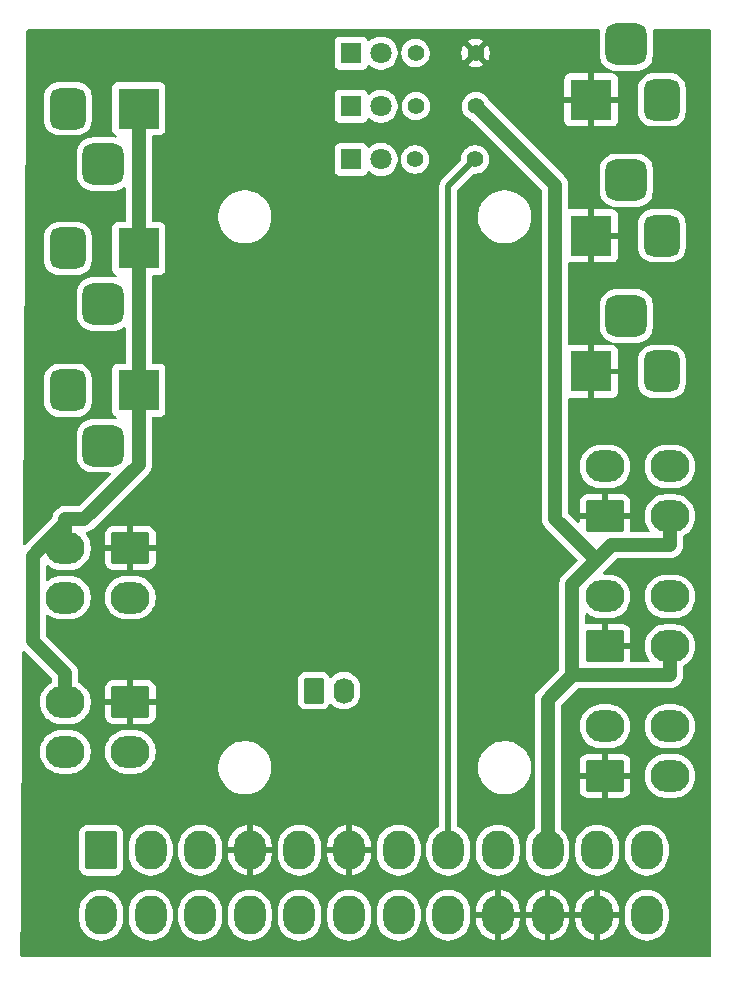
<source format=gbr>
%TF.GenerationSoftware,KiCad,Pcbnew,9.0.5*%
%TF.CreationDate,2026-01-25T07:56:32+10:00*%
%TF.ProjectId,OZ-HORNET-POWER-MAIN,4f5a2d48-4f52-44e4-9554-2d504f574552,rev?*%
%TF.SameCoordinates,Original*%
%TF.FileFunction,Copper,L1,Top*%
%TF.FilePolarity,Positive*%
%FSLAX46Y46*%
G04 Gerber Fmt 4.6, Leading zero omitted, Abs format (unit mm)*
G04 Created by KiCad (PCBNEW 9.0.5) date 2026-01-25 07:56:32*
%MOMM*%
%LPD*%
G01*
G04 APERTURE LIST*
G04 Aperture macros list*
%AMRoundRect*
0 Rectangle with rounded corners*
0 $1 Rounding radius*
0 $2 $3 $4 $5 $6 $7 $8 $9 X,Y pos of 4 corners*
0 Add a 4 corners polygon primitive as box body*
4,1,4,$2,$3,$4,$5,$6,$7,$8,$9,$2,$3,0*
0 Add four circle primitives for the rounded corners*
1,1,$1+$1,$2,$3*
1,1,$1+$1,$4,$5*
1,1,$1+$1,$6,$7*
1,1,$1+$1,$8,$9*
0 Add four rect primitives between the rounded corners*
20,1,$1+$1,$2,$3,$4,$5,0*
20,1,$1+$1,$4,$5,$6,$7,0*
20,1,$1+$1,$6,$7,$8,$9,0*
20,1,$1+$1,$8,$9,$2,$3,0*%
G04 Aperture macros list end*
%TA.AperFunction,ComponentPad*%
%ADD10R,3.500000X3.500000*%
%TD*%
%TA.AperFunction,ComponentPad*%
%ADD11RoundRect,0.750000X0.750000X1.000000X-0.750000X1.000000X-0.750000X-1.000000X0.750000X-1.000000X0*%
%TD*%
%TA.AperFunction,ComponentPad*%
%ADD12RoundRect,0.875000X0.875000X0.875000X-0.875000X0.875000X-0.875000X-0.875000X0.875000X-0.875000X0*%
%TD*%
%TA.AperFunction,ComponentPad*%
%ADD13R,1.800000X1.800000*%
%TD*%
%TA.AperFunction,ComponentPad*%
%ADD14C,1.800000*%
%TD*%
%TA.AperFunction,ComponentPad*%
%ADD15RoundRect,0.250001X-1.399999X1.099999X-1.399999X-1.099999X1.399999X-1.099999X1.399999X1.099999X0*%
%TD*%
%TA.AperFunction,ComponentPad*%
%ADD16O,3.300000X2.700000*%
%TD*%
%TA.AperFunction,ComponentPad*%
%ADD17RoundRect,0.250001X-1.099999X-1.399999X1.099999X-1.399999X1.099999X1.399999X-1.099999X1.399999X0*%
%TD*%
%TA.AperFunction,ComponentPad*%
%ADD18O,2.700000X3.300000*%
%TD*%
%TA.AperFunction,ComponentPad*%
%ADD19C,1.400000*%
%TD*%
%TA.AperFunction,ComponentPad*%
%ADD20RoundRect,0.250001X1.399999X-1.099999X1.399999X1.099999X-1.399999X1.099999X-1.399999X-1.099999X0*%
%TD*%
%TA.AperFunction,ComponentPad*%
%ADD21RoundRect,0.750000X-0.750000X-1.000000X0.750000X-1.000000X0.750000X1.000000X-0.750000X1.000000X0*%
%TD*%
%TA.AperFunction,ComponentPad*%
%ADD22RoundRect,0.875000X-0.875000X-0.875000X0.875000X-0.875000X0.875000X0.875000X-0.875000X0.875000X0*%
%TD*%
%TA.AperFunction,ComponentPad*%
%ADD23RoundRect,0.250000X-0.620000X-0.845000X0.620000X-0.845000X0.620000X0.845000X-0.620000X0.845000X0*%
%TD*%
%TA.AperFunction,ComponentPad*%
%ADD24O,1.740000X2.190000*%
%TD*%
%TA.AperFunction,Conductor*%
%ADD25C,1.200000*%
%TD*%
%TA.AperFunction,Conductor*%
%ADD26C,0.500000*%
%TD*%
G04 APERTURE END LIST*
D10*
%TO.P,J2,1,Pin_1*%
%TO.N,/5VDC*%
X109316000Y-43457500D03*
D11*
%TO.P,J2,2,Pin_2*%
%TO.N,/GND*%
X115316000Y-43457500D03*
D12*
%TO.P,J2,3*%
%TO.N,N/C*%
X112316000Y-38757500D03*
%TD*%
D13*
%TO.P,D1,1,K*%
%TO.N,/GND*%
X89000000Y-39500000D03*
D14*
%TO.P,D1,2,A*%
%TO.N,Net-(D1-A)*%
X91540000Y-39500000D03*
%TD*%
D15*
%TO.P,J10,1,Pin_1*%
%TO.N,/5VDC*%
X70306000Y-94454000D03*
D16*
%TO.P,J10,2,Pin_3*%
%TO.N,/GND*%
X70306000Y-98654000D03*
%TO.P,J10,3,Pin_2*%
%TO.N,/12VDC*%
X64806000Y-94454000D03*
%TO.P,J10,4,Pin_4*%
%TO.N,/GND*%
X64806000Y-98654000D03*
%TD*%
D17*
%TO.P,J15,1,Pin_1*%
%TO.N,/3.3VDC*%
X67832000Y-106986000D03*
D18*
%TO.P,J15,2,Pin_2*%
X72032000Y-106986000D03*
%TO.P,J15,3,Pin_3*%
%TO.N,/GND*%
X76232000Y-106986000D03*
%TO.P,J15,4,Pin_4*%
%TO.N,/5VDC*%
X80432000Y-106986000D03*
%TO.P,J15,5,Pin_5*%
%TO.N,/GND*%
X84632000Y-106986000D03*
%TO.P,J15,6,Pin_6*%
%TO.N,/5VDC*%
X88832000Y-106986000D03*
%TO.P,J15,7,Pin_7*%
%TO.N,/GND*%
X93032000Y-106986000D03*
%TO.P,J15,8,Pin_8*%
%TO.N,/POWER*%
X97232000Y-106986000D03*
%TO.P,J15,9,Pin_9*%
%TO.N,unconnected-(J15-Pin_9-Pad9)*%
X101432000Y-106986000D03*
%TO.P,J15,10,Pin_10*%
%TO.N,/12VDC*%
X105632000Y-106986000D03*
%TO.P,J15,11,Pin_11*%
X109832000Y-106986000D03*
%TO.P,J15,12,Pin_12*%
%TO.N,unconnected-(J15-Pin_12-Pad12)*%
X114032000Y-106986000D03*
%TO.P,J15,13,Pin_13*%
%TO.N,unconnected-(J15-Pin_13-Pad13)*%
X67832000Y-112486000D03*
%TO.P,J15,14,Pin_14*%
%TO.N,unconnected-(J15-Pin_14-Pad14)*%
X72032000Y-112486000D03*
%TO.P,J15,15,Pin_15*%
%TO.N,/GND*%
X76232000Y-112486000D03*
%TO.P,J15,16,Pin_16*%
%TO.N,/PSUSW*%
X80432000Y-112486000D03*
%TO.P,J15,17,Pin_17*%
%TO.N,/GND*%
X84632000Y-112486000D03*
%TO.P,J15,18,Pin_18*%
X88832000Y-112486000D03*
%TO.P,J15,19,Pin_19*%
X93032000Y-112486000D03*
%TO.P,J15,20,Pin_20*%
%TO.N,unconnected-(J15-Pin_20-Pad20)*%
X97232000Y-112486000D03*
%TO.P,J15,21,Pin_21*%
%TO.N,/5VDC*%
X101432000Y-112486000D03*
%TO.P,J15,22,Pin_22*%
X105632000Y-112486000D03*
%TO.P,J15,23,Pin_23*%
X109832000Y-112486000D03*
%TO.P,J15,24,Pin_24*%
%TO.N,/GND*%
X114032000Y-112486000D03*
%TD*%
D19*
%TO.P,R3,1*%
%TO.N,Net-(D3-A)*%
X94420000Y-48500000D03*
%TO.P,R3,2*%
%TO.N,/POWER*%
X99500000Y-48500000D03*
%TD*%
D15*
%TO.P,J8,1,Pin_1*%
%TO.N,/5VDC*%
X70306000Y-81404000D03*
D16*
%TO.P,J8,2,Pin_3*%
%TO.N,/GND*%
X70306000Y-85604000D03*
%TO.P,J8,3,Pin_2*%
%TO.N,/12VDC*%
X64806000Y-81404000D03*
%TO.P,J8,4,Pin_4*%
%TO.N,/GND*%
X64806000Y-85604000D03*
%TD*%
D20*
%TO.P,J11,1,Pin_1*%
%TO.N,/5VDC*%
X110500000Y-89700000D03*
D16*
%TO.P,J11,2,Pin_3*%
%TO.N,/GND*%
X110500000Y-85500000D03*
%TO.P,J11,3,Pin_2*%
%TO.N,/12VDC*%
X116000000Y-89700000D03*
%TO.P,J11,4,Pin_4*%
%TO.N,/GND*%
X116000000Y-85500000D03*
%TD*%
D19*
%TO.P,R2,1*%
%TO.N,Net-(D2-A)*%
X94500000Y-44000000D03*
%TO.P,R2,2*%
%TO.N,/12VDC*%
X99580000Y-44000000D03*
%TD*%
D10*
%TO.P,J7,1,Pin_1*%
%TO.N,/12VDC*%
X71024000Y-68042500D03*
D21*
%TO.P,J7,2,Pin_2*%
%TO.N,/GND*%
X65024000Y-68042500D03*
D22*
%TO.P,J7,3*%
%TO.N,N/C*%
X68024000Y-72742500D03*
%TD*%
D23*
%TO.P,J3,1,Pin_1*%
%TO.N,/GND*%
X85852000Y-93472000D03*
D24*
%TO.P,J3,2,Pin_2*%
%TO.N,/PSUSW*%
X88392000Y-93472000D03*
%TD*%
D10*
%TO.P,J1,1,Pin_1*%
%TO.N,/5VDC*%
X109316000Y-54957500D03*
D11*
%TO.P,J1,2,Pin_2*%
%TO.N,/GND*%
X115316000Y-54957500D03*
D12*
%TO.P,J1,3*%
%TO.N,N/C*%
X112316000Y-50257500D03*
%TD*%
D10*
%TO.P,J5,1,Pin_1*%
%TO.N,/5VDC*%
X109316000Y-66457500D03*
D11*
%TO.P,J5,2,Pin_2*%
%TO.N,/GND*%
X115316000Y-66457500D03*
D12*
%TO.P,J5,3*%
%TO.N,N/C*%
X112316000Y-61757500D03*
%TD*%
D19*
%TO.P,R1,1*%
%TO.N,Net-(D1-A)*%
X94460000Y-39500000D03*
%TO.P,R1,2*%
%TO.N,/5VDC*%
X99540000Y-39500000D03*
%TD*%
D20*
%TO.P,J9,1,Pin_1*%
%TO.N,/5VDC*%
X110500000Y-78700000D03*
D16*
%TO.P,J9,2,Pin_3*%
%TO.N,/GND*%
X110500000Y-74500000D03*
%TO.P,J9,3,Pin_2*%
%TO.N,/12VDC*%
X116000000Y-78700000D03*
%TO.P,J9,4,Pin_4*%
%TO.N,/GND*%
X116000000Y-74500000D03*
%TD*%
D13*
%TO.P,D3,1,K*%
%TO.N,/GND*%
X89000000Y-48500000D03*
D14*
%TO.P,D3,2,A*%
%TO.N,Net-(D3-A)*%
X91540000Y-48500000D03*
%TD*%
D10*
%TO.P,J4,1,Pin_1*%
%TO.N,/12VDC*%
X71024000Y-56042500D03*
D21*
%TO.P,J4,2,Pin_2*%
%TO.N,/GND*%
X65024000Y-56042500D03*
D22*
%TO.P,J4,3*%
%TO.N,N/C*%
X68024000Y-60742500D03*
%TD*%
D20*
%TO.P,J12,1,Pin_1*%
%TO.N,/5VDC*%
X110500000Y-100700000D03*
D16*
%TO.P,J12,2,Pin_3*%
%TO.N,/GND*%
X110500000Y-96500000D03*
%TO.P,J12,3,Pin_2*%
%TO.N,/12VDC*%
X116000000Y-100700000D03*
%TO.P,J12,4,Pin_4*%
%TO.N,/GND*%
X116000000Y-96500000D03*
%TD*%
D13*
%TO.P,D2,1,K*%
%TO.N,/GND*%
X89000000Y-44000000D03*
D14*
%TO.P,D2,2,A*%
%TO.N,Net-(D2-A)*%
X91540000Y-44000000D03*
%TD*%
D10*
%TO.P,J6,1,Pin_1*%
%TO.N,/12VDC*%
X71024000Y-44196000D03*
D21*
%TO.P,J6,2,Pin_2*%
%TO.N,/GND*%
X65024000Y-44196000D03*
D22*
%TO.P,J6,3*%
%TO.N,N/C*%
X68024000Y-48896000D03*
%TD*%
D25*
%TO.N,/12VDC*%
X111039400Y-81171000D02*
X115980700Y-81171000D01*
X115980700Y-92171000D02*
X116000000Y-92151700D01*
X107744300Y-84466100D02*
X109781100Y-82429300D01*
X64806000Y-81404000D02*
X64806000Y-79285300D01*
X107744300Y-92171000D02*
X115980700Y-92171000D01*
X116000000Y-89700000D02*
X116000000Y-92151700D01*
X107744300Y-92171000D02*
X107744300Y-84466100D01*
X71024000Y-74343200D02*
X71024000Y-68042500D01*
X64806000Y-92002300D02*
X62054300Y-89250600D01*
X109781100Y-82429300D02*
X111039400Y-81171000D01*
X71024000Y-44196000D02*
X71024000Y-56042500D01*
X66414900Y-78952300D02*
X71024000Y-74343200D01*
X62054300Y-89250600D02*
X62054300Y-82037000D01*
X105632000Y-94283300D02*
X107744300Y-92171000D01*
X71024000Y-68042500D02*
X71024000Y-56042500D01*
X64806000Y-78952300D02*
X66414900Y-78952300D01*
X64806000Y-79285300D02*
X64806000Y-78952300D01*
X106259200Y-78907500D02*
X109781100Y-82429300D01*
X64806000Y-94454000D02*
X64806000Y-92002300D01*
X62054300Y-82037000D02*
X64806000Y-79285300D01*
X106259200Y-50679200D02*
X106259200Y-78907500D01*
X99580000Y-44000000D02*
X106259200Y-50679200D01*
X115980700Y-81171000D02*
X116000000Y-81151700D01*
X116000000Y-78700000D02*
X116000000Y-81151700D01*
X105632000Y-106986000D02*
X105632000Y-94283300D01*
D26*
%TO.N,/POWER*%
X97232000Y-50768000D02*
X99500000Y-48500000D01*
X97232000Y-106986000D02*
X97232000Y-50768000D01*
%TD*%
%TA.AperFunction,Conductor*%
%TO.N,/5VDC*%
G36*
X110030747Y-37519685D02*
G01*
X110076502Y-37572489D01*
X110086446Y-37641647D01*
X110085452Y-37647546D01*
X110068295Y-37736255D01*
X110068295Y-37736256D01*
X110065501Y-37788847D01*
X110065500Y-37788886D01*
X110065500Y-39726113D01*
X110065501Y-39726152D01*
X110068295Y-39778743D01*
X110068295Y-39778744D01*
X110103512Y-39960836D01*
X110112755Y-40008626D01*
X110123692Y-40037606D01*
X110195425Y-40227689D01*
X110313929Y-40429631D01*
X110313934Y-40429638D01*
X110464856Y-40608641D01*
X110464858Y-40608643D01*
X110643861Y-40759565D01*
X110643868Y-40759570D01*
X110845810Y-40878074D01*
X111064874Y-40960745D01*
X111069541Y-40961647D01*
X111070101Y-40961756D01*
X111132183Y-40993812D01*
X111167078Y-41054344D01*
X111163709Y-41124132D01*
X111123144Y-41181020D01*
X111058262Y-41206946D01*
X111046555Y-41207500D01*
X109566000Y-41207500D01*
X109566000Y-42024488D01*
X109508993Y-41991575D01*
X109381826Y-41957500D01*
X109250174Y-41957500D01*
X109123007Y-41991575D01*
X109066000Y-42024488D01*
X109066000Y-41207500D01*
X107518155Y-41207500D01*
X107458627Y-41213901D01*
X107458620Y-41213903D01*
X107323913Y-41264145D01*
X107323906Y-41264149D01*
X107208812Y-41350309D01*
X107208809Y-41350312D01*
X107122649Y-41465406D01*
X107122645Y-41465413D01*
X107072403Y-41600120D01*
X107072401Y-41600127D01*
X107066000Y-41659655D01*
X107066000Y-43207500D01*
X108816000Y-43207500D01*
X108816000Y-43707500D01*
X107066000Y-43707500D01*
X107066000Y-45255344D01*
X107072401Y-45314872D01*
X107072403Y-45314879D01*
X107122645Y-45449586D01*
X107122649Y-45449593D01*
X107208809Y-45564687D01*
X107208812Y-45564690D01*
X107323906Y-45650850D01*
X107323913Y-45650854D01*
X107458620Y-45701096D01*
X107458627Y-45701098D01*
X107518155Y-45707499D01*
X107518172Y-45707500D01*
X109066000Y-45707500D01*
X109066000Y-44890512D01*
X109123007Y-44923425D01*
X109250174Y-44957500D01*
X109381826Y-44957500D01*
X109508993Y-44923425D01*
X109566000Y-44890512D01*
X109566000Y-45707500D01*
X111113828Y-45707500D01*
X111113844Y-45707499D01*
X111173372Y-45701098D01*
X111173379Y-45701096D01*
X111308086Y-45650854D01*
X111308093Y-45650850D01*
X111423187Y-45564690D01*
X111423190Y-45564687D01*
X111509350Y-45449593D01*
X111509354Y-45449586D01*
X111559596Y-45314879D01*
X111559598Y-45314872D01*
X111565999Y-45255344D01*
X111566000Y-45255327D01*
X111566000Y-43707500D01*
X109816000Y-43707500D01*
X109816000Y-43207500D01*
X111566000Y-43207500D01*
X111566000Y-42393277D01*
X113315500Y-42393277D01*
X113315500Y-44521708D01*
X113315501Y-44521723D01*
X113325904Y-44653913D01*
X113325905Y-44653920D01*
X113380902Y-44872178D01*
X113380903Y-44872181D01*
X113473991Y-45077122D01*
X113473997Y-45077132D01*
X113602174Y-45262145D01*
X113602178Y-45262150D01*
X113602181Y-45262154D01*
X113761346Y-45421319D01*
X113761350Y-45421322D01*
X113761354Y-45421325D01*
X113802157Y-45449593D01*
X113946374Y-45549507D01*
X114151317Y-45642596D01*
X114151321Y-45642597D01*
X114369579Y-45697594D01*
X114369581Y-45697594D01*
X114369588Y-45697596D01*
X114501783Y-45708000D01*
X116130216Y-45707999D01*
X116262412Y-45697596D01*
X116480683Y-45642596D01*
X116685626Y-45549507D01*
X116870654Y-45421319D01*
X117029819Y-45262154D01*
X117158007Y-45077126D01*
X117251096Y-44872183D01*
X117306096Y-44653912D01*
X117316500Y-44521717D01*
X117316499Y-42393284D01*
X117306096Y-42261088D01*
X117251096Y-42042817D01*
X117158007Y-41837874D01*
X117126297Y-41792103D01*
X117029825Y-41652854D01*
X117029822Y-41652850D01*
X117029819Y-41652846D01*
X116870654Y-41493681D01*
X116870650Y-41493678D01*
X116870645Y-41493674D01*
X116685632Y-41365497D01*
X116685630Y-41365495D01*
X116685626Y-41365493D01*
X116652197Y-41350309D01*
X116480681Y-41272403D01*
X116480678Y-41272402D01*
X116262420Y-41217405D01*
X116262413Y-41217404D01*
X116217902Y-41213901D01*
X116130217Y-41207000D01*
X116130215Y-41207000D01*
X114501791Y-41207000D01*
X114501776Y-41207001D01*
X114369586Y-41217404D01*
X114369579Y-41217405D01*
X114151321Y-41272402D01*
X114151318Y-41272403D01*
X113946377Y-41365491D01*
X113946367Y-41365497D01*
X113761354Y-41493674D01*
X113761342Y-41493684D01*
X113602184Y-41652842D01*
X113602174Y-41652854D01*
X113473997Y-41837867D01*
X113473991Y-41837877D01*
X113380903Y-42042818D01*
X113380902Y-42042821D01*
X113325905Y-42261079D01*
X113325904Y-42261086D01*
X113315500Y-42393277D01*
X111566000Y-42393277D01*
X111566000Y-41659672D01*
X111565999Y-41659655D01*
X111559598Y-41600127D01*
X111559596Y-41600120D01*
X111509354Y-41465413D01*
X111509350Y-41465406D01*
X111423190Y-41350312D01*
X111423187Y-41350309D01*
X111308093Y-41264149D01*
X111308084Y-41264144D01*
X111259393Y-41245983D01*
X111203460Y-41204112D01*
X111179044Y-41138647D01*
X111193896Y-41070374D01*
X111243302Y-41020969D01*
X111309306Y-41005977D01*
X111338570Y-41007532D01*
X111347354Y-41007999D01*
X111347366Y-41007999D01*
X111347378Y-41008000D01*
X111347386Y-41008000D01*
X113284614Y-41008000D01*
X113284622Y-41008000D01*
X113337241Y-41005205D01*
X113567126Y-40960745D01*
X113786190Y-40878074D01*
X113988132Y-40759570D01*
X114127191Y-40642326D01*
X114167141Y-40608643D01*
X114167143Y-40608641D01*
X114318065Y-40429638D01*
X114318065Y-40429637D01*
X114318070Y-40429632D01*
X114436574Y-40227690D01*
X114519245Y-40008626D01*
X114563705Y-39778741D01*
X114566500Y-39726122D01*
X114566500Y-37788878D01*
X114563705Y-37736259D01*
X114546548Y-37647546D01*
X114553145Y-37577988D01*
X114596300Y-37523039D01*
X114662312Y-37500144D01*
X114668292Y-37500000D01*
X119376000Y-37500000D01*
X119443039Y-37519685D01*
X119488794Y-37572489D01*
X119500000Y-37624000D01*
X119500000Y-115876000D01*
X119480315Y-115943039D01*
X119427511Y-115988794D01*
X119376000Y-116000000D01*
X61124792Y-116000000D01*
X61057753Y-115980315D01*
X61011998Y-115927511D01*
X61000795Y-115875210D01*
X61025066Y-112064711D01*
X65981500Y-112064711D01*
X65981500Y-112907288D01*
X66013161Y-113147785D01*
X66075947Y-113382104D01*
X66168679Y-113605978D01*
X66168776Y-113606212D01*
X66290064Y-113816289D01*
X66290066Y-113816292D01*
X66290067Y-113816293D01*
X66437733Y-114008736D01*
X66437739Y-114008743D01*
X66609256Y-114180260D01*
X66609262Y-114180265D01*
X66801711Y-114327936D01*
X67011788Y-114449224D01*
X67235900Y-114542054D01*
X67470211Y-114604838D01*
X67650586Y-114628584D01*
X67710711Y-114636500D01*
X67710712Y-114636500D01*
X67953289Y-114636500D01*
X68001388Y-114630167D01*
X68193789Y-114604838D01*
X68428100Y-114542054D01*
X68652212Y-114449224D01*
X68862289Y-114327936D01*
X69054738Y-114180265D01*
X69226265Y-114008738D01*
X69373936Y-113816289D01*
X69495224Y-113606212D01*
X69588054Y-113382100D01*
X69650838Y-113147789D01*
X69682500Y-112907288D01*
X69682500Y-112064712D01*
X69682500Y-112064711D01*
X70181500Y-112064711D01*
X70181500Y-112907288D01*
X70213161Y-113147785D01*
X70275947Y-113382104D01*
X70368679Y-113605978D01*
X70368776Y-113606212D01*
X70490064Y-113816289D01*
X70490066Y-113816292D01*
X70490067Y-113816293D01*
X70637733Y-114008736D01*
X70637739Y-114008743D01*
X70809256Y-114180260D01*
X70809262Y-114180265D01*
X71001711Y-114327936D01*
X71211788Y-114449224D01*
X71435900Y-114542054D01*
X71670211Y-114604838D01*
X71850586Y-114628584D01*
X71910711Y-114636500D01*
X71910712Y-114636500D01*
X72153289Y-114636500D01*
X72201388Y-114630167D01*
X72393789Y-114604838D01*
X72628100Y-114542054D01*
X72852212Y-114449224D01*
X73062289Y-114327936D01*
X73254738Y-114180265D01*
X73426265Y-114008738D01*
X73573936Y-113816289D01*
X73695224Y-113606212D01*
X73788054Y-113382100D01*
X73850838Y-113147789D01*
X73882500Y-112907288D01*
X73882500Y-112064712D01*
X73882500Y-112064711D01*
X74381500Y-112064711D01*
X74381500Y-112907288D01*
X74413161Y-113147785D01*
X74475947Y-113382104D01*
X74568679Y-113605978D01*
X74568776Y-113606212D01*
X74690064Y-113816289D01*
X74690066Y-113816292D01*
X74690067Y-113816293D01*
X74837733Y-114008736D01*
X74837739Y-114008743D01*
X75009256Y-114180260D01*
X75009262Y-114180265D01*
X75201711Y-114327936D01*
X75411788Y-114449224D01*
X75635900Y-114542054D01*
X75870211Y-114604838D01*
X76050586Y-114628584D01*
X76110711Y-114636500D01*
X76110712Y-114636500D01*
X76353289Y-114636500D01*
X76401388Y-114630167D01*
X76593789Y-114604838D01*
X76828100Y-114542054D01*
X77052212Y-114449224D01*
X77262289Y-114327936D01*
X77454738Y-114180265D01*
X77626265Y-114008738D01*
X77773936Y-113816289D01*
X77895224Y-113606212D01*
X77988054Y-113382100D01*
X78050838Y-113147789D01*
X78082500Y-112907288D01*
X78082500Y-112064712D01*
X78082500Y-112064711D01*
X78581500Y-112064711D01*
X78581500Y-112907288D01*
X78613161Y-113147785D01*
X78675947Y-113382104D01*
X78768679Y-113605978D01*
X78768776Y-113606212D01*
X78890064Y-113816289D01*
X78890066Y-113816292D01*
X78890067Y-113816293D01*
X79037733Y-114008736D01*
X79037739Y-114008743D01*
X79209256Y-114180260D01*
X79209262Y-114180265D01*
X79401711Y-114327936D01*
X79611788Y-114449224D01*
X79835900Y-114542054D01*
X80070211Y-114604838D01*
X80250586Y-114628584D01*
X80310711Y-114636500D01*
X80310712Y-114636500D01*
X80553289Y-114636500D01*
X80601388Y-114630167D01*
X80793789Y-114604838D01*
X81028100Y-114542054D01*
X81252212Y-114449224D01*
X81462289Y-114327936D01*
X81654738Y-114180265D01*
X81826265Y-114008738D01*
X81973936Y-113816289D01*
X82095224Y-113606212D01*
X82188054Y-113382100D01*
X82250838Y-113147789D01*
X82282500Y-112907288D01*
X82282500Y-112064712D01*
X82282500Y-112064711D01*
X82781500Y-112064711D01*
X82781500Y-112907288D01*
X82813161Y-113147785D01*
X82875947Y-113382104D01*
X82968679Y-113605978D01*
X82968776Y-113606212D01*
X83090064Y-113816289D01*
X83090066Y-113816292D01*
X83090067Y-113816293D01*
X83237733Y-114008736D01*
X83237739Y-114008743D01*
X83409256Y-114180260D01*
X83409262Y-114180265D01*
X83601711Y-114327936D01*
X83811788Y-114449224D01*
X84035900Y-114542054D01*
X84270211Y-114604838D01*
X84450586Y-114628584D01*
X84510711Y-114636500D01*
X84510712Y-114636500D01*
X84753289Y-114636500D01*
X84801388Y-114630167D01*
X84993789Y-114604838D01*
X85228100Y-114542054D01*
X85452212Y-114449224D01*
X85662289Y-114327936D01*
X85854738Y-114180265D01*
X86026265Y-114008738D01*
X86173936Y-113816289D01*
X86295224Y-113606212D01*
X86388054Y-113382100D01*
X86450838Y-113147789D01*
X86482500Y-112907288D01*
X86482500Y-112064712D01*
X86482500Y-112064711D01*
X86981500Y-112064711D01*
X86981500Y-112907288D01*
X87013161Y-113147785D01*
X87075947Y-113382104D01*
X87168679Y-113605978D01*
X87168776Y-113606212D01*
X87290064Y-113816289D01*
X87290066Y-113816292D01*
X87290067Y-113816293D01*
X87437733Y-114008736D01*
X87437739Y-114008743D01*
X87609256Y-114180260D01*
X87609262Y-114180265D01*
X87801711Y-114327936D01*
X88011788Y-114449224D01*
X88235900Y-114542054D01*
X88470211Y-114604838D01*
X88650586Y-114628584D01*
X88710711Y-114636500D01*
X88710712Y-114636500D01*
X88953289Y-114636500D01*
X89001388Y-114630167D01*
X89193789Y-114604838D01*
X89428100Y-114542054D01*
X89652212Y-114449224D01*
X89862289Y-114327936D01*
X90054738Y-114180265D01*
X90226265Y-114008738D01*
X90373936Y-113816289D01*
X90495224Y-113606212D01*
X90588054Y-113382100D01*
X90650838Y-113147789D01*
X90682500Y-112907288D01*
X90682500Y-112064712D01*
X90682500Y-112064711D01*
X91181500Y-112064711D01*
X91181500Y-112907288D01*
X91213161Y-113147785D01*
X91275947Y-113382104D01*
X91368679Y-113605978D01*
X91368776Y-113606212D01*
X91490064Y-113816289D01*
X91490066Y-113816292D01*
X91490067Y-113816293D01*
X91637733Y-114008736D01*
X91637739Y-114008743D01*
X91809256Y-114180260D01*
X91809262Y-114180265D01*
X92001711Y-114327936D01*
X92211788Y-114449224D01*
X92435900Y-114542054D01*
X92670211Y-114604838D01*
X92850586Y-114628584D01*
X92910711Y-114636500D01*
X92910712Y-114636500D01*
X93153289Y-114636500D01*
X93201388Y-114630167D01*
X93393789Y-114604838D01*
X93628100Y-114542054D01*
X93852212Y-114449224D01*
X94062289Y-114327936D01*
X94254738Y-114180265D01*
X94426265Y-114008738D01*
X94573936Y-113816289D01*
X94695224Y-113606212D01*
X94788054Y-113382100D01*
X94850838Y-113147789D01*
X94882500Y-112907288D01*
X94882500Y-112064712D01*
X94882500Y-112064711D01*
X95381500Y-112064711D01*
X95381500Y-112907288D01*
X95413161Y-113147785D01*
X95475947Y-113382104D01*
X95568679Y-113605978D01*
X95568776Y-113606212D01*
X95690064Y-113816289D01*
X95690066Y-113816292D01*
X95690067Y-113816293D01*
X95837733Y-114008736D01*
X95837739Y-114008743D01*
X96009256Y-114180260D01*
X96009262Y-114180265D01*
X96201711Y-114327936D01*
X96411788Y-114449224D01*
X96635900Y-114542054D01*
X96870211Y-114604838D01*
X97050586Y-114628584D01*
X97110711Y-114636500D01*
X97110712Y-114636500D01*
X97353289Y-114636500D01*
X97401388Y-114630167D01*
X97593789Y-114604838D01*
X97828100Y-114542054D01*
X98052212Y-114449224D01*
X98262289Y-114327936D01*
X98454738Y-114180265D01*
X98626265Y-114008738D01*
X98773936Y-113816289D01*
X98895224Y-113606212D01*
X98988054Y-113382100D01*
X99050838Y-113147789D01*
X99082500Y-112907288D01*
X99082500Y-112064751D01*
X99582000Y-112064751D01*
X99582000Y-112236000D01*
X100777879Y-112236000D01*
X100758901Y-112281818D01*
X100732000Y-112417056D01*
X100732000Y-112554944D01*
X100758901Y-112690182D01*
X100777879Y-112736000D01*
X99582000Y-112736000D01*
X99582000Y-112907248D01*
X99582001Y-112907264D01*
X99613653Y-113147687D01*
X99676421Y-113381939D01*
X99769220Y-113605978D01*
X99769227Y-113605993D01*
X99890480Y-113816009D01*
X100038110Y-114008405D01*
X100038116Y-114008412D01*
X100209587Y-114179883D01*
X100209594Y-114179889D01*
X100401990Y-114327519D01*
X100612006Y-114448772D01*
X100612021Y-114448779D01*
X100836060Y-114541578D01*
X101070312Y-114604346D01*
X101182000Y-114619049D01*
X101182000Y-113140120D01*
X101227818Y-113159099D01*
X101363056Y-113186000D01*
X101500944Y-113186000D01*
X101636182Y-113159099D01*
X101682000Y-113140120D01*
X101682000Y-114619048D01*
X101793687Y-114604346D01*
X102027939Y-114541578D01*
X102251978Y-114448779D01*
X102251993Y-114448772D01*
X102462009Y-114327519D01*
X102654405Y-114179889D01*
X102654412Y-114179883D01*
X102825883Y-114008412D01*
X102825889Y-114008405D01*
X102973519Y-113816009D01*
X103094772Y-113605993D01*
X103094779Y-113605978D01*
X103187578Y-113381939D01*
X103250346Y-113147687D01*
X103281998Y-112907264D01*
X103282000Y-112907248D01*
X103282000Y-112736000D01*
X102086121Y-112736000D01*
X102105099Y-112690182D01*
X102132000Y-112554944D01*
X102132000Y-112417056D01*
X102105099Y-112281818D01*
X102086121Y-112236000D01*
X103282000Y-112236000D01*
X103282000Y-112064751D01*
X103782000Y-112064751D01*
X103782000Y-112236000D01*
X104977879Y-112236000D01*
X104958901Y-112281818D01*
X104932000Y-112417056D01*
X104932000Y-112554944D01*
X104958901Y-112690182D01*
X104977879Y-112736000D01*
X103782000Y-112736000D01*
X103782000Y-112907248D01*
X103782001Y-112907264D01*
X103813653Y-113147687D01*
X103876421Y-113381939D01*
X103969220Y-113605978D01*
X103969227Y-113605993D01*
X104090480Y-113816009D01*
X104238110Y-114008405D01*
X104238116Y-114008412D01*
X104409587Y-114179883D01*
X104409594Y-114179889D01*
X104601990Y-114327519D01*
X104812006Y-114448772D01*
X104812021Y-114448779D01*
X105036060Y-114541578D01*
X105270312Y-114604346D01*
X105382000Y-114619049D01*
X105382000Y-113140120D01*
X105427818Y-113159099D01*
X105563056Y-113186000D01*
X105700944Y-113186000D01*
X105836182Y-113159099D01*
X105882000Y-113140120D01*
X105882000Y-114619048D01*
X105993687Y-114604346D01*
X106227939Y-114541578D01*
X106451978Y-114448779D01*
X106451993Y-114448772D01*
X106662009Y-114327519D01*
X106854405Y-114179889D01*
X106854412Y-114179883D01*
X107025883Y-114008412D01*
X107025889Y-114008405D01*
X107173519Y-113816009D01*
X107294772Y-113605993D01*
X107294779Y-113605978D01*
X107387578Y-113381939D01*
X107450346Y-113147687D01*
X107481998Y-112907264D01*
X107482000Y-112907248D01*
X107482000Y-112736000D01*
X106286121Y-112736000D01*
X106305099Y-112690182D01*
X106332000Y-112554944D01*
X106332000Y-112417056D01*
X106305099Y-112281818D01*
X106286121Y-112236000D01*
X107482000Y-112236000D01*
X107482000Y-112064751D01*
X107982000Y-112064751D01*
X107982000Y-112236000D01*
X109177879Y-112236000D01*
X109158901Y-112281818D01*
X109132000Y-112417056D01*
X109132000Y-112554944D01*
X109158901Y-112690182D01*
X109177879Y-112736000D01*
X107982000Y-112736000D01*
X107982000Y-112907248D01*
X107982001Y-112907264D01*
X108013653Y-113147687D01*
X108076421Y-113381939D01*
X108169220Y-113605978D01*
X108169227Y-113605993D01*
X108290480Y-113816009D01*
X108438110Y-114008405D01*
X108438116Y-114008412D01*
X108609587Y-114179883D01*
X108609594Y-114179889D01*
X108801990Y-114327519D01*
X109012006Y-114448772D01*
X109012021Y-114448779D01*
X109236060Y-114541578D01*
X109470312Y-114604346D01*
X109582000Y-114619049D01*
X109582000Y-113140120D01*
X109627818Y-113159099D01*
X109763056Y-113186000D01*
X109900944Y-113186000D01*
X110036182Y-113159099D01*
X110082000Y-113140120D01*
X110082000Y-114619048D01*
X110193687Y-114604346D01*
X110427939Y-114541578D01*
X110651978Y-114448779D01*
X110651993Y-114448772D01*
X110862009Y-114327519D01*
X111054405Y-114179889D01*
X111054412Y-114179883D01*
X111225883Y-114008412D01*
X111225889Y-114008405D01*
X111373519Y-113816009D01*
X111494772Y-113605993D01*
X111494779Y-113605978D01*
X111587578Y-113381939D01*
X111650346Y-113147687D01*
X111681998Y-112907264D01*
X111682000Y-112907248D01*
X111682000Y-112736000D01*
X110486121Y-112736000D01*
X110505099Y-112690182D01*
X110532000Y-112554944D01*
X110532000Y-112417056D01*
X110505099Y-112281818D01*
X110486121Y-112236000D01*
X111682000Y-112236000D01*
X111682000Y-112064743D01*
X111681996Y-112064711D01*
X112181500Y-112064711D01*
X112181500Y-112907288D01*
X112213161Y-113147785D01*
X112275947Y-113382104D01*
X112368679Y-113605978D01*
X112368776Y-113606212D01*
X112490064Y-113816289D01*
X112490066Y-113816292D01*
X112490067Y-113816293D01*
X112637733Y-114008736D01*
X112637739Y-114008743D01*
X112809256Y-114180260D01*
X112809262Y-114180265D01*
X113001711Y-114327936D01*
X113211788Y-114449224D01*
X113435900Y-114542054D01*
X113670211Y-114604838D01*
X113850586Y-114628584D01*
X113910711Y-114636500D01*
X113910712Y-114636500D01*
X114153289Y-114636500D01*
X114201388Y-114630167D01*
X114393789Y-114604838D01*
X114628100Y-114542054D01*
X114852212Y-114449224D01*
X115062289Y-114327936D01*
X115254738Y-114180265D01*
X115426265Y-114008738D01*
X115573936Y-113816289D01*
X115695224Y-113606212D01*
X115788054Y-113382100D01*
X115850838Y-113147789D01*
X115882500Y-112907288D01*
X115882500Y-112064712D01*
X115850838Y-111824211D01*
X115788054Y-111589900D01*
X115695224Y-111365788D01*
X115573936Y-111155711D01*
X115426520Y-110963594D01*
X115426266Y-110963263D01*
X115426260Y-110963256D01*
X115254743Y-110791739D01*
X115254736Y-110791733D01*
X115062293Y-110644067D01*
X115062292Y-110644066D01*
X115062289Y-110644064D01*
X114852212Y-110522776D01*
X114852205Y-110522773D01*
X114628104Y-110429947D01*
X114393785Y-110367161D01*
X114153289Y-110335500D01*
X114153288Y-110335500D01*
X113910712Y-110335500D01*
X113910711Y-110335500D01*
X113670214Y-110367161D01*
X113435895Y-110429947D01*
X113211794Y-110522773D01*
X113211785Y-110522777D01*
X113001706Y-110644067D01*
X112809263Y-110791733D01*
X112809256Y-110791739D01*
X112637739Y-110963256D01*
X112637733Y-110963263D01*
X112490067Y-111155706D01*
X112368777Y-111365785D01*
X112368773Y-111365794D01*
X112275947Y-111589895D01*
X112213161Y-111824214D01*
X112181500Y-112064711D01*
X111681996Y-112064711D01*
X111650346Y-111824312D01*
X111587578Y-111590060D01*
X111494779Y-111366021D01*
X111494772Y-111366006D01*
X111373519Y-111155990D01*
X111225889Y-110963594D01*
X111225883Y-110963587D01*
X111054412Y-110792116D01*
X111054405Y-110792110D01*
X110862009Y-110644480D01*
X110651993Y-110523227D01*
X110651978Y-110523220D01*
X110427939Y-110430421D01*
X110193687Y-110367653D01*
X110082000Y-110352948D01*
X110082000Y-111831879D01*
X110036182Y-111812901D01*
X109900944Y-111786000D01*
X109763056Y-111786000D01*
X109627818Y-111812901D01*
X109582000Y-111831879D01*
X109582000Y-110352948D01*
X109581999Y-110352948D01*
X109470312Y-110367653D01*
X109236060Y-110430421D01*
X109012021Y-110523220D01*
X109012006Y-110523227D01*
X108801990Y-110644480D01*
X108609594Y-110792110D01*
X108609587Y-110792116D01*
X108438116Y-110963587D01*
X108438110Y-110963594D01*
X108290480Y-111155990D01*
X108169227Y-111366006D01*
X108169220Y-111366021D01*
X108076421Y-111590060D01*
X108013653Y-111824312D01*
X107982001Y-112064735D01*
X107982000Y-112064751D01*
X107482000Y-112064751D01*
X107481998Y-112064735D01*
X107450346Y-111824312D01*
X107387578Y-111590060D01*
X107294779Y-111366021D01*
X107294772Y-111366006D01*
X107173519Y-111155990D01*
X107025889Y-110963594D01*
X107025883Y-110963587D01*
X106854412Y-110792116D01*
X106854405Y-110792110D01*
X106662009Y-110644480D01*
X106451993Y-110523227D01*
X106451978Y-110523220D01*
X106227939Y-110430421D01*
X105993687Y-110367653D01*
X105882000Y-110352948D01*
X105882000Y-111831879D01*
X105836182Y-111812901D01*
X105700944Y-111786000D01*
X105563056Y-111786000D01*
X105427818Y-111812901D01*
X105382000Y-111831879D01*
X105382000Y-110352948D01*
X105381999Y-110352948D01*
X105270312Y-110367653D01*
X105036060Y-110430421D01*
X104812021Y-110523220D01*
X104812006Y-110523227D01*
X104601990Y-110644480D01*
X104409594Y-110792110D01*
X104409587Y-110792116D01*
X104238116Y-110963587D01*
X104238110Y-110963594D01*
X104090480Y-111155990D01*
X103969227Y-111366006D01*
X103969220Y-111366021D01*
X103876421Y-111590060D01*
X103813653Y-111824312D01*
X103782001Y-112064735D01*
X103782000Y-112064751D01*
X103282000Y-112064751D01*
X103281998Y-112064735D01*
X103250346Y-111824312D01*
X103187578Y-111590060D01*
X103094779Y-111366021D01*
X103094772Y-111366006D01*
X102973519Y-111155990D01*
X102825889Y-110963594D01*
X102825883Y-110963587D01*
X102654412Y-110792116D01*
X102654405Y-110792110D01*
X102462009Y-110644480D01*
X102251993Y-110523227D01*
X102251978Y-110523220D01*
X102027939Y-110430421D01*
X101793687Y-110367653D01*
X101682000Y-110352948D01*
X101682000Y-111831879D01*
X101636182Y-111812901D01*
X101500944Y-111786000D01*
X101363056Y-111786000D01*
X101227818Y-111812901D01*
X101182000Y-111831879D01*
X101182000Y-110352948D01*
X101181999Y-110352948D01*
X101070312Y-110367653D01*
X100836060Y-110430421D01*
X100612021Y-110523220D01*
X100612006Y-110523227D01*
X100401990Y-110644480D01*
X100209594Y-110792110D01*
X100209587Y-110792116D01*
X100038116Y-110963587D01*
X100038110Y-110963594D01*
X99890480Y-111155990D01*
X99769227Y-111366006D01*
X99769220Y-111366021D01*
X99676421Y-111590060D01*
X99613653Y-111824312D01*
X99582001Y-112064735D01*
X99582000Y-112064751D01*
X99082500Y-112064751D01*
X99082500Y-112064712D01*
X99050838Y-111824211D01*
X98988054Y-111589900D01*
X98895224Y-111365788D01*
X98773936Y-111155711D01*
X98626520Y-110963594D01*
X98626266Y-110963263D01*
X98626260Y-110963256D01*
X98454743Y-110791739D01*
X98454736Y-110791733D01*
X98262293Y-110644067D01*
X98262292Y-110644066D01*
X98262289Y-110644064D01*
X98052212Y-110522776D01*
X98052205Y-110522773D01*
X97828104Y-110429947D01*
X97593785Y-110367161D01*
X97353289Y-110335500D01*
X97353288Y-110335500D01*
X97110712Y-110335500D01*
X97110711Y-110335500D01*
X96870214Y-110367161D01*
X96635895Y-110429947D01*
X96411794Y-110522773D01*
X96411785Y-110522777D01*
X96201706Y-110644067D01*
X96009263Y-110791733D01*
X96009256Y-110791739D01*
X95837739Y-110963256D01*
X95837733Y-110963263D01*
X95690067Y-111155706D01*
X95568777Y-111365785D01*
X95568773Y-111365794D01*
X95475947Y-111589895D01*
X95413161Y-111824214D01*
X95381500Y-112064711D01*
X94882500Y-112064711D01*
X94850838Y-111824211D01*
X94788054Y-111589900D01*
X94695224Y-111365788D01*
X94573936Y-111155711D01*
X94426520Y-110963594D01*
X94426266Y-110963263D01*
X94426260Y-110963256D01*
X94254743Y-110791739D01*
X94254736Y-110791733D01*
X94062293Y-110644067D01*
X94062292Y-110644066D01*
X94062289Y-110644064D01*
X93852212Y-110522776D01*
X93852205Y-110522773D01*
X93628104Y-110429947D01*
X93393785Y-110367161D01*
X93153289Y-110335500D01*
X93153288Y-110335500D01*
X92910712Y-110335500D01*
X92910711Y-110335500D01*
X92670214Y-110367161D01*
X92435895Y-110429947D01*
X92211794Y-110522773D01*
X92211785Y-110522777D01*
X92001706Y-110644067D01*
X91809263Y-110791733D01*
X91809256Y-110791739D01*
X91637739Y-110963256D01*
X91637733Y-110963263D01*
X91490067Y-111155706D01*
X91368777Y-111365785D01*
X91368773Y-111365794D01*
X91275947Y-111589895D01*
X91213161Y-111824214D01*
X91181500Y-112064711D01*
X90682500Y-112064711D01*
X90650838Y-111824211D01*
X90588054Y-111589900D01*
X90495224Y-111365788D01*
X90373936Y-111155711D01*
X90226520Y-110963594D01*
X90226266Y-110963263D01*
X90226260Y-110963256D01*
X90054743Y-110791739D01*
X90054736Y-110791733D01*
X89862293Y-110644067D01*
X89862292Y-110644066D01*
X89862289Y-110644064D01*
X89652212Y-110522776D01*
X89652205Y-110522773D01*
X89428104Y-110429947D01*
X89193785Y-110367161D01*
X88953289Y-110335500D01*
X88953288Y-110335500D01*
X88710712Y-110335500D01*
X88710711Y-110335500D01*
X88470214Y-110367161D01*
X88235895Y-110429947D01*
X88011794Y-110522773D01*
X88011785Y-110522777D01*
X87801706Y-110644067D01*
X87609263Y-110791733D01*
X87609256Y-110791739D01*
X87437739Y-110963256D01*
X87437733Y-110963263D01*
X87290067Y-111155706D01*
X87168777Y-111365785D01*
X87168773Y-111365794D01*
X87075947Y-111589895D01*
X87013161Y-111824214D01*
X86981500Y-112064711D01*
X86482500Y-112064711D01*
X86450838Y-111824211D01*
X86388054Y-111589900D01*
X86295224Y-111365788D01*
X86173936Y-111155711D01*
X86026520Y-110963594D01*
X86026266Y-110963263D01*
X86026260Y-110963256D01*
X85854743Y-110791739D01*
X85854736Y-110791733D01*
X85662293Y-110644067D01*
X85662292Y-110644066D01*
X85662289Y-110644064D01*
X85452212Y-110522776D01*
X85452205Y-110522773D01*
X85228104Y-110429947D01*
X84993785Y-110367161D01*
X84753289Y-110335500D01*
X84753288Y-110335500D01*
X84510712Y-110335500D01*
X84510711Y-110335500D01*
X84270214Y-110367161D01*
X84035895Y-110429947D01*
X83811794Y-110522773D01*
X83811785Y-110522777D01*
X83601706Y-110644067D01*
X83409263Y-110791733D01*
X83409256Y-110791739D01*
X83237739Y-110963256D01*
X83237733Y-110963263D01*
X83090067Y-111155706D01*
X82968777Y-111365785D01*
X82968773Y-111365794D01*
X82875947Y-111589895D01*
X82813161Y-111824214D01*
X82781500Y-112064711D01*
X82282500Y-112064711D01*
X82250838Y-111824211D01*
X82188054Y-111589900D01*
X82095224Y-111365788D01*
X81973936Y-111155711D01*
X81826520Y-110963594D01*
X81826266Y-110963263D01*
X81826260Y-110963256D01*
X81654743Y-110791739D01*
X81654736Y-110791733D01*
X81462293Y-110644067D01*
X81462292Y-110644066D01*
X81462289Y-110644064D01*
X81252212Y-110522776D01*
X81252205Y-110522773D01*
X81028104Y-110429947D01*
X80793785Y-110367161D01*
X80553289Y-110335500D01*
X80553288Y-110335500D01*
X80310712Y-110335500D01*
X80310711Y-110335500D01*
X80070214Y-110367161D01*
X79835895Y-110429947D01*
X79611794Y-110522773D01*
X79611785Y-110522777D01*
X79401706Y-110644067D01*
X79209263Y-110791733D01*
X79209256Y-110791739D01*
X79037739Y-110963256D01*
X79037733Y-110963263D01*
X78890067Y-111155706D01*
X78768777Y-111365785D01*
X78768773Y-111365794D01*
X78675947Y-111589895D01*
X78613161Y-111824214D01*
X78581500Y-112064711D01*
X78082500Y-112064711D01*
X78050838Y-111824211D01*
X77988054Y-111589900D01*
X77895224Y-111365788D01*
X77773936Y-111155711D01*
X77626520Y-110963594D01*
X77626266Y-110963263D01*
X77626260Y-110963256D01*
X77454743Y-110791739D01*
X77454736Y-110791733D01*
X77262293Y-110644067D01*
X77262292Y-110644066D01*
X77262289Y-110644064D01*
X77052212Y-110522776D01*
X77052205Y-110522773D01*
X76828104Y-110429947D01*
X76593785Y-110367161D01*
X76353289Y-110335500D01*
X76353288Y-110335500D01*
X76110712Y-110335500D01*
X76110711Y-110335500D01*
X75870214Y-110367161D01*
X75635895Y-110429947D01*
X75411794Y-110522773D01*
X75411785Y-110522777D01*
X75201706Y-110644067D01*
X75009263Y-110791733D01*
X75009256Y-110791739D01*
X74837739Y-110963256D01*
X74837733Y-110963263D01*
X74690067Y-111155706D01*
X74568777Y-111365785D01*
X74568773Y-111365794D01*
X74475947Y-111589895D01*
X74413161Y-111824214D01*
X74381500Y-112064711D01*
X73882500Y-112064711D01*
X73850838Y-111824211D01*
X73788054Y-111589900D01*
X73695224Y-111365788D01*
X73573936Y-111155711D01*
X73426520Y-110963594D01*
X73426266Y-110963263D01*
X73426260Y-110963256D01*
X73254743Y-110791739D01*
X73254736Y-110791733D01*
X73062293Y-110644067D01*
X73062292Y-110644066D01*
X73062289Y-110644064D01*
X72852212Y-110522776D01*
X72852205Y-110522773D01*
X72628104Y-110429947D01*
X72393785Y-110367161D01*
X72153289Y-110335500D01*
X72153288Y-110335500D01*
X71910712Y-110335500D01*
X71910711Y-110335500D01*
X71670214Y-110367161D01*
X71435895Y-110429947D01*
X71211794Y-110522773D01*
X71211785Y-110522777D01*
X71001706Y-110644067D01*
X70809263Y-110791733D01*
X70809256Y-110791739D01*
X70637739Y-110963256D01*
X70637733Y-110963263D01*
X70490067Y-111155706D01*
X70368777Y-111365785D01*
X70368773Y-111365794D01*
X70275947Y-111589895D01*
X70213161Y-111824214D01*
X70181500Y-112064711D01*
X69682500Y-112064711D01*
X69650838Y-111824211D01*
X69588054Y-111589900D01*
X69495224Y-111365788D01*
X69373936Y-111155711D01*
X69226520Y-110963594D01*
X69226266Y-110963263D01*
X69226260Y-110963256D01*
X69054743Y-110791739D01*
X69054736Y-110791733D01*
X68862293Y-110644067D01*
X68862292Y-110644066D01*
X68862289Y-110644064D01*
X68652212Y-110522776D01*
X68652205Y-110522773D01*
X68428104Y-110429947D01*
X68193785Y-110367161D01*
X67953289Y-110335500D01*
X67953288Y-110335500D01*
X67710712Y-110335500D01*
X67710711Y-110335500D01*
X67470214Y-110367161D01*
X67235895Y-110429947D01*
X67011794Y-110522773D01*
X67011785Y-110522777D01*
X66801706Y-110644067D01*
X66609263Y-110791733D01*
X66609256Y-110791739D01*
X66437739Y-110963256D01*
X66437733Y-110963263D01*
X66290067Y-111155706D01*
X66168777Y-111365785D01*
X66168773Y-111365794D01*
X66075947Y-111589895D01*
X66013161Y-111824214D01*
X65981500Y-112064711D01*
X61025066Y-112064711D01*
X61025097Y-112059863D01*
X61066650Y-105535984D01*
X65981500Y-105535984D01*
X65981500Y-108436015D01*
X65992000Y-108538795D01*
X65992001Y-108538796D01*
X66047186Y-108705335D01*
X66047187Y-108705337D01*
X66139286Y-108854651D01*
X66139289Y-108854655D01*
X66263344Y-108978710D01*
X66263348Y-108978713D01*
X66412662Y-109070812D01*
X66412664Y-109070813D01*
X66412666Y-109070814D01*
X66579203Y-109125999D01*
X66681992Y-109136500D01*
X66681997Y-109136500D01*
X68982003Y-109136500D01*
X68982008Y-109136500D01*
X69084797Y-109125999D01*
X69251334Y-109070814D01*
X69400655Y-108978711D01*
X69524711Y-108854655D01*
X69616814Y-108705334D01*
X69671999Y-108538797D01*
X69682500Y-108436008D01*
X69682500Y-106564711D01*
X70181500Y-106564711D01*
X70181500Y-107407288D01*
X70213161Y-107647785D01*
X70275947Y-107882104D01*
X70368679Y-108105978D01*
X70368776Y-108106212D01*
X70490064Y-108316289D01*
X70490066Y-108316292D01*
X70490067Y-108316293D01*
X70637733Y-108508736D01*
X70637739Y-108508743D01*
X70809256Y-108680260D01*
X70809263Y-108680266D01*
X70922321Y-108767018D01*
X71001711Y-108827936D01*
X71211788Y-108949224D01*
X71435900Y-109042054D01*
X71670211Y-109104838D01*
X71830940Y-109125998D01*
X71910711Y-109136500D01*
X71910712Y-109136500D01*
X72153289Y-109136500D01*
X72233052Y-109125999D01*
X72393789Y-109104838D01*
X72628100Y-109042054D01*
X72852212Y-108949224D01*
X73062289Y-108827936D01*
X73254738Y-108680265D01*
X73426265Y-108508738D01*
X73573936Y-108316289D01*
X73695224Y-108106212D01*
X73788054Y-107882100D01*
X73850838Y-107647789D01*
X73882500Y-107407288D01*
X73882500Y-106564712D01*
X73882500Y-106564711D01*
X74381500Y-106564711D01*
X74381500Y-107407288D01*
X74413161Y-107647785D01*
X74475947Y-107882104D01*
X74568679Y-108105978D01*
X74568776Y-108106212D01*
X74690064Y-108316289D01*
X74690066Y-108316292D01*
X74690067Y-108316293D01*
X74837733Y-108508736D01*
X74837739Y-108508743D01*
X75009256Y-108680260D01*
X75009263Y-108680266D01*
X75122321Y-108767018D01*
X75201711Y-108827936D01*
X75411788Y-108949224D01*
X75635900Y-109042054D01*
X75870211Y-109104838D01*
X76030940Y-109125998D01*
X76110711Y-109136500D01*
X76110712Y-109136500D01*
X76353289Y-109136500D01*
X76433052Y-109125999D01*
X76593789Y-109104838D01*
X76828100Y-109042054D01*
X77052212Y-108949224D01*
X77262289Y-108827936D01*
X77454738Y-108680265D01*
X77626265Y-108508738D01*
X77773936Y-108316289D01*
X77895224Y-108106212D01*
X77988054Y-107882100D01*
X78050838Y-107647789D01*
X78082500Y-107407288D01*
X78082500Y-106564751D01*
X78582000Y-106564751D01*
X78582000Y-106736000D01*
X79777879Y-106736000D01*
X79758901Y-106781818D01*
X79732000Y-106917056D01*
X79732000Y-107054944D01*
X79758901Y-107190182D01*
X79777879Y-107236000D01*
X78582000Y-107236000D01*
X78582000Y-107407248D01*
X78582001Y-107407264D01*
X78613653Y-107647687D01*
X78676421Y-107881939D01*
X78769220Y-108105978D01*
X78769227Y-108105993D01*
X78890480Y-108316009D01*
X79038110Y-108508405D01*
X79038116Y-108508412D01*
X79209587Y-108679883D01*
X79209594Y-108679889D01*
X79401990Y-108827519D01*
X79612006Y-108948772D01*
X79612021Y-108948779D01*
X79836060Y-109041578D01*
X80070312Y-109104346D01*
X80182000Y-109119049D01*
X80182000Y-107640120D01*
X80227818Y-107659099D01*
X80363056Y-107686000D01*
X80500944Y-107686000D01*
X80636182Y-107659099D01*
X80682000Y-107640120D01*
X80682000Y-109119048D01*
X80793687Y-109104346D01*
X81027939Y-109041578D01*
X81251978Y-108948779D01*
X81251993Y-108948772D01*
X81462009Y-108827519D01*
X81654405Y-108679889D01*
X81654412Y-108679883D01*
X81825883Y-108508412D01*
X81825889Y-108508405D01*
X81973519Y-108316009D01*
X82094772Y-108105993D01*
X82094779Y-108105978D01*
X82187578Y-107881939D01*
X82250346Y-107647687D01*
X82281998Y-107407264D01*
X82282000Y-107407248D01*
X82282000Y-107236000D01*
X81086121Y-107236000D01*
X81105099Y-107190182D01*
X81132000Y-107054944D01*
X81132000Y-106917056D01*
X81105099Y-106781818D01*
X81086121Y-106736000D01*
X82282000Y-106736000D01*
X82282000Y-106564743D01*
X82281996Y-106564711D01*
X82781500Y-106564711D01*
X82781500Y-107407288D01*
X82813161Y-107647785D01*
X82875947Y-107882104D01*
X82968679Y-108105978D01*
X82968776Y-108106212D01*
X83090064Y-108316289D01*
X83090066Y-108316292D01*
X83090067Y-108316293D01*
X83237733Y-108508736D01*
X83237739Y-108508743D01*
X83409256Y-108680260D01*
X83409263Y-108680266D01*
X83522321Y-108767018D01*
X83601711Y-108827936D01*
X83811788Y-108949224D01*
X84035900Y-109042054D01*
X84270211Y-109104838D01*
X84430940Y-109125998D01*
X84510711Y-109136500D01*
X84510712Y-109136500D01*
X84753289Y-109136500D01*
X84833052Y-109125999D01*
X84993789Y-109104838D01*
X85228100Y-109042054D01*
X85452212Y-108949224D01*
X85662289Y-108827936D01*
X85854738Y-108680265D01*
X86026265Y-108508738D01*
X86173936Y-108316289D01*
X86295224Y-108106212D01*
X86388054Y-107882100D01*
X86450838Y-107647789D01*
X86482500Y-107407288D01*
X86482500Y-106564751D01*
X86982000Y-106564751D01*
X86982000Y-106736000D01*
X88177879Y-106736000D01*
X88158901Y-106781818D01*
X88132000Y-106917056D01*
X88132000Y-107054944D01*
X88158901Y-107190182D01*
X88177879Y-107236000D01*
X86982000Y-107236000D01*
X86982000Y-107407248D01*
X86982001Y-107407264D01*
X87013653Y-107647687D01*
X87076421Y-107881939D01*
X87169220Y-108105978D01*
X87169227Y-108105993D01*
X87290480Y-108316009D01*
X87438110Y-108508405D01*
X87438116Y-108508412D01*
X87609587Y-108679883D01*
X87609594Y-108679889D01*
X87801990Y-108827519D01*
X88012006Y-108948772D01*
X88012021Y-108948779D01*
X88236060Y-109041578D01*
X88470312Y-109104346D01*
X88582000Y-109119049D01*
X88582000Y-107640120D01*
X88627818Y-107659099D01*
X88763056Y-107686000D01*
X88900944Y-107686000D01*
X89036182Y-107659099D01*
X89082000Y-107640120D01*
X89082000Y-109119048D01*
X89193687Y-109104346D01*
X89427939Y-109041578D01*
X89651978Y-108948779D01*
X89651993Y-108948772D01*
X89862009Y-108827519D01*
X90054405Y-108679889D01*
X90054412Y-108679883D01*
X90225883Y-108508412D01*
X90225889Y-108508405D01*
X90373519Y-108316009D01*
X90494772Y-108105993D01*
X90494779Y-108105978D01*
X90587578Y-107881939D01*
X90650346Y-107647687D01*
X90681998Y-107407264D01*
X90682000Y-107407248D01*
X90682000Y-107236000D01*
X89486121Y-107236000D01*
X89505099Y-107190182D01*
X89532000Y-107054944D01*
X89532000Y-106917056D01*
X89505099Y-106781818D01*
X89486121Y-106736000D01*
X90682000Y-106736000D01*
X90682000Y-106564743D01*
X90681996Y-106564711D01*
X91181500Y-106564711D01*
X91181500Y-107407288D01*
X91213161Y-107647785D01*
X91275947Y-107882104D01*
X91368679Y-108105978D01*
X91368776Y-108106212D01*
X91490064Y-108316289D01*
X91490066Y-108316292D01*
X91490067Y-108316293D01*
X91637733Y-108508736D01*
X91637739Y-108508743D01*
X91809256Y-108680260D01*
X91809263Y-108680266D01*
X91922321Y-108767018D01*
X92001711Y-108827936D01*
X92211788Y-108949224D01*
X92435900Y-109042054D01*
X92670211Y-109104838D01*
X92830940Y-109125998D01*
X92910711Y-109136500D01*
X92910712Y-109136500D01*
X93153289Y-109136500D01*
X93233052Y-109125999D01*
X93393789Y-109104838D01*
X93628100Y-109042054D01*
X93852212Y-108949224D01*
X94062289Y-108827936D01*
X94254738Y-108680265D01*
X94426265Y-108508738D01*
X94573936Y-108316289D01*
X94695224Y-108106212D01*
X94788054Y-107882100D01*
X94850838Y-107647789D01*
X94882500Y-107407288D01*
X94882500Y-106564712D01*
X94882500Y-106564711D01*
X95381500Y-106564711D01*
X95381500Y-107407288D01*
X95413161Y-107647785D01*
X95475947Y-107882104D01*
X95568679Y-108105978D01*
X95568776Y-108106212D01*
X95690064Y-108316289D01*
X95690066Y-108316292D01*
X95690067Y-108316293D01*
X95837733Y-108508736D01*
X95837739Y-108508743D01*
X96009256Y-108680260D01*
X96009263Y-108680266D01*
X96122321Y-108767018D01*
X96201711Y-108827936D01*
X96411788Y-108949224D01*
X96635900Y-109042054D01*
X96870211Y-109104838D01*
X97030940Y-109125998D01*
X97110711Y-109136500D01*
X97110712Y-109136500D01*
X97353289Y-109136500D01*
X97433052Y-109125999D01*
X97593789Y-109104838D01*
X97828100Y-109042054D01*
X98052212Y-108949224D01*
X98262289Y-108827936D01*
X98454738Y-108680265D01*
X98626265Y-108508738D01*
X98773936Y-108316289D01*
X98895224Y-108106212D01*
X98988054Y-107882100D01*
X99050838Y-107647789D01*
X99082500Y-107407288D01*
X99082500Y-106564712D01*
X99082500Y-106564711D01*
X99581500Y-106564711D01*
X99581500Y-107407288D01*
X99613161Y-107647785D01*
X99675947Y-107882104D01*
X99768679Y-108105978D01*
X99768776Y-108106212D01*
X99890064Y-108316289D01*
X99890066Y-108316292D01*
X99890067Y-108316293D01*
X100037733Y-108508736D01*
X100037739Y-108508743D01*
X100209256Y-108680260D01*
X100209263Y-108680266D01*
X100322321Y-108767018D01*
X100401711Y-108827936D01*
X100611788Y-108949224D01*
X100835900Y-109042054D01*
X101070211Y-109104838D01*
X101230940Y-109125998D01*
X101310711Y-109136500D01*
X101310712Y-109136500D01*
X101553289Y-109136500D01*
X101633052Y-109125999D01*
X101793789Y-109104838D01*
X102028100Y-109042054D01*
X102252212Y-108949224D01*
X102462289Y-108827936D01*
X102654738Y-108680265D01*
X102826265Y-108508738D01*
X102973936Y-108316289D01*
X103095224Y-108106212D01*
X103188054Y-107882100D01*
X103250838Y-107647789D01*
X103282500Y-107407288D01*
X103282500Y-106564712D01*
X103250838Y-106324211D01*
X103188054Y-106089900D01*
X103095224Y-105865788D01*
X102973936Y-105655711D01*
X102882073Y-105535992D01*
X102826266Y-105463263D01*
X102826260Y-105463256D01*
X102654743Y-105291739D01*
X102654736Y-105291733D01*
X102462293Y-105144067D01*
X102462292Y-105144066D01*
X102462289Y-105144064D01*
X102252212Y-105022776D01*
X102251234Y-105022371D01*
X102028104Y-104929947D01*
X101793785Y-104867161D01*
X101553289Y-104835500D01*
X101553288Y-104835500D01*
X101310712Y-104835500D01*
X101310711Y-104835500D01*
X101070214Y-104867161D01*
X100835895Y-104929947D01*
X100611794Y-105022773D01*
X100611785Y-105022777D01*
X100401706Y-105144067D01*
X100209263Y-105291733D01*
X100209256Y-105291739D01*
X100037739Y-105463256D01*
X100037733Y-105463263D01*
X99890067Y-105655706D01*
X99768777Y-105865785D01*
X99768773Y-105865794D01*
X99675947Y-106089895D01*
X99613161Y-106324214D01*
X99581500Y-106564711D01*
X99082500Y-106564711D01*
X99050838Y-106324211D01*
X98988054Y-106089900D01*
X98895224Y-105865788D01*
X98773936Y-105655711D01*
X98682073Y-105535992D01*
X98626266Y-105463263D01*
X98626260Y-105463256D01*
X98454743Y-105291739D01*
X98454736Y-105291733D01*
X98262293Y-105144067D01*
X98262292Y-105144066D01*
X98262289Y-105144064D01*
X98188215Y-105101297D01*
X98052209Y-105022773D01*
X98051650Y-105022498D01*
X98051512Y-105022371D01*
X98048697Y-105020746D01*
X98049060Y-105020115D01*
X98000233Y-104975190D01*
X97982500Y-104911289D01*
X97982500Y-99852486D01*
X99749500Y-99852486D01*
X99749500Y-100147513D01*
X99771844Y-100317224D01*
X99788007Y-100439993D01*
X99839202Y-100631056D01*
X99864361Y-100724951D01*
X99864364Y-100724961D01*
X99977254Y-100997500D01*
X99977258Y-100997510D01*
X100124761Y-101252993D01*
X100304352Y-101487040D01*
X100304358Y-101487047D01*
X100512952Y-101695641D01*
X100512959Y-101695647D01*
X100747006Y-101875238D01*
X101002489Y-102022741D01*
X101002490Y-102022741D01*
X101002493Y-102022743D01*
X101275048Y-102135639D01*
X101560007Y-102211993D01*
X101852494Y-102250500D01*
X101852501Y-102250500D01*
X102147499Y-102250500D01*
X102147506Y-102250500D01*
X102439993Y-102211993D01*
X102724952Y-102135639D01*
X102997507Y-102022743D01*
X103252994Y-101875238D01*
X103487042Y-101695646D01*
X103695646Y-101487042D01*
X103875238Y-101252994D01*
X104022743Y-100997507D01*
X104135639Y-100724952D01*
X104211993Y-100439993D01*
X104250500Y-100147506D01*
X104250500Y-99852494D01*
X104211993Y-99560007D01*
X104135639Y-99275048D01*
X104022743Y-99002493D01*
X103934701Y-98850000D01*
X103875238Y-98747006D01*
X103695647Y-98512959D01*
X103695641Y-98512952D01*
X103487047Y-98304358D01*
X103487040Y-98304352D01*
X103252993Y-98124761D01*
X102997510Y-97977258D01*
X102997500Y-97977254D01*
X102724961Y-97864364D01*
X102724954Y-97864362D01*
X102724952Y-97864361D01*
X102439993Y-97788007D01*
X102391113Y-97781571D01*
X102147513Y-97749500D01*
X102147506Y-97749500D01*
X101852494Y-97749500D01*
X101852486Y-97749500D01*
X101574085Y-97786153D01*
X101560007Y-97788007D01*
X101275048Y-97864361D01*
X101275038Y-97864364D01*
X101002499Y-97977254D01*
X101002489Y-97977258D01*
X100747006Y-98124761D01*
X100512959Y-98304352D01*
X100512952Y-98304358D01*
X100304358Y-98512952D01*
X100304352Y-98512959D01*
X100124761Y-98747006D01*
X99977258Y-99002489D01*
X99977254Y-99002499D01*
X99864364Y-99275038D01*
X99864361Y-99275048D01*
X99810998Y-99474205D01*
X99788008Y-99560004D01*
X99788006Y-99560015D01*
X99749500Y-99852486D01*
X97982500Y-99852486D01*
X97982500Y-53220486D01*
X99749500Y-53220486D01*
X99749500Y-53515513D01*
X99768482Y-53659690D01*
X99788007Y-53807993D01*
X99860537Y-54078681D01*
X99864361Y-54092951D01*
X99864364Y-54092961D01*
X99977254Y-54365500D01*
X99977258Y-54365510D01*
X100124761Y-54620993D01*
X100304352Y-54855040D01*
X100304358Y-54855047D01*
X100512952Y-55063641D01*
X100512959Y-55063647D01*
X100747006Y-55243238D01*
X101002489Y-55390741D01*
X101002490Y-55390741D01*
X101002493Y-55390743D01*
X101275048Y-55503639D01*
X101560007Y-55579993D01*
X101852494Y-55618500D01*
X101852501Y-55618500D01*
X102147499Y-55618500D01*
X102147506Y-55618500D01*
X102439993Y-55579993D01*
X102724952Y-55503639D01*
X102997507Y-55390743D01*
X103252994Y-55243238D01*
X103487042Y-55063646D01*
X103695646Y-54855042D01*
X103875238Y-54620994D01*
X104022743Y-54365507D01*
X104135639Y-54092952D01*
X104211993Y-53807993D01*
X104250500Y-53515506D01*
X104250500Y-53220494D01*
X104211993Y-52928007D01*
X104135639Y-52643048D01*
X104022743Y-52370493D01*
X103875238Y-52115006D01*
X103695646Y-51880958D01*
X103695641Y-51880952D01*
X103487047Y-51672358D01*
X103487040Y-51672352D01*
X103252993Y-51492761D01*
X102997510Y-51345258D01*
X102997500Y-51345254D01*
X102724961Y-51232364D01*
X102724954Y-51232362D01*
X102724952Y-51232361D01*
X102439993Y-51156007D01*
X102391113Y-51149571D01*
X102147513Y-51117500D01*
X102147506Y-51117500D01*
X101852494Y-51117500D01*
X101852486Y-51117500D01*
X101574085Y-51154153D01*
X101560007Y-51156007D01*
X101275048Y-51232361D01*
X101275038Y-51232364D01*
X101002499Y-51345254D01*
X101002489Y-51345258D01*
X100747006Y-51492761D01*
X100512959Y-51672352D01*
X100512952Y-51672358D01*
X100304358Y-51880952D01*
X100304352Y-51880959D01*
X100124761Y-52115006D01*
X99977258Y-52370489D01*
X99977254Y-52370499D01*
X99864364Y-52643038D01*
X99864361Y-52643048D01*
X99804757Y-52865497D01*
X99788008Y-52928004D01*
X99788006Y-52928015D01*
X99749500Y-53220486D01*
X97982500Y-53220486D01*
X97982500Y-51130228D01*
X98002185Y-51063189D01*
X98018814Y-51042552D01*
X99324547Y-49736818D01*
X99385870Y-49703334D01*
X99412228Y-49700500D01*
X99594486Y-49700500D01*
X99781118Y-49670940D01*
X99960832Y-49612547D01*
X100129199Y-49526760D01*
X100282073Y-49415690D01*
X100415690Y-49282073D01*
X100526760Y-49129199D01*
X100612547Y-48960832D01*
X100670940Y-48781118D01*
X100687676Y-48675451D01*
X100700500Y-48594486D01*
X100700500Y-48405513D01*
X100670940Y-48218881D01*
X100617449Y-48054255D01*
X100612547Y-48039168D01*
X100612545Y-48039165D01*
X100612545Y-48039163D01*
X100555587Y-47927378D01*
X100526760Y-47870801D01*
X100415690Y-47717927D01*
X100282073Y-47584310D01*
X100129199Y-47473240D01*
X100120008Y-47468557D01*
X99960836Y-47387454D01*
X99781118Y-47329059D01*
X99594486Y-47299500D01*
X99594481Y-47299500D01*
X99405519Y-47299500D01*
X99405514Y-47299500D01*
X99218881Y-47329059D01*
X99039163Y-47387454D01*
X98870800Y-47473240D01*
X98819616Y-47510428D01*
X98717927Y-47584310D01*
X98717925Y-47584312D01*
X98717924Y-47584312D01*
X98584312Y-47717924D01*
X98584312Y-47717925D01*
X98584310Y-47717927D01*
X98549402Y-47765974D01*
X98473240Y-47870800D01*
X98387454Y-48039163D01*
X98329059Y-48218881D01*
X98299500Y-48405513D01*
X98299500Y-48587770D01*
X98279815Y-48654809D01*
X98263181Y-48675451D01*
X96649047Y-50289584D01*
X96649043Y-50289589D01*
X96604645Y-50356039D01*
X96604644Y-50356041D01*
X96566919Y-50412499D01*
X96566912Y-50412511D01*
X96510343Y-50549082D01*
X96510340Y-50549092D01*
X96481500Y-50694079D01*
X96481500Y-104911289D01*
X96461815Y-104978328D01*
X96414965Y-105020162D01*
X96415303Y-105020746D01*
X96412499Y-105022364D01*
X96412350Y-105022498D01*
X96411790Y-105022773D01*
X96201706Y-105144067D01*
X96009263Y-105291733D01*
X96009256Y-105291739D01*
X95837739Y-105463256D01*
X95837733Y-105463263D01*
X95690067Y-105655706D01*
X95568777Y-105865785D01*
X95568773Y-105865794D01*
X95475947Y-106089895D01*
X95413161Y-106324214D01*
X95381500Y-106564711D01*
X94882500Y-106564711D01*
X94850838Y-106324211D01*
X94788054Y-106089900D01*
X94695224Y-105865788D01*
X94573936Y-105655711D01*
X94482073Y-105535992D01*
X94426266Y-105463263D01*
X94426260Y-105463256D01*
X94254743Y-105291739D01*
X94254736Y-105291733D01*
X94062293Y-105144067D01*
X94062292Y-105144066D01*
X94062289Y-105144064D01*
X93852212Y-105022776D01*
X93851234Y-105022371D01*
X93628104Y-104929947D01*
X93393785Y-104867161D01*
X93153289Y-104835500D01*
X93153288Y-104835500D01*
X92910712Y-104835500D01*
X92910711Y-104835500D01*
X92670214Y-104867161D01*
X92435895Y-104929947D01*
X92211794Y-105022773D01*
X92211785Y-105022777D01*
X92001706Y-105144067D01*
X91809263Y-105291733D01*
X91809256Y-105291739D01*
X91637739Y-105463256D01*
X91637733Y-105463263D01*
X91490067Y-105655706D01*
X91368777Y-105865785D01*
X91368773Y-105865794D01*
X91275947Y-106089895D01*
X91213161Y-106324214D01*
X91181500Y-106564711D01*
X90681996Y-106564711D01*
X90650346Y-106324312D01*
X90587578Y-106090060D01*
X90494779Y-105866021D01*
X90494772Y-105866006D01*
X90373519Y-105655990D01*
X90225889Y-105463594D01*
X90225883Y-105463587D01*
X90054412Y-105292116D01*
X90054405Y-105292110D01*
X89862009Y-105144480D01*
X89651993Y-105023227D01*
X89651978Y-105023220D01*
X89427939Y-104930421D01*
X89193687Y-104867653D01*
X89082000Y-104852948D01*
X89082000Y-106331879D01*
X89036182Y-106312901D01*
X88900944Y-106286000D01*
X88763056Y-106286000D01*
X88627818Y-106312901D01*
X88582000Y-106331879D01*
X88582000Y-104852948D01*
X88581999Y-104852948D01*
X88470312Y-104867653D01*
X88236060Y-104930421D01*
X88012021Y-105023220D01*
X88012006Y-105023227D01*
X87801990Y-105144480D01*
X87609594Y-105292110D01*
X87609587Y-105292116D01*
X87438116Y-105463587D01*
X87438110Y-105463594D01*
X87290480Y-105655990D01*
X87169227Y-105866006D01*
X87169220Y-105866021D01*
X87076421Y-106090060D01*
X87013653Y-106324312D01*
X86982001Y-106564735D01*
X86982000Y-106564751D01*
X86482500Y-106564751D01*
X86482500Y-106564712D01*
X86450838Y-106324211D01*
X86388054Y-106089900D01*
X86295224Y-105865788D01*
X86173936Y-105655711D01*
X86082073Y-105535992D01*
X86026266Y-105463263D01*
X86026260Y-105463256D01*
X85854743Y-105291739D01*
X85854736Y-105291733D01*
X85662293Y-105144067D01*
X85662292Y-105144066D01*
X85662289Y-105144064D01*
X85452212Y-105022776D01*
X85451234Y-105022371D01*
X85228104Y-104929947D01*
X84993785Y-104867161D01*
X84753289Y-104835500D01*
X84753288Y-104835500D01*
X84510712Y-104835500D01*
X84510711Y-104835500D01*
X84270214Y-104867161D01*
X84035895Y-104929947D01*
X83811794Y-105022773D01*
X83811785Y-105022777D01*
X83601706Y-105144067D01*
X83409263Y-105291733D01*
X83409256Y-105291739D01*
X83237739Y-105463256D01*
X83237733Y-105463263D01*
X83090067Y-105655706D01*
X82968777Y-105865785D01*
X82968773Y-105865794D01*
X82875947Y-106089895D01*
X82813161Y-106324214D01*
X82781500Y-106564711D01*
X82281996Y-106564711D01*
X82250346Y-106324312D01*
X82187578Y-106090060D01*
X82094779Y-105866021D01*
X82094772Y-105866006D01*
X81973519Y-105655990D01*
X81825889Y-105463594D01*
X81825883Y-105463587D01*
X81654412Y-105292116D01*
X81654405Y-105292110D01*
X81462009Y-105144480D01*
X81251993Y-105023227D01*
X81251978Y-105023220D01*
X81027939Y-104930421D01*
X80793687Y-104867653D01*
X80682000Y-104852948D01*
X80682000Y-106331879D01*
X80636182Y-106312901D01*
X80500944Y-106286000D01*
X80363056Y-106286000D01*
X80227818Y-106312901D01*
X80182000Y-106331879D01*
X80182000Y-104852948D01*
X80181999Y-104852948D01*
X80070312Y-104867653D01*
X79836060Y-104930421D01*
X79612021Y-105023220D01*
X79612006Y-105023227D01*
X79401990Y-105144480D01*
X79209594Y-105292110D01*
X79209587Y-105292116D01*
X79038116Y-105463587D01*
X79038110Y-105463594D01*
X78890480Y-105655990D01*
X78769227Y-105866006D01*
X78769220Y-105866021D01*
X78676421Y-106090060D01*
X78613653Y-106324312D01*
X78582001Y-106564735D01*
X78582000Y-106564751D01*
X78082500Y-106564751D01*
X78082500Y-106564712D01*
X78050838Y-106324211D01*
X77988054Y-106089900D01*
X77895224Y-105865788D01*
X77773936Y-105655711D01*
X77682073Y-105535992D01*
X77626266Y-105463263D01*
X77626260Y-105463256D01*
X77454743Y-105291739D01*
X77454736Y-105291733D01*
X77262293Y-105144067D01*
X77262292Y-105144066D01*
X77262289Y-105144064D01*
X77052212Y-105022776D01*
X77051234Y-105022371D01*
X76828104Y-104929947D01*
X76593785Y-104867161D01*
X76353289Y-104835500D01*
X76353288Y-104835500D01*
X76110712Y-104835500D01*
X76110711Y-104835500D01*
X75870214Y-104867161D01*
X75635895Y-104929947D01*
X75411794Y-105022773D01*
X75411785Y-105022777D01*
X75201706Y-105144067D01*
X75009263Y-105291733D01*
X75009256Y-105291739D01*
X74837739Y-105463256D01*
X74837733Y-105463263D01*
X74690067Y-105655706D01*
X74568777Y-105865785D01*
X74568773Y-105865794D01*
X74475947Y-106089895D01*
X74413161Y-106324214D01*
X74381500Y-106564711D01*
X73882500Y-106564711D01*
X73850838Y-106324211D01*
X73788054Y-106089900D01*
X73695224Y-105865788D01*
X73573936Y-105655711D01*
X73482073Y-105535992D01*
X73426266Y-105463263D01*
X73426260Y-105463256D01*
X73254743Y-105291739D01*
X73254736Y-105291733D01*
X73062293Y-105144067D01*
X73062292Y-105144066D01*
X73062289Y-105144064D01*
X72852212Y-105022776D01*
X72851234Y-105022371D01*
X72628104Y-104929947D01*
X72393785Y-104867161D01*
X72153289Y-104835500D01*
X72153288Y-104835500D01*
X71910712Y-104835500D01*
X71910711Y-104835500D01*
X71670214Y-104867161D01*
X71435895Y-104929947D01*
X71211794Y-105022773D01*
X71211785Y-105022777D01*
X71001706Y-105144067D01*
X70809263Y-105291733D01*
X70809256Y-105291739D01*
X70637739Y-105463256D01*
X70637733Y-105463263D01*
X70490067Y-105655706D01*
X70368777Y-105865785D01*
X70368773Y-105865794D01*
X70275947Y-106089895D01*
X70213161Y-106324214D01*
X70181500Y-106564711D01*
X69682500Y-106564711D01*
X69682500Y-105535992D01*
X69671999Y-105433203D01*
X69616814Y-105266666D01*
X69541193Y-105144067D01*
X69524713Y-105117348D01*
X69524710Y-105117344D01*
X69400655Y-104993289D01*
X69400651Y-104993286D01*
X69251337Y-104901187D01*
X69251335Y-104901186D01*
X69150138Y-104867653D01*
X69084797Y-104846001D01*
X69084795Y-104846000D01*
X68982015Y-104835500D01*
X68982008Y-104835500D01*
X66681992Y-104835500D01*
X66681984Y-104835500D01*
X66579204Y-104846000D01*
X66579203Y-104846001D01*
X66412664Y-104901186D01*
X66412662Y-104901187D01*
X66263348Y-104993286D01*
X66263344Y-104993289D01*
X66139289Y-105117344D01*
X66139286Y-105117348D01*
X66047187Y-105266662D01*
X66047186Y-105266664D01*
X65992001Y-105433203D01*
X65992000Y-105433204D01*
X65981500Y-105535984D01*
X61066650Y-105535984D01*
X61066675Y-105532045D01*
X61075779Y-104102620D01*
X61111256Y-98532711D01*
X62655500Y-98532711D01*
X62655500Y-98775288D01*
X62685411Y-99002493D01*
X62687162Y-99015789D01*
X62692786Y-99036777D01*
X62749947Y-99250104D01*
X62772992Y-99305739D01*
X62842776Y-99474212D01*
X62964064Y-99684289D01*
X62964066Y-99684292D01*
X62964067Y-99684293D01*
X63111733Y-99876736D01*
X63111739Y-99876743D01*
X63283256Y-100048260D01*
X63283263Y-100048266D01*
X63355767Y-100103900D01*
X63475711Y-100195936D01*
X63685788Y-100317224D01*
X63909900Y-100410054D01*
X64144211Y-100472838D01*
X64318765Y-100495818D01*
X64384711Y-100504500D01*
X64384712Y-100504500D01*
X65227289Y-100504500D01*
X65293235Y-100495818D01*
X65467789Y-100472838D01*
X65702100Y-100410054D01*
X65926212Y-100317224D01*
X66136289Y-100195936D01*
X66328738Y-100048265D01*
X66500265Y-99876738D01*
X66647936Y-99684289D01*
X66769224Y-99474212D01*
X66862054Y-99250100D01*
X66924838Y-99015789D01*
X66956500Y-98775288D01*
X66956500Y-98532712D01*
X66956500Y-98532711D01*
X68155500Y-98532711D01*
X68155500Y-98775288D01*
X68185411Y-99002493D01*
X68187162Y-99015789D01*
X68192786Y-99036777D01*
X68249947Y-99250104D01*
X68272992Y-99305739D01*
X68342776Y-99474212D01*
X68464064Y-99684289D01*
X68464066Y-99684292D01*
X68464067Y-99684293D01*
X68611733Y-99876736D01*
X68611739Y-99876743D01*
X68783256Y-100048260D01*
X68783263Y-100048266D01*
X68855767Y-100103900D01*
X68975711Y-100195936D01*
X69185788Y-100317224D01*
X69409900Y-100410054D01*
X69644211Y-100472838D01*
X69818765Y-100495818D01*
X69884711Y-100504500D01*
X69884712Y-100504500D01*
X70727289Y-100504500D01*
X70793235Y-100495818D01*
X70967789Y-100472838D01*
X71202100Y-100410054D01*
X71426212Y-100317224D01*
X71636289Y-100195936D01*
X71828738Y-100048265D01*
X72000265Y-99876738D01*
X72018874Y-99852486D01*
X77749500Y-99852486D01*
X77749500Y-100147513D01*
X77771844Y-100317224D01*
X77788007Y-100439993D01*
X77839202Y-100631056D01*
X77864361Y-100724951D01*
X77864364Y-100724961D01*
X77977254Y-100997500D01*
X77977258Y-100997510D01*
X78124761Y-101252993D01*
X78304352Y-101487040D01*
X78304358Y-101487047D01*
X78512952Y-101695641D01*
X78512959Y-101695647D01*
X78747006Y-101875238D01*
X79002489Y-102022741D01*
X79002490Y-102022741D01*
X79002493Y-102022743D01*
X79275048Y-102135639D01*
X79560007Y-102211993D01*
X79852494Y-102250500D01*
X79852501Y-102250500D01*
X80147499Y-102250500D01*
X80147506Y-102250500D01*
X80439993Y-102211993D01*
X80724952Y-102135639D01*
X80997507Y-102022743D01*
X81252994Y-101875238D01*
X81487042Y-101695646D01*
X81695646Y-101487042D01*
X81875238Y-101252994D01*
X82022743Y-100997507D01*
X82135639Y-100724952D01*
X82211993Y-100439993D01*
X82250500Y-100147506D01*
X82250500Y-99852494D01*
X82211993Y-99560007D01*
X82135639Y-99275048D01*
X82022743Y-99002493D01*
X81934701Y-98850000D01*
X81875238Y-98747006D01*
X81695647Y-98512959D01*
X81695641Y-98512952D01*
X81487047Y-98304358D01*
X81487040Y-98304352D01*
X81252993Y-98124761D01*
X80997510Y-97977258D01*
X80997500Y-97977254D01*
X80724961Y-97864364D01*
X80724954Y-97864362D01*
X80724952Y-97864361D01*
X80439993Y-97788007D01*
X80391113Y-97781571D01*
X80147513Y-97749500D01*
X80147506Y-97749500D01*
X79852494Y-97749500D01*
X79852486Y-97749500D01*
X79574085Y-97786153D01*
X79560007Y-97788007D01*
X79275048Y-97864361D01*
X79275038Y-97864364D01*
X79002499Y-97977254D01*
X79002489Y-97977258D01*
X78747006Y-98124761D01*
X78512959Y-98304352D01*
X78512952Y-98304358D01*
X78304358Y-98512952D01*
X78304352Y-98512959D01*
X78124761Y-98747006D01*
X77977258Y-99002489D01*
X77977254Y-99002499D01*
X77864364Y-99275038D01*
X77864361Y-99275048D01*
X77810998Y-99474205D01*
X77788008Y-99560004D01*
X77788006Y-99560015D01*
X77749500Y-99852486D01*
X72018874Y-99852486D01*
X72147936Y-99684289D01*
X72269224Y-99474212D01*
X72362054Y-99250100D01*
X72424838Y-99015789D01*
X72456500Y-98775288D01*
X72456500Y-98532712D01*
X72424838Y-98292211D01*
X72362054Y-98057900D01*
X72269224Y-97833788D01*
X72147936Y-97623711D01*
X72000265Y-97431262D01*
X72000260Y-97431256D01*
X71828743Y-97259739D01*
X71828736Y-97259733D01*
X71636293Y-97112067D01*
X71636292Y-97112066D01*
X71636289Y-97112064D01*
X71426212Y-96990776D01*
X71426205Y-96990773D01*
X71202104Y-96897947D01*
X71067161Y-96861789D01*
X70967789Y-96835162D01*
X70967788Y-96835161D01*
X70967785Y-96835161D01*
X70727289Y-96803500D01*
X70727288Y-96803500D01*
X69884712Y-96803500D01*
X69884711Y-96803500D01*
X69644214Y-96835161D01*
X69409895Y-96897947D01*
X69185794Y-96990773D01*
X69185785Y-96990777D01*
X68975706Y-97112067D01*
X68783263Y-97259733D01*
X68783256Y-97259739D01*
X68611739Y-97431256D01*
X68611733Y-97431263D01*
X68464067Y-97623706D01*
X68342777Y-97833785D01*
X68342773Y-97833794D01*
X68249947Y-98057895D01*
X68187161Y-98292214D01*
X68155500Y-98532711D01*
X66956500Y-98532711D01*
X66924838Y-98292211D01*
X66862054Y-98057900D01*
X66769224Y-97833788D01*
X66647936Y-97623711D01*
X66500265Y-97431262D01*
X66500260Y-97431256D01*
X66328743Y-97259739D01*
X66328736Y-97259733D01*
X66136293Y-97112067D01*
X66136292Y-97112066D01*
X66136289Y-97112064D01*
X65926212Y-96990776D01*
X65926205Y-96990773D01*
X65702104Y-96897947D01*
X65567161Y-96861789D01*
X65467789Y-96835162D01*
X65467788Y-96835161D01*
X65467785Y-96835161D01*
X65227289Y-96803500D01*
X65227288Y-96803500D01*
X64384712Y-96803500D01*
X64384711Y-96803500D01*
X64144214Y-96835161D01*
X63909895Y-96897947D01*
X63685794Y-96990773D01*
X63685785Y-96990777D01*
X63475706Y-97112067D01*
X63283263Y-97259733D01*
X63283256Y-97259739D01*
X63111739Y-97431256D01*
X63111733Y-97431263D01*
X62964067Y-97623706D01*
X62842777Y-97833785D01*
X62842773Y-97833794D01*
X62749947Y-98057895D01*
X62687161Y-98292214D01*
X62655500Y-98532711D01*
X61111256Y-98532711D01*
X61164232Y-90215440D01*
X61184343Y-90148530D01*
X61237437Y-90103113D01*
X61306657Y-90093610D01*
X61370027Y-90123039D01*
X61375910Y-90128552D01*
X63669181Y-92421823D01*
X63683884Y-92448750D01*
X63700477Y-92474569D01*
X63701368Y-92480769D01*
X63702666Y-92483146D01*
X63705500Y-92509504D01*
X63705500Y-92707803D01*
X63685815Y-92774842D01*
X63643501Y-92815190D01*
X63556720Y-92865293D01*
X63475711Y-92912064D01*
X63475708Y-92912065D01*
X63475703Y-92912069D01*
X63283263Y-93059733D01*
X63283256Y-93059739D01*
X63111739Y-93231256D01*
X63111733Y-93231263D01*
X62964067Y-93423706D01*
X62842777Y-93633785D01*
X62842773Y-93633794D01*
X62749947Y-93857895D01*
X62687161Y-94092214D01*
X62655500Y-94332711D01*
X62655500Y-94575288D01*
X62677494Y-94742356D01*
X62687162Y-94815789D01*
X62712328Y-94909710D01*
X62749947Y-95050104D01*
X62842773Y-95274205D01*
X62842776Y-95274212D01*
X62964064Y-95484289D01*
X62964066Y-95484292D01*
X62964067Y-95484293D01*
X63111733Y-95676736D01*
X63111739Y-95676743D01*
X63283256Y-95848260D01*
X63283263Y-95848266D01*
X63355767Y-95903900D01*
X63475711Y-95995936D01*
X63685788Y-96117224D01*
X63909900Y-96210054D01*
X64144211Y-96272838D01*
X64301203Y-96293506D01*
X64384711Y-96304500D01*
X64384712Y-96304500D01*
X65227289Y-96304500D01*
X65275388Y-96298167D01*
X65467789Y-96272838D01*
X65702100Y-96210054D01*
X65926212Y-96117224D01*
X66136289Y-95995936D01*
X66328738Y-95848265D01*
X66500265Y-95676738D01*
X66647936Y-95484289D01*
X66769224Y-95274212D01*
X66862054Y-95050100D01*
X66924838Y-94815789D01*
X66948464Y-94636334D01*
X66956500Y-94575289D01*
X66956500Y-94332711D01*
X66939555Y-94204000D01*
X66924838Y-94092211D01*
X66862054Y-93857900D01*
X66769224Y-93633788D01*
X66647936Y-93423711D01*
X66639364Y-93412539D01*
X66611596Y-93376351D01*
X66556090Y-93304014D01*
X68156000Y-93304014D01*
X68156000Y-94204000D01*
X69651879Y-94204000D01*
X69632901Y-94249818D01*
X69606000Y-94385056D01*
X69606000Y-94522944D01*
X69632901Y-94658182D01*
X69651879Y-94704000D01*
X68156000Y-94704000D01*
X68156000Y-95603985D01*
X68166493Y-95706689D01*
X68166494Y-95706696D01*
X68221641Y-95873118D01*
X68221643Y-95873123D01*
X68313684Y-96022344D01*
X68437655Y-96146315D01*
X68586876Y-96238356D01*
X68586881Y-96238358D01*
X68753303Y-96293505D01*
X68753310Y-96293506D01*
X68856014Y-96303999D01*
X68856027Y-96304000D01*
X70056000Y-96304000D01*
X70056000Y-95108120D01*
X70101818Y-95127099D01*
X70237056Y-95154000D01*
X70374944Y-95154000D01*
X70510182Y-95127099D01*
X70556000Y-95108120D01*
X70556000Y-96304000D01*
X71755973Y-96304000D01*
X71755985Y-96303999D01*
X71858689Y-96293506D01*
X71858696Y-96293505D01*
X72025118Y-96238358D01*
X72025123Y-96238356D01*
X72174344Y-96146315D01*
X72298315Y-96022344D01*
X72390356Y-95873123D01*
X72390358Y-95873118D01*
X72445505Y-95706696D01*
X72445506Y-95706689D01*
X72455999Y-95603985D01*
X72456000Y-95603972D01*
X72456000Y-94704000D01*
X70960121Y-94704000D01*
X70979099Y-94658182D01*
X71006000Y-94522944D01*
X71006000Y-94385056D01*
X70979099Y-94249818D01*
X70960121Y-94204000D01*
X72456000Y-94204000D01*
X72456000Y-93304027D01*
X72455999Y-93304014D01*
X72445506Y-93201310D01*
X72445505Y-93201303D01*
X72390358Y-93034881D01*
X72390356Y-93034876D01*
X72298315Y-92885655D01*
X72174344Y-92761684D01*
X72040897Y-92679373D01*
X72040895Y-92679371D01*
X72025127Y-92669645D01*
X72025118Y-92669641D01*
X71858696Y-92614494D01*
X71858689Y-92614493D01*
X71755985Y-92604000D01*
X70556000Y-92604000D01*
X70556000Y-93799879D01*
X70510182Y-93780901D01*
X70374944Y-93754000D01*
X70237056Y-93754000D01*
X70101818Y-93780901D01*
X70056000Y-93799879D01*
X70056000Y-92604000D01*
X68856014Y-92604000D01*
X68753310Y-92614493D01*
X68753303Y-92614494D01*
X68586881Y-92669641D01*
X68586876Y-92669643D01*
X68437655Y-92761684D01*
X68313684Y-92885655D01*
X68221643Y-93034876D01*
X68221641Y-93034881D01*
X68166494Y-93201303D01*
X68166493Y-93201310D01*
X68156000Y-93304014D01*
X66556090Y-93304014D01*
X66500266Y-93231263D01*
X66500260Y-93231256D01*
X66328743Y-93059739D01*
X66328736Y-93059733D01*
X66136296Y-92912069D01*
X66136294Y-92912067D01*
X66136289Y-92912064D01*
X66018624Y-92844130D01*
X65968499Y-92815190D01*
X65920284Y-92764622D01*
X65906500Y-92707803D01*
X65906500Y-92576983D01*
X84481500Y-92576983D01*
X84481500Y-94367001D01*
X84481501Y-94367018D01*
X84492000Y-94469796D01*
X84492001Y-94469799D01*
X84529584Y-94583216D01*
X84547186Y-94636334D01*
X84639288Y-94785656D01*
X84763344Y-94909712D01*
X84912666Y-95001814D01*
X85079203Y-95056999D01*
X85181991Y-95067500D01*
X86522008Y-95067499D01*
X86624797Y-95056999D01*
X86791334Y-95001814D01*
X86940656Y-94909712D01*
X87064712Y-94785656D01*
X87156814Y-94636334D01*
X87156817Y-94636322D01*
X87157129Y-94635657D01*
X87157469Y-94635269D01*
X87160605Y-94630187D01*
X87161473Y-94630722D01*
X87203299Y-94583216D01*
X87270491Y-94564060D01*
X87337373Y-94584272D01*
X87357195Y-94600375D01*
X87499179Y-94742359D01*
X87673701Y-94869157D01*
X87865911Y-94967092D01*
X88071074Y-95033754D01*
X88150973Y-95046408D01*
X88284134Y-95067500D01*
X88284139Y-95067500D01*
X88499866Y-95067500D01*
X88618230Y-95048752D01*
X88712926Y-95033754D01*
X88918089Y-94967092D01*
X89110299Y-94869157D01*
X89284821Y-94742359D01*
X89437359Y-94589821D01*
X89564157Y-94415299D01*
X89662092Y-94223089D01*
X89728754Y-94017926D01*
X89745804Y-93910274D01*
X89762500Y-93804866D01*
X89762500Y-93139133D01*
X89728754Y-92926077D01*
X89728754Y-92926074D01*
X89662092Y-92720911D01*
X89564157Y-92528701D01*
X89437359Y-92354179D01*
X89284821Y-92201641D01*
X89110299Y-92074843D01*
X88918089Y-91976908D01*
X88712926Y-91910246D01*
X88712924Y-91910245D01*
X88712922Y-91910245D01*
X88499866Y-91876500D01*
X88499861Y-91876500D01*
X88284139Y-91876500D01*
X88284134Y-91876500D01*
X88071077Y-91910245D01*
X87865908Y-91976909D01*
X87673700Y-92074843D01*
X87499180Y-92201640D01*
X87357195Y-92343625D01*
X87295872Y-92377109D01*
X87226180Y-92372125D01*
X87170247Y-92330253D01*
X87157132Y-92308348D01*
X87156815Y-92307669D01*
X87156814Y-92307668D01*
X87156814Y-92307666D01*
X87064712Y-92158344D01*
X86940656Y-92034288D01*
X86791334Y-91942186D01*
X86624797Y-91887001D01*
X86624795Y-91887000D01*
X86522010Y-91876500D01*
X85181998Y-91876500D01*
X85181981Y-91876501D01*
X85079203Y-91887000D01*
X85079200Y-91887001D01*
X84912668Y-91942185D01*
X84912663Y-91942187D01*
X84763342Y-92034289D01*
X84639289Y-92158342D01*
X84547187Y-92307663D01*
X84547186Y-92307666D01*
X84492001Y-92474203D01*
X84492001Y-92474204D01*
X84492000Y-92474204D01*
X84481500Y-92576983D01*
X65906500Y-92576983D01*
X65906500Y-91915689D01*
X65879402Y-91744602D01*
X65879402Y-91744600D01*
X65874416Y-91729256D01*
X65874415Y-91729252D01*
X65825874Y-91579856D01*
X65825873Y-91579853D01*
X65747231Y-91425511D01*
X65707908Y-91371388D01*
X65645414Y-91285372D01*
X63191119Y-88831077D01*
X63157634Y-88769754D01*
X63154800Y-88743396D01*
X63154800Y-87151139D01*
X63174485Y-87084100D01*
X63227289Y-87038345D01*
X63296447Y-87028401D01*
X63354283Y-87052761D01*
X63475711Y-87145936D01*
X63685788Y-87267224D01*
X63909900Y-87360054D01*
X64144211Y-87422838D01*
X64324586Y-87446584D01*
X64384711Y-87454500D01*
X64384712Y-87454500D01*
X65227289Y-87454500D01*
X65275388Y-87448167D01*
X65467789Y-87422838D01*
X65702100Y-87360054D01*
X65926212Y-87267224D01*
X66136289Y-87145936D01*
X66328738Y-86998265D01*
X66500265Y-86826738D01*
X66647936Y-86634289D01*
X66769224Y-86424212D01*
X66862054Y-86200100D01*
X66924838Y-85965789D01*
X66956500Y-85725288D01*
X66956500Y-85482712D01*
X66956500Y-85482711D01*
X68155500Y-85482711D01*
X68155500Y-85725288D01*
X68187161Y-85965785D01*
X68249947Y-86200104D01*
X68342773Y-86424205D01*
X68342776Y-86424212D01*
X68464064Y-86634289D01*
X68464066Y-86634292D01*
X68464067Y-86634293D01*
X68611733Y-86826736D01*
X68611739Y-86826743D01*
X68783256Y-86998260D01*
X68783262Y-86998265D01*
X68975711Y-87145936D01*
X69185788Y-87267224D01*
X69409900Y-87360054D01*
X69644211Y-87422838D01*
X69824586Y-87446584D01*
X69884711Y-87454500D01*
X69884712Y-87454500D01*
X70727289Y-87454500D01*
X70775388Y-87448167D01*
X70967789Y-87422838D01*
X71202100Y-87360054D01*
X71426212Y-87267224D01*
X71636289Y-87145936D01*
X71828738Y-86998265D01*
X72000265Y-86826738D01*
X72147936Y-86634289D01*
X72269224Y-86424212D01*
X72362054Y-86200100D01*
X72424838Y-85965789D01*
X72456500Y-85725288D01*
X72456500Y-85482712D01*
X72424838Y-85242211D01*
X72362054Y-85007900D01*
X72269224Y-84783788D01*
X72147936Y-84573711D01*
X72000265Y-84381262D01*
X72000260Y-84381256D01*
X71828743Y-84209739D01*
X71828736Y-84209733D01*
X71636293Y-84062067D01*
X71636292Y-84062066D01*
X71636289Y-84062064D01*
X71426212Y-83940776D01*
X71426205Y-83940773D01*
X71202104Y-83847947D01*
X70967785Y-83785161D01*
X70727289Y-83753500D01*
X70727288Y-83753500D01*
X69884712Y-83753500D01*
X69884711Y-83753500D01*
X69644214Y-83785161D01*
X69409895Y-83847947D01*
X69185794Y-83940773D01*
X69185785Y-83940777D01*
X68975706Y-84062067D01*
X68783263Y-84209733D01*
X68783256Y-84209739D01*
X68611739Y-84381256D01*
X68611733Y-84381263D01*
X68464067Y-84573706D01*
X68342777Y-84783785D01*
X68342773Y-84783794D01*
X68249947Y-85007895D01*
X68187161Y-85242214D01*
X68155500Y-85482711D01*
X66956500Y-85482711D01*
X66924838Y-85242211D01*
X66862054Y-85007900D01*
X66769224Y-84783788D01*
X66647936Y-84573711D01*
X66500265Y-84381262D01*
X66500260Y-84381256D01*
X66328743Y-84209739D01*
X66328736Y-84209733D01*
X66136293Y-84062067D01*
X66136292Y-84062066D01*
X66136289Y-84062064D01*
X65926212Y-83940776D01*
X65926205Y-83940773D01*
X65702104Y-83847947D01*
X65467785Y-83785161D01*
X65227289Y-83753500D01*
X65227288Y-83753500D01*
X64384712Y-83753500D01*
X64384711Y-83753500D01*
X64144214Y-83785161D01*
X63909895Y-83847947D01*
X63685794Y-83940773D01*
X63685785Y-83940777D01*
X63475706Y-84062067D01*
X63354286Y-84155236D01*
X63289117Y-84180430D01*
X63220672Y-84166392D01*
X63170683Y-84117577D01*
X63154800Y-84056860D01*
X63154800Y-82951139D01*
X63174485Y-82884100D01*
X63227289Y-82838345D01*
X63296447Y-82828401D01*
X63354283Y-82852761D01*
X63475711Y-82945936D01*
X63685788Y-83067224D01*
X63909900Y-83160054D01*
X64144211Y-83222838D01*
X64301203Y-83243506D01*
X64384711Y-83254500D01*
X64384712Y-83254500D01*
X65227289Y-83254500D01*
X65275388Y-83248167D01*
X65467789Y-83222838D01*
X65702100Y-83160054D01*
X65926212Y-83067224D01*
X66136289Y-82945936D01*
X66328738Y-82798265D01*
X66500265Y-82626738D01*
X66647936Y-82434289D01*
X66769224Y-82224212D01*
X66862054Y-82000100D01*
X66924838Y-81765789D01*
X66950068Y-81574150D01*
X66956500Y-81525289D01*
X66956500Y-81282711D01*
X66932502Y-81100426D01*
X66924838Y-81042211D01*
X66862054Y-80807900D01*
X66769224Y-80583788D01*
X66647936Y-80373711D01*
X66621154Y-80338808D01*
X66611596Y-80326351D01*
X66556090Y-80254014D01*
X68156000Y-80254014D01*
X68156000Y-81154000D01*
X69651879Y-81154000D01*
X69632901Y-81199818D01*
X69606000Y-81335056D01*
X69606000Y-81472944D01*
X69632901Y-81608182D01*
X69651879Y-81654000D01*
X68156000Y-81654000D01*
X68156000Y-82553985D01*
X68166493Y-82656689D01*
X68166494Y-82656696D01*
X68221641Y-82823118D01*
X68221643Y-82823123D01*
X68313684Y-82972344D01*
X68437655Y-83096315D01*
X68586876Y-83188356D01*
X68586881Y-83188358D01*
X68753303Y-83243505D01*
X68753310Y-83243506D01*
X68856014Y-83253999D01*
X68856027Y-83254000D01*
X70056000Y-83254000D01*
X70056000Y-82058120D01*
X70101818Y-82077099D01*
X70237056Y-82104000D01*
X70374944Y-82104000D01*
X70510182Y-82077099D01*
X70556000Y-82058120D01*
X70556000Y-83254000D01*
X71755973Y-83254000D01*
X71755985Y-83253999D01*
X71858689Y-83243506D01*
X71858696Y-83243505D01*
X72025118Y-83188358D01*
X72025123Y-83188356D01*
X72174344Y-83096315D01*
X72298315Y-82972344D01*
X72390356Y-82823123D01*
X72390358Y-82823118D01*
X72445505Y-82656696D01*
X72445506Y-82656689D01*
X72455999Y-82553985D01*
X72456000Y-82553972D01*
X72456000Y-81654000D01*
X70960121Y-81654000D01*
X70979099Y-81608182D01*
X71006000Y-81472944D01*
X71006000Y-81335056D01*
X70979099Y-81199818D01*
X70960121Y-81154000D01*
X72456000Y-81154000D01*
X72456000Y-80254027D01*
X72455999Y-80254014D01*
X72445506Y-80151310D01*
X72445505Y-80151303D01*
X72390358Y-79984881D01*
X72390356Y-79984876D01*
X72298315Y-79835655D01*
X72174344Y-79711684D01*
X72025123Y-79619643D01*
X72025118Y-79619641D01*
X71858696Y-79564494D01*
X71858689Y-79564493D01*
X71755985Y-79554000D01*
X70556000Y-79554000D01*
X70556000Y-80749879D01*
X70510182Y-80730901D01*
X70374944Y-80704000D01*
X70237056Y-80704000D01*
X70101818Y-80730901D01*
X70056000Y-80749879D01*
X70056000Y-79554000D01*
X68856014Y-79554000D01*
X68753310Y-79564493D01*
X68753303Y-79564494D01*
X68586881Y-79619641D01*
X68586876Y-79619643D01*
X68437655Y-79711684D01*
X68313684Y-79835655D01*
X68221643Y-79984876D01*
X68221641Y-79984881D01*
X68166494Y-80151303D01*
X68166493Y-80151310D01*
X68156000Y-80254014D01*
X66556090Y-80254014D01*
X66539390Y-80232250D01*
X66514196Y-80167081D01*
X66528234Y-80098636D01*
X66577048Y-80048647D01*
X66618362Y-80034292D01*
X66672601Y-80025702D01*
X66837345Y-79972173D01*
X66991688Y-79893532D01*
X67131828Y-79791714D01*
X71863414Y-75060128D01*
X71965232Y-74919988D01*
X72043873Y-74765645D01*
X72097402Y-74600901D01*
X72109445Y-74524860D01*
X72124500Y-74429815D01*
X72124500Y-70416999D01*
X72144185Y-70349960D01*
X72196989Y-70304205D01*
X72248500Y-70292999D01*
X72821871Y-70292999D01*
X72821872Y-70292999D01*
X72881483Y-70286591D01*
X73016331Y-70236296D01*
X73131546Y-70150046D01*
X73217796Y-70034831D01*
X73268091Y-69899983D01*
X73274500Y-69840373D01*
X73274499Y-66244628D01*
X73268091Y-66185017D01*
X73228431Y-66078684D01*
X73217797Y-66050171D01*
X73217793Y-66050164D01*
X73131547Y-65934955D01*
X73131544Y-65934952D01*
X73016335Y-65848706D01*
X73016328Y-65848702D01*
X72881482Y-65798408D01*
X72881483Y-65798408D01*
X72821883Y-65792001D01*
X72821881Y-65792000D01*
X72821873Y-65792000D01*
X72821865Y-65792000D01*
X72248500Y-65792000D01*
X72181461Y-65772315D01*
X72135706Y-65719511D01*
X72124500Y-65668000D01*
X72124500Y-58416999D01*
X72144185Y-58349960D01*
X72196989Y-58304205D01*
X72248500Y-58292999D01*
X72821871Y-58292999D01*
X72821872Y-58292999D01*
X72881483Y-58286591D01*
X73016331Y-58236296D01*
X73131546Y-58150046D01*
X73217796Y-58034831D01*
X73268091Y-57899983D01*
X73274500Y-57840373D01*
X73274499Y-54244628D01*
X73268091Y-54185017D01*
X73233756Y-54092961D01*
X73217797Y-54050171D01*
X73217793Y-54050164D01*
X73131547Y-53934955D01*
X73131544Y-53934952D01*
X73016335Y-53848706D01*
X73016328Y-53848702D01*
X72881482Y-53798408D01*
X72881483Y-53798408D01*
X72821883Y-53792001D01*
X72821881Y-53792000D01*
X72821873Y-53792000D01*
X72821865Y-53792000D01*
X72248500Y-53792000D01*
X72181461Y-53772315D01*
X72135706Y-53719511D01*
X72124500Y-53668000D01*
X72124500Y-53220486D01*
X77749500Y-53220486D01*
X77749500Y-53515513D01*
X77768482Y-53659690D01*
X77788007Y-53807993D01*
X77860537Y-54078681D01*
X77864361Y-54092951D01*
X77864364Y-54092961D01*
X77977254Y-54365500D01*
X77977258Y-54365510D01*
X78124761Y-54620993D01*
X78304352Y-54855040D01*
X78304358Y-54855047D01*
X78512952Y-55063641D01*
X78512959Y-55063647D01*
X78747006Y-55243238D01*
X79002489Y-55390741D01*
X79002490Y-55390741D01*
X79002493Y-55390743D01*
X79275048Y-55503639D01*
X79560007Y-55579993D01*
X79852494Y-55618500D01*
X79852501Y-55618500D01*
X80147499Y-55618500D01*
X80147506Y-55618500D01*
X80439993Y-55579993D01*
X80724952Y-55503639D01*
X80997507Y-55390743D01*
X81252994Y-55243238D01*
X81487042Y-55063646D01*
X81695646Y-54855042D01*
X81875238Y-54620994D01*
X82022743Y-54365507D01*
X82135639Y-54092952D01*
X82211993Y-53807993D01*
X82250500Y-53515506D01*
X82250500Y-53220494D01*
X82211993Y-52928007D01*
X82135639Y-52643048D01*
X82022743Y-52370493D01*
X81875238Y-52115006D01*
X81695646Y-51880958D01*
X81695641Y-51880952D01*
X81487047Y-51672358D01*
X81487040Y-51672352D01*
X81252993Y-51492761D01*
X80997510Y-51345258D01*
X80997500Y-51345254D01*
X80724961Y-51232364D01*
X80724954Y-51232362D01*
X80724952Y-51232361D01*
X80439993Y-51156007D01*
X80391113Y-51149571D01*
X80147513Y-51117500D01*
X80147506Y-51117500D01*
X79852494Y-51117500D01*
X79852486Y-51117500D01*
X79574085Y-51154153D01*
X79560007Y-51156007D01*
X79275048Y-51232361D01*
X79275038Y-51232364D01*
X79002499Y-51345254D01*
X79002489Y-51345258D01*
X78747006Y-51492761D01*
X78512959Y-51672352D01*
X78512952Y-51672358D01*
X78304358Y-51880952D01*
X78304352Y-51880959D01*
X78124761Y-52115006D01*
X77977258Y-52370489D01*
X77977254Y-52370499D01*
X77864364Y-52643038D01*
X77864361Y-52643048D01*
X77804757Y-52865497D01*
X77788008Y-52928004D01*
X77788006Y-52928015D01*
X77749500Y-53220486D01*
X72124500Y-53220486D01*
X72124500Y-47552135D01*
X87599500Y-47552135D01*
X87599500Y-49447870D01*
X87599501Y-49447876D01*
X87605908Y-49507483D01*
X87656202Y-49642328D01*
X87656206Y-49642335D01*
X87742452Y-49757544D01*
X87742455Y-49757547D01*
X87857664Y-49843793D01*
X87857671Y-49843797D01*
X87992517Y-49894091D01*
X87992516Y-49894091D01*
X87999444Y-49894835D01*
X88052127Y-49900500D01*
X89947872Y-49900499D01*
X90007483Y-49894091D01*
X90142331Y-49843796D01*
X90257546Y-49757546D01*
X90343796Y-49642331D01*
X90354905Y-49612547D01*
X90373601Y-49562420D01*
X90415471Y-49506486D01*
X90480936Y-49482068D01*
X90549209Y-49496919D01*
X90577464Y-49518071D01*
X90627636Y-49568243D01*
X90627641Y-49568247D01*
X90783192Y-49681260D01*
X90805978Y-49697815D01*
X90934375Y-49763237D01*
X91002393Y-49797895D01*
X91002396Y-49797896D01*
X91107221Y-49831955D01*
X91212049Y-49866015D01*
X91429778Y-49900500D01*
X91429779Y-49900500D01*
X91650221Y-49900500D01*
X91650222Y-49900500D01*
X91867951Y-49866015D01*
X92077606Y-49797895D01*
X92274022Y-49697815D01*
X92452365Y-49568242D01*
X92608242Y-49412365D01*
X92737815Y-49234022D01*
X92837895Y-49037606D01*
X92906015Y-48827951D01*
X92940500Y-48610222D01*
X92940500Y-48405513D01*
X93219500Y-48405513D01*
X93219500Y-48594486D01*
X93249059Y-48781118D01*
X93307454Y-48960836D01*
X93346571Y-49037606D01*
X93393240Y-49129199D01*
X93504310Y-49282073D01*
X93637927Y-49415690D01*
X93790801Y-49526760D01*
X93860788Y-49562420D01*
X93959163Y-49612545D01*
X93959165Y-49612545D01*
X93959168Y-49612547D01*
X94050818Y-49642326D01*
X94138881Y-49670940D01*
X94325514Y-49700500D01*
X94325519Y-49700500D01*
X94514486Y-49700500D01*
X94701118Y-49670940D01*
X94880832Y-49612547D01*
X95049199Y-49526760D01*
X95202073Y-49415690D01*
X95335690Y-49282073D01*
X95446760Y-49129199D01*
X95532547Y-48960832D01*
X95590940Y-48781118D01*
X95607676Y-48675451D01*
X95620500Y-48594486D01*
X95620500Y-48405513D01*
X95590940Y-48218881D01*
X95537449Y-48054255D01*
X95532547Y-48039168D01*
X95532545Y-48039165D01*
X95532545Y-48039163D01*
X95475587Y-47927378D01*
X95446760Y-47870801D01*
X95335690Y-47717927D01*
X95202073Y-47584310D01*
X95049199Y-47473240D01*
X95040008Y-47468557D01*
X94880836Y-47387454D01*
X94701118Y-47329059D01*
X94514486Y-47299500D01*
X94514481Y-47299500D01*
X94325519Y-47299500D01*
X94325514Y-47299500D01*
X94138881Y-47329059D01*
X93959163Y-47387454D01*
X93790800Y-47473240D01*
X93739616Y-47510428D01*
X93637927Y-47584310D01*
X93637925Y-47584312D01*
X93637924Y-47584312D01*
X93504312Y-47717924D01*
X93504312Y-47717925D01*
X93504310Y-47717927D01*
X93469402Y-47765974D01*
X93393240Y-47870800D01*
X93307454Y-48039163D01*
X93249059Y-48218881D01*
X93219500Y-48405513D01*
X92940500Y-48405513D01*
X92940500Y-48389778D01*
X92906015Y-48172049D01*
X92853296Y-48009795D01*
X92837896Y-47962396D01*
X92837895Y-47962393D01*
X92793240Y-47874755D01*
X92737815Y-47765978D01*
X92679501Y-47685715D01*
X92608247Y-47587641D01*
X92608243Y-47587636D01*
X92452363Y-47431756D01*
X92452358Y-47431752D01*
X92274025Y-47302187D01*
X92274024Y-47302186D01*
X92274022Y-47302185D01*
X92156791Y-47242452D01*
X92077606Y-47202104D01*
X92077603Y-47202103D01*
X91867952Y-47133985D01*
X91759086Y-47116742D01*
X91650222Y-47099500D01*
X91429778Y-47099500D01*
X91357201Y-47110995D01*
X91212047Y-47133985D01*
X91002396Y-47202103D01*
X91002393Y-47202104D01*
X90805974Y-47302187D01*
X90627641Y-47431752D01*
X90627636Y-47431756D01*
X90577463Y-47481929D01*
X90516140Y-47515413D01*
X90446448Y-47510428D01*
X90390515Y-47468557D01*
X90373601Y-47437580D01*
X90343797Y-47357671D01*
X90343793Y-47357664D01*
X90257547Y-47242455D01*
X90257544Y-47242452D01*
X90142335Y-47156206D01*
X90142328Y-47156202D01*
X90007482Y-47105908D01*
X90007483Y-47105908D01*
X89947883Y-47099501D01*
X89947881Y-47099500D01*
X89947873Y-47099500D01*
X89947864Y-47099500D01*
X88052129Y-47099500D01*
X88052123Y-47099501D01*
X87992516Y-47105908D01*
X87857671Y-47156202D01*
X87857664Y-47156206D01*
X87742455Y-47242452D01*
X87742452Y-47242455D01*
X87656206Y-47357664D01*
X87656202Y-47357671D01*
X87605908Y-47492517D01*
X87599501Y-47552116D01*
X87599500Y-47552135D01*
X72124500Y-47552135D01*
X72124500Y-46570499D01*
X72144185Y-46503460D01*
X72196989Y-46457705D01*
X72248500Y-46446499D01*
X72821871Y-46446499D01*
X72821872Y-46446499D01*
X72881483Y-46440091D01*
X73016331Y-46389796D01*
X73131546Y-46303546D01*
X73217796Y-46188331D01*
X73268091Y-46053483D01*
X73274500Y-45993873D01*
X73274499Y-43052135D01*
X87599500Y-43052135D01*
X87599500Y-44947870D01*
X87599501Y-44947876D01*
X87605908Y-45007483D01*
X87656202Y-45142328D01*
X87656206Y-45142335D01*
X87742452Y-45257544D01*
X87742455Y-45257547D01*
X87857664Y-45343793D01*
X87857671Y-45343797D01*
X87992517Y-45394091D01*
X87992516Y-45394091D01*
X87999444Y-45394835D01*
X88052127Y-45400500D01*
X89947872Y-45400499D01*
X90007483Y-45394091D01*
X90142331Y-45343796D01*
X90257546Y-45257546D01*
X90343796Y-45142331D01*
X90354905Y-45112547D01*
X90373601Y-45062420D01*
X90415471Y-45006486D01*
X90480936Y-44982068D01*
X90549209Y-44996919D01*
X90577464Y-45018071D01*
X90627636Y-45068243D01*
X90627641Y-45068247D01*
X90783192Y-45181260D01*
X90805978Y-45197815D01*
X90928430Y-45260208D01*
X91002393Y-45297895D01*
X91002396Y-45297896D01*
X91054666Y-45314879D01*
X91212049Y-45366015D01*
X91429778Y-45400500D01*
X91429779Y-45400500D01*
X91650221Y-45400500D01*
X91650222Y-45400500D01*
X91867951Y-45366015D01*
X92077606Y-45297895D01*
X92274022Y-45197815D01*
X92452365Y-45068242D01*
X92608242Y-44912365D01*
X92737815Y-44734022D01*
X92837895Y-44537606D01*
X92906015Y-44327951D01*
X92940500Y-44110222D01*
X92940500Y-43905513D01*
X93299500Y-43905513D01*
X93299500Y-44094486D01*
X93329059Y-44281118D01*
X93387454Y-44460836D01*
X93426571Y-44537606D01*
X93473240Y-44629199D01*
X93584310Y-44782073D01*
X93717927Y-44915690D01*
X93870801Y-45026760D01*
X93940788Y-45062420D01*
X94039163Y-45112545D01*
X94039165Y-45112545D01*
X94039168Y-45112547D01*
X94129190Y-45141797D01*
X94218881Y-45170940D01*
X94405514Y-45200500D01*
X94405519Y-45200500D01*
X94594486Y-45200500D01*
X94781118Y-45170940D01*
X94960832Y-45112547D01*
X95129199Y-45026760D01*
X95282073Y-44915690D01*
X95415690Y-44782073D01*
X95526760Y-44629199D01*
X95612547Y-44460832D01*
X95670940Y-44281118D01*
X95700500Y-44094486D01*
X95700500Y-43905513D01*
X98379500Y-43905513D01*
X98379500Y-44094486D01*
X98409059Y-44281118D01*
X98467454Y-44460836D01*
X98506571Y-44537606D01*
X98553240Y-44629199D01*
X98664310Y-44782073D01*
X98797927Y-44915690D01*
X98950801Y-45026760D01*
X99020788Y-45062420D01*
X99119169Y-45112548D01*
X99123661Y-45114408D01*
X99123072Y-45115828D01*
X99165455Y-45141797D01*
X105122381Y-51098723D01*
X105155866Y-51160046D01*
X105158700Y-51186404D01*
X105158700Y-78820898D01*
X105158699Y-78820905D01*
X105158700Y-78865689D01*
X105158700Y-78994111D01*
X105158700Y-78994117D01*
X105158701Y-78994126D01*
X105169419Y-79061789D01*
X105185798Y-79165201D01*
X105185799Y-79165204D01*
X105185801Y-79165216D01*
X105185875Y-79165445D01*
X105185876Y-79165448D01*
X105219237Y-79268118D01*
X105219236Y-79268118D01*
X105239326Y-79329944D01*
X105239330Y-79329956D01*
X105261314Y-79373099D01*
X105282126Y-79413944D01*
X105317968Y-79484288D01*
X105317972Y-79484294D01*
X105317976Y-79484301D01*
X105368254Y-79553500D01*
X105376241Y-79564493D01*
X105419784Y-79624426D01*
X105419786Y-79624428D01*
X105419790Y-79624432D01*
X105419796Y-79624440D01*
X105489880Y-79694522D01*
X105542272Y-79746914D01*
X105542277Y-79746917D01*
X105547661Y-79752301D01*
X105547662Y-79752302D01*
X108137063Y-82341629D01*
X108170549Y-82402951D01*
X108165565Y-82472643D01*
X108137064Y-82516992D01*
X107027372Y-83626686D01*
X106904888Y-83749169D01*
X106904888Y-83749170D01*
X106904886Y-83749172D01*
X106878738Y-83785162D01*
X106803068Y-83889311D01*
X106724428Y-84043652D01*
X106670897Y-84208402D01*
X106643800Y-84379489D01*
X106643800Y-91663796D01*
X106624115Y-91730835D01*
X106607481Y-91751477D01*
X104792588Y-93566369D01*
X104792588Y-93566370D01*
X104792586Y-93566372D01*
X104748859Y-93626556D01*
X104690768Y-93706511D01*
X104612128Y-93860852D01*
X104558597Y-94025602D01*
X104531500Y-94196689D01*
X104531500Y-105136787D01*
X104511815Y-105203826D01*
X104482988Y-105235162D01*
X104409254Y-105291741D01*
X104409253Y-105291743D01*
X104237739Y-105463256D01*
X104237733Y-105463263D01*
X104090067Y-105655706D01*
X103968777Y-105865785D01*
X103968773Y-105865794D01*
X103875947Y-106089895D01*
X103813161Y-106324214D01*
X103781500Y-106564711D01*
X103781500Y-107407288D01*
X103813161Y-107647785D01*
X103875947Y-107882104D01*
X103968679Y-108105978D01*
X103968776Y-108106212D01*
X104090064Y-108316289D01*
X104090066Y-108316292D01*
X104090067Y-108316293D01*
X104237733Y-108508736D01*
X104237739Y-108508743D01*
X104409256Y-108680260D01*
X104409263Y-108680266D01*
X104522321Y-108767018D01*
X104601711Y-108827936D01*
X104811788Y-108949224D01*
X105035900Y-109042054D01*
X105270211Y-109104838D01*
X105430940Y-109125998D01*
X105510711Y-109136500D01*
X105510712Y-109136500D01*
X105753289Y-109136500D01*
X105833052Y-109125999D01*
X105993789Y-109104838D01*
X106228100Y-109042054D01*
X106452212Y-108949224D01*
X106662289Y-108827936D01*
X106854738Y-108680265D01*
X107026265Y-108508738D01*
X107173936Y-108316289D01*
X107295224Y-108106212D01*
X107388054Y-107882100D01*
X107450838Y-107647789D01*
X107482500Y-107407288D01*
X107482500Y-106564712D01*
X107482500Y-106564711D01*
X107981500Y-106564711D01*
X107981500Y-107407288D01*
X108013161Y-107647785D01*
X108075947Y-107882104D01*
X108168679Y-108105978D01*
X108168776Y-108106212D01*
X108290064Y-108316289D01*
X108290066Y-108316292D01*
X108290067Y-108316293D01*
X108437733Y-108508736D01*
X108437739Y-108508743D01*
X108609256Y-108680260D01*
X108609263Y-108680266D01*
X108722321Y-108767018D01*
X108801711Y-108827936D01*
X109011788Y-108949224D01*
X109235900Y-109042054D01*
X109470211Y-109104838D01*
X109630940Y-109125998D01*
X109710711Y-109136500D01*
X109710712Y-109136500D01*
X109953289Y-109136500D01*
X110033052Y-109125999D01*
X110193789Y-109104838D01*
X110428100Y-109042054D01*
X110652212Y-108949224D01*
X110862289Y-108827936D01*
X111054738Y-108680265D01*
X111226265Y-108508738D01*
X111373936Y-108316289D01*
X111495224Y-108106212D01*
X111588054Y-107882100D01*
X111650838Y-107647789D01*
X111682500Y-107407288D01*
X111682500Y-106564712D01*
X111682500Y-106564711D01*
X112181500Y-106564711D01*
X112181500Y-107407288D01*
X112213161Y-107647785D01*
X112275947Y-107882104D01*
X112368679Y-108105978D01*
X112368776Y-108106212D01*
X112490064Y-108316289D01*
X112490066Y-108316292D01*
X112490067Y-108316293D01*
X112637733Y-108508736D01*
X112637739Y-108508743D01*
X112809256Y-108680260D01*
X112809263Y-108680266D01*
X112922321Y-108767018D01*
X113001711Y-108827936D01*
X113211788Y-108949224D01*
X113435900Y-109042054D01*
X113670211Y-109104838D01*
X113830940Y-109125998D01*
X113910711Y-109136500D01*
X113910712Y-109136500D01*
X114153289Y-109136500D01*
X114233052Y-109125999D01*
X114393789Y-109104838D01*
X114628100Y-109042054D01*
X114852212Y-108949224D01*
X115062289Y-108827936D01*
X115254738Y-108680265D01*
X115426265Y-108508738D01*
X115573936Y-108316289D01*
X115695224Y-108106212D01*
X115788054Y-107882100D01*
X115850838Y-107647789D01*
X115882500Y-107407288D01*
X115882500Y-106564712D01*
X115850838Y-106324211D01*
X115788054Y-106089900D01*
X115695224Y-105865788D01*
X115573936Y-105655711D01*
X115482073Y-105535992D01*
X115426266Y-105463263D01*
X115426260Y-105463256D01*
X115254743Y-105291739D01*
X115254736Y-105291733D01*
X115062293Y-105144067D01*
X115062292Y-105144066D01*
X115062289Y-105144064D01*
X114852212Y-105022776D01*
X114851234Y-105022371D01*
X114628104Y-104929947D01*
X114393785Y-104867161D01*
X114153289Y-104835500D01*
X114153288Y-104835500D01*
X113910712Y-104835500D01*
X113910711Y-104835500D01*
X113670214Y-104867161D01*
X113435895Y-104929947D01*
X113211794Y-105022773D01*
X113211785Y-105022777D01*
X113001706Y-105144067D01*
X112809263Y-105291733D01*
X112809256Y-105291739D01*
X112637739Y-105463256D01*
X112637733Y-105463263D01*
X112490067Y-105655706D01*
X112368777Y-105865785D01*
X112368773Y-105865794D01*
X112275947Y-106089895D01*
X112213161Y-106324214D01*
X112181500Y-106564711D01*
X111682500Y-106564711D01*
X111650838Y-106324211D01*
X111588054Y-106089900D01*
X111495224Y-105865788D01*
X111373936Y-105655711D01*
X111282073Y-105535992D01*
X111226266Y-105463263D01*
X111226260Y-105463256D01*
X111054743Y-105291739D01*
X111054736Y-105291733D01*
X110862293Y-105144067D01*
X110862292Y-105144066D01*
X110862289Y-105144064D01*
X110652212Y-105022776D01*
X110651234Y-105022371D01*
X110428104Y-104929947D01*
X110193785Y-104867161D01*
X109953289Y-104835500D01*
X109953288Y-104835500D01*
X109710712Y-104835500D01*
X109710711Y-104835500D01*
X109470214Y-104867161D01*
X109235895Y-104929947D01*
X109011794Y-105022773D01*
X109011785Y-105022777D01*
X108801706Y-105144067D01*
X108609263Y-105291733D01*
X108609256Y-105291739D01*
X108437739Y-105463256D01*
X108437733Y-105463263D01*
X108290067Y-105655706D01*
X108168777Y-105865785D01*
X108168773Y-105865794D01*
X108075947Y-106089895D01*
X108013161Y-106324214D01*
X107981500Y-106564711D01*
X107482500Y-106564711D01*
X107450838Y-106324211D01*
X107388054Y-106089900D01*
X107295224Y-105865788D01*
X107173936Y-105655711D01*
X107082073Y-105535992D01*
X107026266Y-105463263D01*
X107026260Y-105463256D01*
X106854745Y-105291741D01*
X106854740Y-105291737D01*
X106854738Y-105291735D01*
X106821335Y-105266104D01*
X106781012Y-105235162D01*
X106739810Y-105178733D01*
X106732500Y-105136787D01*
X106732500Y-99550014D01*
X108350000Y-99550014D01*
X108350000Y-100450000D01*
X109845879Y-100450000D01*
X109826901Y-100495818D01*
X109800000Y-100631056D01*
X109800000Y-100768944D01*
X109826901Y-100904182D01*
X109845879Y-100950000D01*
X108350000Y-100950000D01*
X108350000Y-101849985D01*
X108360493Y-101952689D01*
X108360494Y-101952696D01*
X108415641Y-102119118D01*
X108415643Y-102119123D01*
X108507684Y-102268344D01*
X108631655Y-102392315D01*
X108780876Y-102484356D01*
X108780881Y-102484358D01*
X108947303Y-102539505D01*
X108947310Y-102539506D01*
X109050014Y-102549999D01*
X109050027Y-102550000D01*
X110250000Y-102550000D01*
X110250000Y-101354120D01*
X110295818Y-101373099D01*
X110431056Y-101400000D01*
X110568944Y-101400000D01*
X110704182Y-101373099D01*
X110750000Y-101354120D01*
X110750000Y-102550000D01*
X111949973Y-102550000D01*
X111949985Y-102549999D01*
X112052689Y-102539506D01*
X112052696Y-102539505D01*
X112219118Y-102484358D01*
X112219123Y-102484356D01*
X112368344Y-102392315D01*
X112492315Y-102268344D01*
X112584356Y-102119123D01*
X112584358Y-102119118D01*
X112639505Y-101952696D01*
X112639506Y-101952689D01*
X112649999Y-101849985D01*
X112650000Y-101849972D01*
X112650000Y-100950000D01*
X111154121Y-100950000D01*
X111173099Y-100904182D01*
X111200000Y-100768944D01*
X111200000Y-100631056D01*
X111189588Y-100578711D01*
X113849500Y-100578711D01*
X113849500Y-100821288D01*
X113872699Y-100997510D01*
X113881162Y-101061789D01*
X113905974Y-101154387D01*
X113943947Y-101296104D01*
X114036773Y-101520205D01*
X114036776Y-101520212D01*
X114158064Y-101730289D01*
X114158066Y-101730292D01*
X114158067Y-101730293D01*
X114305733Y-101922736D01*
X114305739Y-101922743D01*
X114477256Y-102094260D01*
X114477263Y-102094266D01*
X114531180Y-102135638D01*
X114669711Y-102241936D01*
X114879788Y-102363224D01*
X115103900Y-102456054D01*
X115338211Y-102518838D01*
X115495203Y-102539506D01*
X115578711Y-102550500D01*
X115578712Y-102550500D01*
X116421289Y-102550500D01*
X116469388Y-102544167D01*
X116661789Y-102518838D01*
X116896100Y-102456054D01*
X117120212Y-102363224D01*
X117330289Y-102241936D01*
X117522738Y-102094265D01*
X117694265Y-101922738D01*
X117841936Y-101730289D01*
X117963224Y-101520212D01*
X118056054Y-101296100D01*
X118118838Y-101061789D01*
X118150500Y-100821288D01*
X118150500Y-100578712D01*
X118118838Y-100338211D01*
X118056054Y-100103900D01*
X117963224Y-99879788D01*
X117841936Y-99669711D01*
X117781018Y-99590321D01*
X117694266Y-99477263D01*
X117694260Y-99477256D01*
X117522743Y-99305739D01*
X117522736Y-99305733D01*
X117330293Y-99158067D01*
X117330292Y-99158066D01*
X117330289Y-99158064D01*
X117120212Y-99036776D01*
X117069545Y-99015789D01*
X116896104Y-98943947D01*
X116661785Y-98881161D01*
X116421289Y-98849500D01*
X116421288Y-98849500D01*
X115578712Y-98849500D01*
X115578711Y-98849500D01*
X115338214Y-98881161D01*
X115103895Y-98943947D01*
X114879794Y-99036773D01*
X114879785Y-99036777D01*
X114669706Y-99158067D01*
X114477263Y-99305733D01*
X114477256Y-99305739D01*
X114305739Y-99477256D01*
X114305733Y-99477263D01*
X114158067Y-99669706D01*
X114036777Y-99879785D01*
X114036773Y-99879794D01*
X113943947Y-100103895D01*
X113881161Y-100338214D01*
X113849500Y-100578711D01*
X111189588Y-100578711D01*
X111173099Y-100495818D01*
X111154121Y-100450000D01*
X112650000Y-100450000D01*
X112650000Y-99550027D01*
X112649999Y-99550014D01*
X112639506Y-99447310D01*
X112639505Y-99447303D01*
X112584358Y-99280881D01*
X112584356Y-99280876D01*
X112492315Y-99131655D01*
X112368344Y-99007684D01*
X112219123Y-98915643D01*
X112219118Y-98915641D01*
X112052696Y-98860494D01*
X112052689Y-98860493D01*
X111949985Y-98850000D01*
X110750000Y-98850000D01*
X110750000Y-100045879D01*
X110704182Y-100026901D01*
X110568944Y-100000000D01*
X110431056Y-100000000D01*
X110295818Y-100026901D01*
X110250000Y-100045879D01*
X110250000Y-98850000D01*
X109050014Y-98850000D01*
X108947310Y-98860493D01*
X108947303Y-98860494D01*
X108780881Y-98915641D01*
X108780876Y-98915643D01*
X108631655Y-99007684D01*
X108507684Y-99131655D01*
X108415643Y-99280876D01*
X108415641Y-99280881D01*
X108360494Y-99447303D01*
X108360493Y-99447310D01*
X108350000Y-99550014D01*
X106732500Y-99550014D01*
X106732500Y-96378711D01*
X108349500Y-96378711D01*
X108349500Y-96621288D01*
X108381161Y-96861785D01*
X108443947Y-97096104D01*
X108511727Y-97259739D01*
X108536776Y-97320212D01*
X108658064Y-97530289D01*
X108658066Y-97530292D01*
X108658067Y-97530293D01*
X108805733Y-97722736D01*
X108805739Y-97722743D01*
X108977256Y-97894260D01*
X108977263Y-97894266D01*
X109085421Y-97977258D01*
X109169711Y-98041936D01*
X109379788Y-98163224D01*
X109603900Y-98256054D01*
X109838211Y-98318838D01*
X110018586Y-98342584D01*
X110078711Y-98350500D01*
X110078712Y-98350500D01*
X110921289Y-98350500D01*
X110969388Y-98344167D01*
X111161789Y-98318838D01*
X111396100Y-98256054D01*
X111620212Y-98163224D01*
X111830289Y-98041936D01*
X112022738Y-97894265D01*
X112194265Y-97722738D01*
X112341936Y-97530289D01*
X112463224Y-97320212D01*
X112556054Y-97096100D01*
X112618838Y-96861789D01*
X112650500Y-96621288D01*
X112650500Y-96378712D01*
X112650500Y-96378711D01*
X113849500Y-96378711D01*
X113849500Y-96621288D01*
X113881161Y-96861785D01*
X113943947Y-97096104D01*
X114011727Y-97259739D01*
X114036776Y-97320212D01*
X114158064Y-97530289D01*
X114158066Y-97530292D01*
X114158067Y-97530293D01*
X114305733Y-97722736D01*
X114305739Y-97722743D01*
X114477256Y-97894260D01*
X114477263Y-97894266D01*
X114585421Y-97977258D01*
X114669711Y-98041936D01*
X114879788Y-98163224D01*
X115103900Y-98256054D01*
X115338211Y-98318838D01*
X115518586Y-98342584D01*
X115578711Y-98350500D01*
X115578712Y-98350500D01*
X116421289Y-98350500D01*
X116469388Y-98344167D01*
X116661789Y-98318838D01*
X116896100Y-98256054D01*
X117120212Y-98163224D01*
X117330289Y-98041936D01*
X117522738Y-97894265D01*
X117694265Y-97722738D01*
X117841936Y-97530289D01*
X117963224Y-97320212D01*
X118056054Y-97096100D01*
X118118838Y-96861789D01*
X118150500Y-96621288D01*
X118150500Y-96378712D01*
X118118838Y-96138211D01*
X118056054Y-95903900D01*
X117963224Y-95679788D01*
X117841936Y-95469711D01*
X117694265Y-95277262D01*
X117694260Y-95277256D01*
X117522743Y-95105739D01*
X117522736Y-95105733D01*
X117330293Y-94958067D01*
X117330292Y-94958066D01*
X117330289Y-94958064D01*
X117120212Y-94836776D01*
X117069545Y-94815789D01*
X116896104Y-94743947D01*
X116661785Y-94681161D01*
X116421289Y-94649500D01*
X116421288Y-94649500D01*
X115578712Y-94649500D01*
X115578711Y-94649500D01*
X115338214Y-94681161D01*
X115103895Y-94743947D01*
X114879794Y-94836773D01*
X114879785Y-94836777D01*
X114669706Y-94958067D01*
X114477263Y-95105733D01*
X114477256Y-95105739D01*
X114305739Y-95277256D01*
X114305733Y-95277263D01*
X114158067Y-95469706D01*
X114036777Y-95679785D01*
X114036773Y-95679794D01*
X113943947Y-95903895D01*
X113881161Y-96138214D01*
X113849500Y-96378711D01*
X112650500Y-96378711D01*
X112618838Y-96138211D01*
X112556054Y-95903900D01*
X112463224Y-95679788D01*
X112341936Y-95469711D01*
X112194265Y-95277262D01*
X112194260Y-95277256D01*
X112022743Y-95105739D01*
X112022736Y-95105733D01*
X111830293Y-94958067D01*
X111830292Y-94958066D01*
X111830289Y-94958064D01*
X111620212Y-94836776D01*
X111569545Y-94815789D01*
X111396104Y-94743947D01*
X111161785Y-94681161D01*
X110921289Y-94649500D01*
X110921288Y-94649500D01*
X110078712Y-94649500D01*
X110078711Y-94649500D01*
X109838214Y-94681161D01*
X109603895Y-94743947D01*
X109379794Y-94836773D01*
X109379785Y-94836777D01*
X109169706Y-94958067D01*
X108977263Y-95105733D01*
X108977256Y-95105739D01*
X108805739Y-95277256D01*
X108805733Y-95277263D01*
X108658067Y-95469706D01*
X108536777Y-95679785D01*
X108536773Y-95679794D01*
X108443947Y-95903895D01*
X108381161Y-96138214D01*
X108349500Y-96378711D01*
X106732500Y-96378711D01*
X106732500Y-94790504D01*
X106752185Y-94723465D01*
X106768819Y-94702823D01*
X108163823Y-93307819D01*
X108225146Y-93274334D01*
X108251504Y-93271500D01*
X116067310Y-93271500D01*
X116067311Y-93271500D01*
X116238401Y-93244402D01*
X116403145Y-93190873D01*
X116557488Y-93112232D01*
X116697628Y-93010414D01*
X116839414Y-92868628D01*
X116941232Y-92728488D01*
X117019873Y-92574146D01*
X117073402Y-92409401D01*
X117100500Y-92238311D01*
X117100500Y-92065090D01*
X117100500Y-91446195D01*
X117120185Y-91379156D01*
X117162497Y-91338810D01*
X117330289Y-91241936D01*
X117522738Y-91094265D01*
X117694265Y-90922738D01*
X117841936Y-90730289D01*
X117963224Y-90520212D01*
X118056054Y-90296100D01*
X118118838Y-90061789D01*
X118150500Y-89821288D01*
X118150500Y-89578712D01*
X118118838Y-89338211D01*
X118056054Y-89103900D01*
X117963224Y-88879788D01*
X117841936Y-88669711D01*
X117781018Y-88590321D01*
X117694266Y-88477263D01*
X117694260Y-88477256D01*
X117522743Y-88305739D01*
X117522736Y-88305733D01*
X117330293Y-88158067D01*
X117330292Y-88158066D01*
X117330289Y-88158064D01*
X117120212Y-88036776D01*
X117049978Y-88007684D01*
X116896104Y-87943947D01*
X116661785Y-87881161D01*
X116421289Y-87849500D01*
X116421288Y-87849500D01*
X115578712Y-87849500D01*
X115578711Y-87849500D01*
X115338214Y-87881161D01*
X115103895Y-87943947D01*
X114879794Y-88036773D01*
X114879785Y-88036777D01*
X114669706Y-88158067D01*
X114477263Y-88305733D01*
X114477256Y-88305739D01*
X114305739Y-88477256D01*
X114305733Y-88477263D01*
X114158067Y-88669706D01*
X114036777Y-88879785D01*
X114036773Y-88879794D01*
X113943947Y-89103895D01*
X113881161Y-89338214D01*
X113849500Y-89578711D01*
X113849500Y-89821288D01*
X113868752Y-89967528D01*
X113881162Y-90061789D01*
X113904404Y-90148530D01*
X113943947Y-90296104D01*
X114036773Y-90520205D01*
X114036776Y-90520212D01*
X114158064Y-90730289D01*
X114158066Y-90730292D01*
X114158067Y-90730293D01*
X114266045Y-90871014D01*
X114291239Y-90936183D01*
X114277200Y-91004628D01*
X114228386Y-91054618D01*
X114167669Y-91070500D01*
X112764785Y-91070500D01*
X112697746Y-91050815D01*
X112651991Y-90998011D01*
X112641427Y-90933898D01*
X112649999Y-90849987D01*
X112650000Y-90849972D01*
X112650000Y-89950000D01*
X111154121Y-89950000D01*
X111173099Y-89904182D01*
X111200000Y-89768944D01*
X111200000Y-89631056D01*
X111173099Y-89495818D01*
X111154121Y-89450000D01*
X112650000Y-89450000D01*
X112650000Y-88550027D01*
X112649999Y-88550014D01*
X112639506Y-88447310D01*
X112639505Y-88447303D01*
X112584358Y-88280881D01*
X112584356Y-88280876D01*
X112492315Y-88131655D01*
X112368344Y-88007684D01*
X112219123Y-87915643D01*
X112219118Y-87915641D01*
X112052696Y-87860494D01*
X112052689Y-87860493D01*
X111949985Y-87850000D01*
X110750000Y-87850000D01*
X110750000Y-89045879D01*
X110704182Y-89026901D01*
X110568944Y-89000000D01*
X110431056Y-89000000D01*
X110295818Y-89026901D01*
X110250000Y-89045879D01*
X110250000Y-87850000D01*
X109050012Y-87850000D01*
X108981402Y-87857010D01*
X108912709Y-87844241D01*
X108861825Y-87796360D01*
X108844800Y-87733652D01*
X108844800Y-87044070D01*
X108864485Y-86977031D01*
X108917289Y-86931276D01*
X108986447Y-86921332D01*
X109044284Y-86945692D01*
X109169711Y-87041936D01*
X109379788Y-87163224D01*
X109603900Y-87256054D01*
X109838211Y-87318838D01*
X110018586Y-87342584D01*
X110078711Y-87350500D01*
X110078712Y-87350500D01*
X110921289Y-87350500D01*
X110969388Y-87344167D01*
X111161789Y-87318838D01*
X111396100Y-87256054D01*
X111620212Y-87163224D01*
X111830289Y-87041936D01*
X112022738Y-86894265D01*
X112194265Y-86722738D01*
X112341936Y-86530289D01*
X112463224Y-86320212D01*
X112556054Y-86096100D01*
X112618838Y-85861789D01*
X112650500Y-85621288D01*
X112650500Y-85378712D01*
X112650500Y-85378711D01*
X113849500Y-85378711D01*
X113849500Y-85621288D01*
X113881161Y-85861785D01*
X113943947Y-86096104D01*
X114036773Y-86320205D01*
X114036776Y-86320212D01*
X114158064Y-86530289D01*
X114158066Y-86530292D01*
X114158067Y-86530293D01*
X114305733Y-86722736D01*
X114305739Y-86722743D01*
X114477256Y-86894260D01*
X114477262Y-86894265D01*
X114669711Y-87041936D01*
X114879788Y-87163224D01*
X115103900Y-87256054D01*
X115338211Y-87318838D01*
X115518586Y-87342584D01*
X115578711Y-87350500D01*
X115578712Y-87350500D01*
X116421289Y-87350500D01*
X116469388Y-87344167D01*
X116661789Y-87318838D01*
X116896100Y-87256054D01*
X117120212Y-87163224D01*
X117330289Y-87041936D01*
X117522738Y-86894265D01*
X117694265Y-86722738D01*
X117841936Y-86530289D01*
X117963224Y-86320212D01*
X118056054Y-86096100D01*
X118118838Y-85861789D01*
X118150500Y-85621288D01*
X118150500Y-85378712D01*
X118118838Y-85138211D01*
X118056054Y-84903900D01*
X117963224Y-84679788D01*
X117841936Y-84469711D01*
X117694265Y-84277262D01*
X117694260Y-84277256D01*
X117522743Y-84105739D01*
X117522736Y-84105733D01*
X117330293Y-83958067D01*
X117330292Y-83958066D01*
X117330289Y-83958064D01*
X117120212Y-83836776D01*
X117120205Y-83836773D01*
X116896104Y-83743947D01*
X116661785Y-83681161D01*
X116421289Y-83649500D01*
X116421288Y-83649500D01*
X115578712Y-83649500D01*
X115578711Y-83649500D01*
X115338214Y-83681161D01*
X115103895Y-83743947D01*
X114879794Y-83836773D01*
X114879785Y-83836777D01*
X114669706Y-83958067D01*
X114477263Y-84105733D01*
X114477256Y-84105739D01*
X114305739Y-84277256D01*
X114305733Y-84277263D01*
X114158067Y-84469706D01*
X114036777Y-84679785D01*
X114036773Y-84679794D01*
X113943947Y-84903895D01*
X113881161Y-85138214D01*
X113849500Y-85378711D01*
X112650500Y-85378711D01*
X112618838Y-85138211D01*
X112556054Y-84903900D01*
X112463224Y-84679788D01*
X112341936Y-84469711D01*
X112194265Y-84277262D01*
X112194260Y-84277256D01*
X112022743Y-84105739D01*
X112022736Y-84105733D01*
X111830293Y-83958067D01*
X111830292Y-83958066D01*
X111830289Y-83958064D01*
X111620212Y-83836776D01*
X111620205Y-83836773D01*
X111396104Y-83743947D01*
X111161785Y-83681161D01*
X110921289Y-83649500D01*
X110921288Y-83649500D01*
X110416603Y-83649500D01*
X110395357Y-83643261D01*
X110373270Y-83641682D01*
X110362486Y-83633609D01*
X110349564Y-83629815D01*
X110335065Y-83613083D01*
X110317336Y-83599811D01*
X110312628Y-83587188D01*
X110303809Y-83577011D01*
X110300657Y-83555094D01*
X110292919Y-83534346D01*
X110295781Y-83521185D01*
X110293865Y-83507853D01*
X110303064Y-83487709D01*
X110307771Y-83466073D01*
X110321040Y-83448345D01*
X110322890Y-83444297D01*
X110328901Y-83437839D01*
X110493062Y-83273678D01*
X110493081Y-83273662D01*
X110498036Y-83268705D01*
X110498040Y-83268704D01*
X110559282Y-83207460D01*
X110620514Y-83146228D01*
X111458923Y-82307819D01*
X111520246Y-82274334D01*
X111546604Y-82271500D01*
X116067310Y-82271500D01*
X116067311Y-82271500D01*
X116238401Y-82244402D01*
X116403145Y-82190873D01*
X116557488Y-82112232D01*
X116697628Y-82010414D01*
X116839414Y-81868628D01*
X116941232Y-81728488D01*
X117019873Y-81574146D01*
X117073402Y-81409401D01*
X117100500Y-81238311D01*
X117100500Y-81065090D01*
X117100500Y-80446195D01*
X117120185Y-80379156D01*
X117162497Y-80338810D01*
X117330289Y-80241936D01*
X117522738Y-80094265D01*
X117694265Y-79922738D01*
X117841936Y-79730289D01*
X117963224Y-79520212D01*
X118056054Y-79296100D01*
X118118838Y-79061789D01*
X118150500Y-78821288D01*
X118150500Y-78578712D01*
X118118838Y-78338211D01*
X118056054Y-78103900D01*
X117963224Y-77879788D01*
X117841936Y-77669711D01*
X117781018Y-77590321D01*
X117694266Y-77477263D01*
X117694260Y-77477256D01*
X117522743Y-77305739D01*
X117522736Y-77305733D01*
X117330293Y-77158067D01*
X117330292Y-77158066D01*
X117330289Y-77158064D01*
X117120212Y-77036776D01*
X117049978Y-77007684D01*
X116896104Y-76943947D01*
X116661785Y-76881161D01*
X116421289Y-76849500D01*
X116421288Y-76849500D01*
X115578712Y-76849500D01*
X115578711Y-76849500D01*
X115338214Y-76881161D01*
X115103895Y-76943947D01*
X114879794Y-77036773D01*
X114879785Y-77036777D01*
X114669706Y-77158067D01*
X114477263Y-77305733D01*
X114477256Y-77305739D01*
X114305739Y-77477256D01*
X114305733Y-77477263D01*
X114158067Y-77669706D01*
X114036777Y-77879785D01*
X114036773Y-77879794D01*
X113943947Y-78103895D01*
X113881161Y-78338214D01*
X113860413Y-78495818D01*
X113849500Y-78578712D01*
X113849500Y-78821288D01*
X113881162Y-79061789D01*
X113908871Y-79165201D01*
X113943947Y-79296104D01*
X114036773Y-79520205D01*
X114036777Y-79520214D01*
X114058974Y-79558661D01*
X114158064Y-79730289D01*
X114158066Y-79730292D01*
X114158067Y-79730293D01*
X114266045Y-79871014D01*
X114291239Y-79936183D01*
X114277200Y-80004628D01*
X114228386Y-80054618D01*
X114167669Y-80070500D01*
X112764785Y-80070500D01*
X112697746Y-80050815D01*
X112651991Y-79998011D01*
X112641427Y-79933898D01*
X112649999Y-79849987D01*
X112650000Y-79849972D01*
X112650000Y-78950000D01*
X111154121Y-78950000D01*
X111173099Y-78904182D01*
X111200000Y-78768944D01*
X111200000Y-78631056D01*
X111173099Y-78495818D01*
X111154121Y-78450000D01*
X112650000Y-78450000D01*
X112650000Y-77550027D01*
X112649999Y-77550014D01*
X112639506Y-77447310D01*
X112639505Y-77447303D01*
X112584358Y-77280881D01*
X112584356Y-77280876D01*
X112492315Y-77131655D01*
X112368344Y-77007684D01*
X112219123Y-76915643D01*
X112219118Y-76915641D01*
X112052696Y-76860494D01*
X112052689Y-76860493D01*
X111949985Y-76850000D01*
X110750000Y-76850000D01*
X110750000Y-78045879D01*
X110704182Y-78026901D01*
X110568944Y-78000000D01*
X110431056Y-78000000D01*
X110295818Y-78026901D01*
X110250000Y-78045879D01*
X110250000Y-76850000D01*
X109050014Y-76850000D01*
X108947310Y-76860493D01*
X108947303Y-76860494D01*
X108780881Y-76915641D01*
X108780876Y-76915643D01*
X108631655Y-77007684D01*
X108507684Y-77131655D01*
X108415643Y-77280876D01*
X108415641Y-77280881D01*
X108360494Y-77447303D01*
X108360493Y-77447310D01*
X108350000Y-77550014D01*
X108350000Y-78450000D01*
X109845879Y-78450000D01*
X109826901Y-78495818D01*
X109800000Y-78631056D01*
X109800000Y-78768944D01*
X109826901Y-78904182D01*
X109845879Y-78950000D01*
X108350000Y-78950000D01*
X108350000Y-79142563D01*
X108330315Y-79209602D01*
X108277511Y-79255357D01*
X108208353Y-79265301D01*
X108144797Y-79236276D01*
X108138320Y-79230245D01*
X107396020Y-78487966D01*
X107362534Y-78426644D01*
X107359700Y-78400284D01*
X107359700Y-74378711D01*
X108349500Y-74378711D01*
X108349500Y-74621288D01*
X108381161Y-74861785D01*
X108443947Y-75096104D01*
X108536773Y-75320205D01*
X108536776Y-75320212D01*
X108658064Y-75530289D01*
X108658066Y-75530292D01*
X108658067Y-75530293D01*
X108805733Y-75722736D01*
X108805739Y-75722743D01*
X108977256Y-75894260D01*
X108977262Y-75894265D01*
X109169711Y-76041936D01*
X109379788Y-76163224D01*
X109603900Y-76256054D01*
X109838211Y-76318838D01*
X110018586Y-76342584D01*
X110078711Y-76350500D01*
X110078712Y-76350500D01*
X110921289Y-76350500D01*
X110969388Y-76344167D01*
X111161789Y-76318838D01*
X111396100Y-76256054D01*
X111620212Y-76163224D01*
X111830289Y-76041936D01*
X112022738Y-75894265D01*
X112194265Y-75722738D01*
X112341936Y-75530289D01*
X112463224Y-75320212D01*
X112556054Y-75096100D01*
X112618838Y-74861789D01*
X112650500Y-74621288D01*
X112650500Y-74378712D01*
X112650500Y-74378711D01*
X113849500Y-74378711D01*
X113849500Y-74621288D01*
X113881161Y-74861785D01*
X113943947Y-75096104D01*
X114036773Y-75320205D01*
X114036776Y-75320212D01*
X114158064Y-75530289D01*
X114158066Y-75530292D01*
X114158067Y-75530293D01*
X114305733Y-75722736D01*
X114305739Y-75722743D01*
X114477256Y-75894260D01*
X114477262Y-75894265D01*
X114669711Y-76041936D01*
X114879788Y-76163224D01*
X115103900Y-76256054D01*
X115338211Y-76318838D01*
X115518586Y-76342584D01*
X115578711Y-76350500D01*
X115578712Y-76350500D01*
X116421289Y-76350500D01*
X116469388Y-76344167D01*
X116661789Y-76318838D01*
X116896100Y-76256054D01*
X117120212Y-76163224D01*
X117330289Y-76041936D01*
X117522738Y-75894265D01*
X117694265Y-75722738D01*
X117841936Y-75530289D01*
X117963224Y-75320212D01*
X118056054Y-75096100D01*
X118118838Y-74861789D01*
X118150500Y-74621288D01*
X118150500Y-74378712D01*
X118118838Y-74138211D01*
X118056054Y-73903900D01*
X117963224Y-73679788D01*
X117841936Y-73469711D01*
X117694265Y-73277262D01*
X117694260Y-73277256D01*
X117522743Y-73105739D01*
X117522736Y-73105733D01*
X117330293Y-72958067D01*
X117330292Y-72958066D01*
X117330289Y-72958064D01*
X117120212Y-72836776D01*
X117120205Y-72836773D01*
X116896104Y-72743947D01*
X116661785Y-72681161D01*
X116421289Y-72649500D01*
X116421288Y-72649500D01*
X115578712Y-72649500D01*
X115578711Y-72649500D01*
X115338214Y-72681161D01*
X115103895Y-72743947D01*
X114879794Y-72836773D01*
X114879785Y-72836777D01*
X114669706Y-72958067D01*
X114477263Y-73105733D01*
X114477256Y-73105739D01*
X114305739Y-73277256D01*
X114305733Y-73277263D01*
X114158067Y-73469706D01*
X114036777Y-73679785D01*
X114036773Y-73679794D01*
X113943947Y-73903895D01*
X113881161Y-74138214D01*
X113849500Y-74378711D01*
X112650500Y-74378711D01*
X112618838Y-74138211D01*
X112556054Y-73903900D01*
X112463224Y-73679788D01*
X112341936Y-73469711D01*
X112194265Y-73277262D01*
X112194260Y-73277256D01*
X112022743Y-73105739D01*
X112022736Y-73105733D01*
X111830293Y-72958067D01*
X111830292Y-72958066D01*
X111830289Y-72958064D01*
X111620212Y-72836776D01*
X111620205Y-72836773D01*
X111396104Y-72743947D01*
X111161785Y-72681161D01*
X110921289Y-72649500D01*
X110921288Y-72649500D01*
X110078712Y-72649500D01*
X110078711Y-72649500D01*
X109838214Y-72681161D01*
X109603895Y-72743947D01*
X109379794Y-72836773D01*
X109379785Y-72836777D01*
X109169706Y-72958067D01*
X108977263Y-73105733D01*
X108977256Y-73105739D01*
X108805739Y-73277256D01*
X108805733Y-73277263D01*
X108658067Y-73469706D01*
X108536777Y-73679785D01*
X108536773Y-73679794D01*
X108443947Y-73903895D01*
X108381161Y-74138214D01*
X108349500Y-74378711D01*
X107359700Y-74378711D01*
X107359700Y-68828508D01*
X107379385Y-68761469D01*
X107432189Y-68715714D01*
X107496960Y-68705219D01*
X107518165Y-68707499D01*
X107518172Y-68707500D01*
X109066000Y-68707500D01*
X109066000Y-67890512D01*
X109123007Y-67923425D01*
X109250174Y-67957500D01*
X109381826Y-67957500D01*
X109508993Y-67923425D01*
X109566000Y-67890512D01*
X109566000Y-68707500D01*
X111113828Y-68707500D01*
X111113844Y-68707499D01*
X111173372Y-68701098D01*
X111173379Y-68701096D01*
X111308086Y-68650854D01*
X111308093Y-68650850D01*
X111423187Y-68564690D01*
X111423190Y-68564687D01*
X111509350Y-68449593D01*
X111509354Y-68449586D01*
X111559596Y-68314879D01*
X111559598Y-68314872D01*
X111565999Y-68255344D01*
X111566000Y-68255327D01*
X111566000Y-66707500D01*
X109816000Y-66707500D01*
X109816000Y-66207500D01*
X111566000Y-66207500D01*
X111566000Y-65393277D01*
X113315500Y-65393277D01*
X113315500Y-67521708D01*
X113315501Y-67521723D01*
X113325904Y-67653913D01*
X113325905Y-67653920D01*
X113380902Y-67872178D01*
X113380903Y-67872181D01*
X113473991Y-68077122D01*
X113473997Y-68077132D01*
X113602174Y-68262145D01*
X113602178Y-68262150D01*
X113602181Y-68262154D01*
X113761346Y-68421319D01*
X113761350Y-68421322D01*
X113761354Y-68421325D01*
X113802157Y-68449593D01*
X113946374Y-68549507D01*
X114151317Y-68642596D01*
X114151321Y-68642597D01*
X114369579Y-68697594D01*
X114369581Y-68697594D01*
X114369588Y-68697596D01*
X114501783Y-68708000D01*
X116130216Y-68707999D01*
X116262412Y-68697596D01*
X116480683Y-68642596D01*
X116685626Y-68549507D01*
X116870654Y-68421319D01*
X117029819Y-68262154D01*
X117158007Y-68077126D01*
X117251096Y-67872183D01*
X117306096Y-67653912D01*
X117316500Y-67521717D01*
X117316499Y-65393284D01*
X117306096Y-65261088D01*
X117251096Y-65042817D01*
X117158007Y-64837874D01*
X117126297Y-64792103D01*
X117029825Y-64652854D01*
X117029822Y-64652850D01*
X117029819Y-64652846D01*
X116870654Y-64493681D01*
X116870650Y-64493678D01*
X116870645Y-64493674D01*
X116685632Y-64365497D01*
X116685630Y-64365495D01*
X116685626Y-64365493D01*
X116652197Y-64350309D01*
X116480681Y-64272403D01*
X116480678Y-64272402D01*
X116262420Y-64217405D01*
X116262413Y-64217404D01*
X116218347Y-64213936D01*
X116130217Y-64207000D01*
X116130215Y-64207000D01*
X114501791Y-64207000D01*
X114501776Y-64207001D01*
X114369586Y-64217404D01*
X114369579Y-64217405D01*
X114151321Y-64272402D01*
X114151318Y-64272403D01*
X113946377Y-64365491D01*
X113946367Y-64365497D01*
X113761354Y-64493674D01*
X113761342Y-64493684D01*
X113602184Y-64652842D01*
X113602174Y-64652854D01*
X113473997Y-64837867D01*
X113473991Y-64837877D01*
X113380903Y-65042818D01*
X113380902Y-65042821D01*
X113325905Y-65261079D01*
X113325904Y-65261086D01*
X113315500Y-65393277D01*
X111566000Y-65393277D01*
X111566000Y-64659672D01*
X111565999Y-64659655D01*
X111559598Y-64600127D01*
X111559596Y-64600120D01*
X111509354Y-64465413D01*
X111509350Y-64465406D01*
X111423190Y-64350312D01*
X111423187Y-64350309D01*
X111308093Y-64264149D01*
X111308084Y-64264144D01*
X111259393Y-64245983D01*
X111203460Y-64204112D01*
X111179044Y-64138647D01*
X111193896Y-64070374D01*
X111243302Y-64020969D01*
X111309306Y-64005977D01*
X111338570Y-64007532D01*
X111347354Y-64007999D01*
X111347366Y-64007999D01*
X111347378Y-64008000D01*
X111347386Y-64008000D01*
X113284614Y-64008000D01*
X113284622Y-64008000D01*
X113337241Y-64005205D01*
X113567126Y-63960745D01*
X113786190Y-63878074D01*
X113988132Y-63759570D01*
X114167142Y-63608642D01*
X114318070Y-63429632D01*
X114436574Y-63227690D01*
X114519245Y-63008626D01*
X114563705Y-62778741D01*
X114566500Y-62726122D01*
X114566500Y-60788878D01*
X114563705Y-60736259D01*
X114519245Y-60506374D01*
X114436574Y-60287310D01*
X114318070Y-60085368D01*
X114318065Y-60085361D01*
X114167143Y-59906358D01*
X114167141Y-59906356D01*
X113988138Y-59755434D01*
X113988131Y-59755429D01*
X113786189Y-59636925D01*
X113695832Y-59602826D01*
X113567126Y-59554255D01*
X113567121Y-59554254D01*
X113337243Y-59509795D01*
X113284652Y-59507001D01*
X113284629Y-59507000D01*
X113284622Y-59507000D01*
X111347378Y-59507000D01*
X111347370Y-59507000D01*
X111347347Y-59507001D01*
X111294756Y-59509795D01*
X111294755Y-59509795D01*
X111064878Y-59554254D01*
X111064876Y-59554254D01*
X111064874Y-59554255D01*
X110990933Y-59582159D01*
X110845810Y-59636925D01*
X110643868Y-59755429D01*
X110643861Y-59755434D01*
X110464858Y-59906356D01*
X110464856Y-59906358D01*
X110313934Y-60085361D01*
X110313929Y-60085368D01*
X110195425Y-60287310D01*
X110140659Y-60432433D01*
X110112755Y-60506374D01*
X110112754Y-60506376D01*
X110112754Y-60506378D01*
X110068295Y-60736255D01*
X110068295Y-60736256D01*
X110065501Y-60788847D01*
X110065500Y-60788886D01*
X110065500Y-62726113D01*
X110065501Y-62726152D01*
X110068295Y-62778743D01*
X110068295Y-62778744D01*
X110109733Y-62993000D01*
X110112755Y-63008626D01*
X110161326Y-63137332D01*
X110195425Y-63227689D01*
X110313929Y-63429631D01*
X110313934Y-63429638D01*
X110464856Y-63608641D01*
X110464858Y-63608643D01*
X110643861Y-63759565D01*
X110643868Y-63759570D01*
X110845810Y-63878074D01*
X111064874Y-63960745D01*
X111069541Y-63961647D01*
X111070101Y-63961756D01*
X111132183Y-63993812D01*
X111167078Y-64054344D01*
X111163709Y-64124132D01*
X111123144Y-64181020D01*
X111058262Y-64206946D01*
X111046555Y-64207500D01*
X109566000Y-64207500D01*
X109566000Y-65024488D01*
X109508993Y-64991575D01*
X109381826Y-64957500D01*
X109250174Y-64957500D01*
X109123007Y-64991575D01*
X109066000Y-65024488D01*
X109066000Y-64207500D01*
X107518172Y-64207500D01*
X107496955Y-64209781D01*
X107428195Y-64197375D01*
X107377058Y-64149764D01*
X107359700Y-64086491D01*
X107359700Y-57328508D01*
X107379385Y-57261469D01*
X107432189Y-57215714D01*
X107496960Y-57205219D01*
X107518165Y-57207499D01*
X107518172Y-57207500D01*
X109066000Y-57207500D01*
X109066000Y-56390512D01*
X109123007Y-56423425D01*
X109250174Y-56457500D01*
X109381826Y-56457500D01*
X109508993Y-56423425D01*
X109566000Y-56390512D01*
X109566000Y-57207500D01*
X111113828Y-57207500D01*
X111113844Y-57207499D01*
X111173372Y-57201098D01*
X111173379Y-57201096D01*
X111308086Y-57150854D01*
X111308093Y-57150850D01*
X111423187Y-57064690D01*
X111423190Y-57064687D01*
X111509350Y-56949593D01*
X111509354Y-56949586D01*
X111559596Y-56814879D01*
X111559598Y-56814872D01*
X111565999Y-56755344D01*
X111566000Y-56755327D01*
X111566000Y-55207500D01*
X109816000Y-55207500D01*
X109816000Y-54707500D01*
X111566000Y-54707500D01*
X111566000Y-53893277D01*
X113315500Y-53893277D01*
X113315500Y-56021708D01*
X113315501Y-56021723D01*
X113325904Y-56153913D01*
X113325905Y-56153920D01*
X113380902Y-56372178D01*
X113380903Y-56372181D01*
X113473991Y-56577122D01*
X113473997Y-56577132D01*
X113602174Y-56762145D01*
X113602178Y-56762150D01*
X113602181Y-56762154D01*
X113761346Y-56921319D01*
X113761350Y-56921322D01*
X113761354Y-56921325D01*
X113802157Y-56949593D01*
X113946374Y-57049507D01*
X114151317Y-57142596D01*
X114151321Y-57142597D01*
X114369579Y-57197594D01*
X114369581Y-57197594D01*
X114369588Y-57197596D01*
X114501783Y-57208000D01*
X116130216Y-57207999D01*
X116262412Y-57197596D01*
X116480683Y-57142596D01*
X116685626Y-57049507D01*
X116870654Y-56921319D01*
X117029819Y-56762154D01*
X117158007Y-56577126D01*
X117251096Y-56372183D01*
X117306096Y-56153912D01*
X117316500Y-56021717D01*
X117316499Y-53893284D01*
X117306096Y-53761088D01*
X117295619Y-53719511D01*
X117251097Y-53542821D01*
X117251096Y-53542818D01*
X117238690Y-53515506D01*
X117158007Y-53337874D01*
X117076680Y-53220486D01*
X117029825Y-53152854D01*
X117029822Y-53152850D01*
X117029819Y-53152846D01*
X116870654Y-52993681D01*
X116870650Y-52993678D01*
X116870645Y-52993674D01*
X116685632Y-52865497D01*
X116685630Y-52865495D01*
X116685626Y-52865493D01*
X116652197Y-52850309D01*
X116480681Y-52772403D01*
X116480678Y-52772402D01*
X116262420Y-52717405D01*
X116262413Y-52717404D01*
X116218347Y-52713936D01*
X116130217Y-52707000D01*
X116130215Y-52707000D01*
X114501791Y-52707000D01*
X114501776Y-52707001D01*
X114369586Y-52717404D01*
X114369579Y-52717405D01*
X114151321Y-52772402D01*
X114151318Y-52772403D01*
X113946377Y-52865491D01*
X113946367Y-52865497D01*
X113761354Y-52993674D01*
X113761342Y-52993684D01*
X113602184Y-53152842D01*
X113602174Y-53152854D01*
X113473997Y-53337867D01*
X113473991Y-53337877D01*
X113380903Y-53542818D01*
X113380902Y-53542821D01*
X113325905Y-53761079D01*
X113325904Y-53761086D01*
X113315500Y-53893277D01*
X111566000Y-53893277D01*
X111566000Y-53159672D01*
X111565999Y-53159655D01*
X111559598Y-53100127D01*
X111559596Y-53100120D01*
X111509354Y-52965413D01*
X111509350Y-52965406D01*
X111423190Y-52850312D01*
X111423187Y-52850309D01*
X111308093Y-52764149D01*
X111308084Y-52764144D01*
X111259393Y-52745983D01*
X111203460Y-52704112D01*
X111179044Y-52638647D01*
X111193896Y-52570374D01*
X111243302Y-52520969D01*
X111309306Y-52505977D01*
X111338570Y-52507532D01*
X111347354Y-52507999D01*
X111347366Y-52507999D01*
X111347378Y-52508000D01*
X111347386Y-52508000D01*
X113284614Y-52508000D01*
X113284622Y-52508000D01*
X113337241Y-52505205D01*
X113567126Y-52460745D01*
X113786190Y-52378074D01*
X113988132Y-52259570D01*
X114167142Y-52108642D01*
X114318070Y-51929632D01*
X114436574Y-51727690D01*
X114519245Y-51508626D01*
X114563705Y-51278741D01*
X114566500Y-51226122D01*
X114566500Y-49288878D01*
X114563705Y-49236259D01*
X114519245Y-49006374D01*
X114436574Y-48787310D01*
X114318070Y-48585368D01*
X114318065Y-48585361D01*
X114167143Y-48406358D01*
X114167141Y-48406356D01*
X113988138Y-48255434D01*
X113988131Y-48255429D01*
X113786189Y-48136925D01*
X113695832Y-48102826D01*
X113567126Y-48054255D01*
X113567121Y-48054254D01*
X113337243Y-48009795D01*
X113284652Y-48007001D01*
X113284629Y-48007000D01*
X113284622Y-48007000D01*
X111347378Y-48007000D01*
X111347370Y-48007000D01*
X111347347Y-48007001D01*
X111294756Y-48009795D01*
X111294755Y-48009795D01*
X111064878Y-48054254D01*
X111064876Y-48054254D01*
X111064874Y-48054255D01*
X110990933Y-48082159D01*
X110845810Y-48136925D01*
X110643868Y-48255429D01*
X110643861Y-48255434D01*
X110464858Y-48406356D01*
X110464856Y-48406358D01*
X110313934Y-48585361D01*
X110313929Y-48585368D01*
X110195425Y-48787310D01*
X110180088Y-48827952D01*
X110112755Y-49006374D01*
X110112754Y-49006376D01*
X110112754Y-49006378D01*
X110068295Y-49236255D01*
X110068295Y-49236256D01*
X110065501Y-49288847D01*
X110065500Y-49288886D01*
X110065500Y-51226113D01*
X110065501Y-51226152D01*
X110068295Y-51278743D01*
X110068295Y-51278744D01*
X110081159Y-51345257D01*
X110112755Y-51508626D01*
X110161326Y-51637332D01*
X110195425Y-51727689D01*
X110313929Y-51929631D01*
X110313934Y-51929638D01*
X110464856Y-52108641D01*
X110464858Y-52108643D01*
X110643861Y-52259565D01*
X110643868Y-52259570D01*
X110845810Y-52378074D01*
X111064874Y-52460745D01*
X111069541Y-52461647D01*
X111070101Y-52461756D01*
X111132183Y-52493812D01*
X111167078Y-52554344D01*
X111163709Y-52624132D01*
X111123144Y-52681020D01*
X111058262Y-52706946D01*
X111046555Y-52707500D01*
X109566000Y-52707500D01*
X109566000Y-53524488D01*
X109508993Y-53491575D01*
X109381826Y-53457500D01*
X109250174Y-53457500D01*
X109123007Y-53491575D01*
X109066000Y-53524488D01*
X109066000Y-52707500D01*
X107518172Y-52707500D01*
X107496955Y-52709781D01*
X107428195Y-52697375D01*
X107377058Y-52649764D01*
X107359700Y-52586491D01*
X107359700Y-50592589D01*
X107332602Y-50421501D01*
X107332602Y-50421499D01*
X107280580Y-50261393D01*
X107279518Y-50257627D01*
X107200431Y-50102411D01*
X107098614Y-49962272D01*
X100721797Y-43585455D01*
X100695828Y-43543072D01*
X100694408Y-43543661D01*
X100692548Y-43539169D01*
X100606759Y-43370800D01*
X100495690Y-43217927D01*
X100362073Y-43084310D01*
X100209199Y-42973240D01*
X100200008Y-42968557D01*
X100040836Y-42887454D01*
X99861118Y-42829059D01*
X99674486Y-42799500D01*
X99674481Y-42799500D01*
X99485519Y-42799500D01*
X99485514Y-42799500D01*
X99298881Y-42829059D01*
X99119163Y-42887454D01*
X98950800Y-42973240D01*
X98914536Y-42999588D01*
X98797927Y-43084310D01*
X98797925Y-43084312D01*
X98797924Y-43084312D01*
X98664312Y-43217924D01*
X98664312Y-43217925D01*
X98664310Y-43217927D01*
X98629402Y-43265974D01*
X98553240Y-43370800D01*
X98467454Y-43539163D01*
X98409059Y-43718881D01*
X98379500Y-43905513D01*
X95700500Y-43905513D01*
X95670940Y-43718881D01*
X95643846Y-43635497D01*
X95612547Y-43539168D01*
X95612545Y-43539165D01*
X95612545Y-43539163D01*
X95526759Y-43370800D01*
X95415690Y-43217927D01*
X95282073Y-43084310D01*
X95129199Y-42973240D01*
X95120008Y-42968557D01*
X94960836Y-42887454D01*
X94781118Y-42829059D01*
X94594486Y-42799500D01*
X94594481Y-42799500D01*
X94405519Y-42799500D01*
X94405514Y-42799500D01*
X94218881Y-42829059D01*
X94039163Y-42887454D01*
X93870800Y-42973240D01*
X93834536Y-42999588D01*
X93717927Y-43084310D01*
X93717925Y-43084312D01*
X93717924Y-43084312D01*
X93584312Y-43217924D01*
X93584312Y-43217925D01*
X93584310Y-43217927D01*
X93549402Y-43265974D01*
X93473240Y-43370800D01*
X93387454Y-43539163D01*
X93329059Y-43718881D01*
X93299500Y-43905513D01*
X92940500Y-43905513D01*
X92940500Y-43889778D01*
X92906015Y-43672049D01*
X92864300Y-43543661D01*
X92837896Y-43462396D01*
X92837895Y-43462393D01*
X92803237Y-43394375D01*
X92737815Y-43265978D01*
X92702902Y-43217924D01*
X92608247Y-43087641D01*
X92608243Y-43087636D01*
X92452363Y-42931756D01*
X92452358Y-42931752D01*
X92274025Y-42802187D01*
X92274024Y-42802186D01*
X92274022Y-42802185D01*
X92156791Y-42742452D01*
X92077606Y-42702104D01*
X92077603Y-42702103D01*
X91867952Y-42633985D01*
X91759086Y-42616742D01*
X91650222Y-42599500D01*
X91429778Y-42599500D01*
X91357201Y-42610995D01*
X91212047Y-42633985D01*
X91002396Y-42702103D01*
X91002393Y-42702104D01*
X90805974Y-42802187D01*
X90627641Y-42931752D01*
X90627636Y-42931756D01*
X90577463Y-42981929D01*
X90516140Y-43015413D01*
X90446448Y-43010428D01*
X90390515Y-42968557D01*
X90373601Y-42937580D01*
X90343797Y-42857671D01*
X90343793Y-42857664D01*
X90257547Y-42742455D01*
X90257544Y-42742452D01*
X90142335Y-42656206D01*
X90142328Y-42656202D01*
X90007482Y-42605908D01*
X90007483Y-42605908D01*
X89947883Y-42599501D01*
X89947881Y-42599500D01*
X89947873Y-42599500D01*
X89947864Y-42599500D01*
X88052129Y-42599500D01*
X88052123Y-42599501D01*
X87992516Y-42605908D01*
X87857671Y-42656202D01*
X87857664Y-42656206D01*
X87742455Y-42742452D01*
X87742452Y-42742455D01*
X87656206Y-42857664D01*
X87656202Y-42857671D01*
X87605908Y-42992517D01*
X87599501Y-43052116D01*
X87599500Y-43052135D01*
X73274499Y-43052135D01*
X73274499Y-42398128D01*
X73268091Y-42338517D01*
X73228431Y-42232184D01*
X73217797Y-42203671D01*
X73217793Y-42203664D01*
X73131547Y-42088455D01*
X73131544Y-42088452D01*
X73016335Y-42002206D01*
X73016328Y-42002202D01*
X72881482Y-41951908D01*
X72881483Y-41951908D01*
X72821883Y-41945501D01*
X72821881Y-41945500D01*
X72821873Y-41945500D01*
X72821864Y-41945500D01*
X69226129Y-41945500D01*
X69226123Y-41945501D01*
X69166516Y-41951908D01*
X69031671Y-42002202D01*
X69031664Y-42002206D01*
X68916455Y-42088452D01*
X68916452Y-42088455D01*
X68830206Y-42203664D01*
X68830202Y-42203671D01*
X68779908Y-42338517D01*
X68774020Y-42393291D01*
X68773501Y-42398123D01*
X68773500Y-42398135D01*
X68773500Y-45993870D01*
X68773501Y-45993876D01*
X68779908Y-46053483D01*
X68830202Y-46188328D01*
X68830206Y-46188335D01*
X68916452Y-46303544D01*
X68916455Y-46303547D01*
X69031664Y-46389793D01*
X69031673Y-46389798D01*
X69078937Y-46407426D01*
X69134871Y-46449296D01*
X69159289Y-46514760D01*
X69144438Y-46583033D01*
X69095033Y-46632439D01*
X69029028Y-46647433D01*
X68992657Y-46645501D01*
X68992628Y-46645500D01*
X68992622Y-46645500D01*
X67055378Y-46645500D01*
X67055370Y-46645500D01*
X67055347Y-46645501D01*
X67002756Y-46648295D01*
X67002755Y-46648295D01*
X66772878Y-46692754D01*
X66772876Y-46692754D01*
X66772874Y-46692755D01*
X66698933Y-46720659D01*
X66553810Y-46775425D01*
X66351868Y-46893929D01*
X66351861Y-46893934D01*
X66172858Y-47044856D01*
X66172856Y-47044858D01*
X66021934Y-47223861D01*
X66021929Y-47223868D01*
X65903425Y-47425810D01*
X65869611Y-47515413D01*
X65820755Y-47644874D01*
X65820754Y-47644876D01*
X65820754Y-47644878D01*
X65776295Y-47874755D01*
X65776295Y-47874756D01*
X65773501Y-47927347D01*
X65773500Y-47927386D01*
X65773500Y-49864613D01*
X65773501Y-49864652D01*
X65776295Y-49917243D01*
X65776295Y-49917244D01*
X65785004Y-49962272D01*
X65820755Y-50147126D01*
X65869326Y-50275832D01*
X65903425Y-50366189D01*
X66021929Y-50568131D01*
X66021934Y-50568138D01*
X66172856Y-50747141D01*
X66172858Y-50747143D01*
X66351861Y-50898065D01*
X66351867Y-50898069D01*
X66351868Y-50898070D01*
X66553810Y-51016574D01*
X66772874Y-51099245D01*
X67002759Y-51143705D01*
X67055378Y-51146500D01*
X67055386Y-51146500D01*
X68992614Y-51146500D01*
X68992622Y-51146500D01*
X69045241Y-51143705D01*
X69275126Y-51099245D01*
X69494190Y-51016574D01*
X69696132Y-50898070D01*
X69719570Y-50878308D01*
X69783511Y-50850144D01*
X69852529Y-50861020D01*
X69904711Y-50907483D01*
X69923500Y-50973109D01*
X69923500Y-53668000D01*
X69903815Y-53735039D01*
X69851011Y-53780794D01*
X69799500Y-53792000D01*
X69226129Y-53792000D01*
X69226123Y-53792001D01*
X69166516Y-53798408D01*
X69031671Y-53848702D01*
X69031664Y-53848706D01*
X68916455Y-53934952D01*
X68916452Y-53934955D01*
X68830206Y-54050164D01*
X68830202Y-54050171D01*
X68779908Y-54185017D01*
X68774229Y-54237842D01*
X68773501Y-54244623D01*
X68773500Y-54244635D01*
X68773500Y-57840370D01*
X68773501Y-57840376D01*
X68779908Y-57899983D01*
X68830202Y-58034828D01*
X68830206Y-58034835D01*
X68916452Y-58150044D01*
X68916455Y-58150047D01*
X69031664Y-58236293D01*
X69031673Y-58236298D01*
X69078937Y-58253926D01*
X69134871Y-58295796D01*
X69159289Y-58361260D01*
X69144438Y-58429533D01*
X69095033Y-58478939D01*
X69029028Y-58493933D01*
X68992657Y-58492001D01*
X68992628Y-58492000D01*
X68992622Y-58492000D01*
X67055378Y-58492000D01*
X67055370Y-58492000D01*
X67055347Y-58492001D01*
X67002756Y-58494795D01*
X67002755Y-58494795D01*
X66772878Y-58539254D01*
X66772876Y-58539254D01*
X66772874Y-58539255D01*
X66698933Y-58567159D01*
X66553810Y-58621925D01*
X66351868Y-58740429D01*
X66351861Y-58740434D01*
X66172858Y-58891356D01*
X66172856Y-58891358D01*
X66021934Y-59070361D01*
X66021929Y-59070368D01*
X65903425Y-59272310D01*
X65848659Y-59417433D01*
X65820755Y-59491374D01*
X65820754Y-59491376D01*
X65820754Y-59491378D01*
X65776295Y-59721255D01*
X65776295Y-59721256D01*
X65773501Y-59773847D01*
X65773500Y-59773886D01*
X65773500Y-61711113D01*
X65773501Y-61711152D01*
X65776295Y-61763743D01*
X65776295Y-61763744D01*
X65820754Y-61993621D01*
X65820755Y-61993626D01*
X65869326Y-62122332D01*
X65903425Y-62212689D01*
X66021929Y-62414631D01*
X66021934Y-62414638D01*
X66172856Y-62593641D01*
X66172858Y-62593643D01*
X66351861Y-62744565D01*
X66351867Y-62744569D01*
X66351868Y-62744570D01*
X66553810Y-62863074D01*
X66772874Y-62945745D01*
X67002759Y-62990205D01*
X67055378Y-62993000D01*
X67055386Y-62993000D01*
X68992614Y-62993000D01*
X68992622Y-62993000D01*
X69045241Y-62990205D01*
X69275126Y-62945745D01*
X69494190Y-62863074D01*
X69696132Y-62744570D01*
X69719570Y-62724808D01*
X69783511Y-62696644D01*
X69852529Y-62707520D01*
X69904711Y-62753983D01*
X69923500Y-62819609D01*
X69923500Y-65668000D01*
X69903815Y-65735039D01*
X69851011Y-65780794D01*
X69799500Y-65792000D01*
X69226129Y-65792000D01*
X69226123Y-65792001D01*
X69166516Y-65798408D01*
X69031671Y-65848702D01*
X69031664Y-65848706D01*
X68916455Y-65934952D01*
X68916452Y-65934955D01*
X68830206Y-66050164D01*
X68830202Y-66050171D01*
X68779908Y-66185017D01*
X68774229Y-66237842D01*
X68773501Y-66244623D01*
X68773500Y-66244635D01*
X68773500Y-69840370D01*
X68773501Y-69840376D01*
X68779908Y-69899983D01*
X68830202Y-70034828D01*
X68830206Y-70034835D01*
X68916452Y-70150044D01*
X68916455Y-70150047D01*
X69031664Y-70236293D01*
X69031673Y-70236298D01*
X69078937Y-70253926D01*
X69134871Y-70295796D01*
X69159289Y-70361260D01*
X69144438Y-70429533D01*
X69095033Y-70478939D01*
X69029028Y-70493933D01*
X68992657Y-70492001D01*
X68992628Y-70492000D01*
X68992622Y-70492000D01*
X67055378Y-70492000D01*
X67055370Y-70492000D01*
X67055347Y-70492001D01*
X67002756Y-70494795D01*
X67002755Y-70494795D01*
X66772878Y-70539254D01*
X66772876Y-70539254D01*
X66772874Y-70539255D01*
X66698933Y-70567159D01*
X66553810Y-70621925D01*
X66351868Y-70740429D01*
X66351861Y-70740434D01*
X66172858Y-70891356D01*
X66172856Y-70891358D01*
X66021934Y-71070361D01*
X66021929Y-71070368D01*
X65903425Y-71272310D01*
X65848659Y-71417433D01*
X65820755Y-71491374D01*
X65820754Y-71491376D01*
X65820754Y-71491378D01*
X65776295Y-71721255D01*
X65776295Y-71721256D01*
X65773501Y-71773847D01*
X65773500Y-71773886D01*
X65773500Y-73711113D01*
X65773501Y-73711152D01*
X65776295Y-73763743D01*
X65776295Y-73763744D01*
X65803401Y-73903895D01*
X65820755Y-73993626D01*
X65869326Y-74122332D01*
X65903425Y-74212689D01*
X66021929Y-74414631D01*
X66021934Y-74414638D01*
X66172856Y-74593641D01*
X66172858Y-74593643D01*
X66351861Y-74744565D01*
X66351868Y-74744570D01*
X66553810Y-74863074D01*
X66772874Y-74945745D01*
X67002759Y-74990205D01*
X67055378Y-74993000D01*
X68518496Y-74993000D01*
X68585535Y-75012685D01*
X68631290Y-75065489D01*
X68641234Y-75134647D01*
X68612209Y-75198203D01*
X68606177Y-75204681D01*
X65995377Y-77815481D01*
X65934054Y-77848966D01*
X65907696Y-77851800D01*
X64892611Y-77851800D01*
X64719389Y-77851800D01*
X64679728Y-77858081D01*
X64548302Y-77878897D01*
X64383552Y-77932428D01*
X64229211Y-78011068D01*
X64149256Y-78069159D01*
X64089072Y-78112886D01*
X64089070Y-78112888D01*
X64089069Y-78112888D01*
X63966588Y-78235369D01*
X63966588Y-78235370D01*
X63966586Y-78235372D01*
X63953215Y-78253776D01*
X63864768Y-78375511D01*
X63786128Y-78529852D01*
X63732597Y-78694601D01*
X63718620Y-78782846D01*
X63688690Y-78845981D01*
X63683828Y-78851128D01*
X61434531Y-81100426D01*
X61373208Y-81133911D01*
X61303516Y-81128927D01*
X61247583Y-81087055D01*
X61223166Y-81021591D01*
X61222853Y-81011975D01*
X61312240Y-66978277D01*
X63023500Y-66978277D01*
X63023500Y-69106708D01*
X63023501Y-69106723D01*
X63033904Y-69238913D01*
X63033905Y-69238920D01*
X63088902Y-69457178D01*
X63088903Y-69457181D01*
X63181991Y-69662122D01*
X63181997Y-69662132D01*
X63310174Y-69847145D01*
X63310178Y-69847150D01*
X63310181Y-69847154D01*
X63469346Y-70006319D01*
X63469350Y-70006322D01*
X63469354Y-70006325D01*
X63510506Y-70034835D01*
X63654374Y-70134507D01*
X63859317Y-70227596D01*
X63859321Y-70227597D01*
X64077579Y-70282594D01*
X64077581Y-70282594D01*
X64077588Y-70282596D01*
X64209783Y-70293000D01*
X65838216Y-70292999D01*
X65970412Y-70282596D01*
X66188683Y-70227596D01*
X66393626Y-70134507D01*
X66578654Y-70006319D01*
X66737819Y-69847154D01*
X66866007Y-69662126D01*
X66959096Y-69457183D01*
X67014096Y-69238912D01*
X67024500Y-69106717D01*
X67024499Y-66978284D01*
X67014096Y-66846088D01*
X66959096Y-66627817D01*
X66866007Y-66422874D01*
X66834297Y-66377103D01*
X66737825Y-66237854D01*
X66737822Y-66237850D01*
X66737819Y-66237846D01*
X66578654Y-66078681D01*
X66578650Y-66078678D01*
X66578645Y-66078674D01*
X66393632Y-65950497D01*
X66393630Y-65950495D01*
X66393626Y-65950493D01*
X66359411Y-65934952D01*
X66188681Y-65857403D01*
X66188678Y-65857402D01*
X65970420Y-65802405D01*
X65970413Y-65802404D01*
X65919638Y-65798408D01*
X65838217Y-65792000D01*
X65838215Y-65792000D01*
X64209791Y-65792000D01*
X64209776Y-65792001D01*
X64077586Y-65802404D01*
X64077579Y-65802405D01*
X63859321Y-65857402D01*
X63859318Y-65857403D01*
X63654377Y-65950491D01*
X63654367Y-65950497D01*
X63469354Y-66078674D01*
X63469342Y-66078684D01*
X63310184Y-66237842D01*
X63310174Y-66237854D01*
X63181997Y-66422867D01*
X63181991Y-66422877D01*
X63088903Y-66627818D01*
X63088902Y-66627821D01*
X63033905Y-66846079D01*
X63033904Y-66846086D01*
X63023500Y-66978277D01*
X61312240Y-66978277D01*
X61388673Y-54978277D01*
X63023500Y-54978277D01*
X63023500Y-57106708D01*
X63023501Y-57106723D01*
X63033904Y-57238913D01*
X63033905Y-57238920D01*
X63088902Y-57457178D01*
X63088903Y-57457181D01*
X63181991Y-57662122D01*
X63181997Y-57662132D01*
X63310174Y-57847145D01*
X63310178Y-57847150D01*
X63310181Y-57847154D01*
X63469346Y-58006319D01*
X63469350Y-58006322D01*
X63469354Y-58006325D01*
X63510506Y-58034835D01*
X63654374Y-58134507D01*
X63859317Y-58227596D01*
X63859321Y-58227597D01*
X64077579Y-58282594D01*
X64077581Y-58282594D01*
X64077588Y-58282596D01*
X64209783Y-58293000D01*
X65838216Y-58292999D01*
X65970412Y-58282596D01*
X66188683Y-58227596D01*
X66393626Y-58134507D01*
X66578654Y-58006319D01*
X66737819Y-57847154D01*
X66866007Y-57662126D01*
X66959096Y-57457183D01*
X67014096Y-57238912D01*
X67024500Y-57106717D01*
X67024499Y-54978284D01*
X67014096Y-54846088D01*
X66959096Y-54627817D01*
X66866007Y-54422874D01*
X66793438Y-54318127D01*
X66737825Y-54237854D01*
X66737822Y-54237850D01*
X66737819Y-54237846D01*
X66578654Y-54078681D01*
X66578650Y-54078678D01*
X66578645Y-54078674D01*
X66393632Y-53950497D01*
X66393630Y-53950495D01*
X66393626Y-53950493D01*
X66359411Y-53934952D01*
X66188681Y-53857403D01*
X66188678Y-53857402D01*
X65970420Y-53802405D01*
X65970413Y-53802404D01*
X65919638Y-53798408D01*
X65838217Y-53792000D01*
X65838215Y-53792000D01*
X64209791Y-53792000D01*
X64209776Y-53792001D01*
X64077586Y-53802404D01*
X64077579Y-53802405D01*
X63859321Y-53857402D01*
X63859318Y-53857403D01*
X63654377Y-53950491D01*
X63654367Y-53950497D01*
X63469354Y-54078674D01*
X63469342Y-54078684D01*
X63310184Y-54237842D01*
X63310174Y-54237854D01*
X63181997Y-54422867D01*
X63181991Y-54422877D01*
X63088903Y-54627818D01*
X63088902Y-54627821D01*
X63033905Y-54846079D01*
X63033904Y-54846086D01*
X63023500Y-54978277D01*
X61388673Y-54978277D01*
X61464129Y-43131777D01*
X63023500Y-43131777D01*
X63023500Y-45260208D01*
X63023501Y-45260223D01*
X63033904Y-45392413D01*
X63033905Y-45392420D01*
X63088902Y-45610678D01*
X63088903Y-45610681D01*
X63181991Y-45815622D01*
X63181997Y-45815632D01*
X63310174Y-46000645D01*
X63310178Y-46000650D01*
X63310181Y-46000654D01*
X63469346Y-46159819D01*
X63469350Y-46159822D01*
X63469354Y-46159825D01*
X63510506Y-46188335D01*
X63654374Y-46288007D01*
X63859317Y-46381096D01*
X63859321Y-46381097D01*
X64077579Y-46436094D01*
X64077581Y-46436094D01*
X64077588Y-46436096D01*
X64209783Y-46446500D01*
X65838216Y-46446499D01*
X65970412Y-46436096D01*
X66188683Y-46381096D01*
X66393626Y-46288007D01*
X66578654Y-46159819D01*
X66737819Y-46000654D01*
X66866007Y-45815626D01*
X66959096Y-45610683D01*
X67014096Y-45392412D01*
X67024500Y-45260217D01*
X67024499Y-43131784D01*
X67014096Y-42999588D01*
X67012314Y-42992517D01*
X66959097Y-42781321D01*
X66959096Y-42781318D01*
X66941443Y-42742454D01*
X66866007Y-42576374D01*
X66834297Y-42530603D01*
X66737825Y-42391354D01*
X66737822Y-42391350D01*
X66737819Y-42391346D01*
X66578654Y-42232181D01*
X66578650Y-42232178D01*
X66578645Y-42232174D01*
X66393632Y-42103997D01*
X66393630Y-42103995D01*
X66393626Y-42103993D01*
X66359411Y-42088452D01*
X66188681Y-42010903D01*
X66188678Y-42010902D01*
X65970420Y-41955905D01*
X65970413Y-41955904D01*
X65919638Y-41951908D01*
X65838217Y-41945500D01*
X65838215Y-41945500D01*
X64209791Y-41945500D01*
X64209776Y-41945501D01*
X64077586Y-41955904D01*
X64077579Y-41955905D01*
X63859321Y-42010902D01*
X63859318Y-42010903D01*
X63654377Y-42103991D01*
X63654367Y-42103997D01*
X63469354Y-42232174D01*
X63469342Y-42232184D01*
X63310184Y-42391342D01*
X63310174Y-42391354D01*
X63181997Y-42576367D01*
X63181991Y-42576377D01*
X63088903Y-42781318D01*
X63088902Y-42781321D01*
X63033905Y-42999579D01*
X63033904Y-42999586D01*
X63023500Y-43131777D01*
X61464129Y-43131777D01*
X61490195Y-39039362D01*
X61493299Y-38552135D01*
X87599500Y-38552135D01*
X87599500Y-40447870D01*
X87599501Y-40447876D01*
X87605908Y-40507483D01*
X87656202Y-40642328D01*
X87656206Y-40642335D01*
X87742452Y-40757544D01*
X87742455Y-40757547D01*
X87857664Y-40843793D01*
X87857671Y-40843797D01*
X87992517Y-40894091D01*
X87992516Y-40894091D01*
X87999444Y-40894835D01*
X88052127Y-40900500D01*
X89947872Y-40900499D01*
X90007483Y-40894091D01*
X90142331Y-40843796D01*
X90257546Y-40757546D01*
X90343796Y-40642331D01*
X90354905Y-40612547D01*
X90373601Y-40562420D01*
X90415471Y-40506486D01*
X90480936Y-40482068D01*
X90549209Y-40496919D01*
X90577464Y-40518071D01*
X90627636Y-40568243D01*
X90627641Y-40568247D01*
X90783192Y-40681260D01*
X90805978Y-40697815D01*
X90927168Y-40759565D01*
X91002393Y-40797895D01*
X91002396Y-40797896D01*
X91107221Y-40831955D01*
X91212049Y-40866015D01*
X91429778Y-40900500D01*
X91429779Y-40900500D01*
X91650221Y-40900500D01*
X91650222Y-40900500D01*
X91867951Y-40866015D01*
X92077606Y-40797895D01*
X92274022Y-40697815D01*
X92452365Y-40568242D01*
X92608242Y-40412365D01*
X92737815Y-40234022D01*
X92837895Y-40037606D01*
X92906015Y-39827951D01*
X92940500Y-39610222D01*
X92940500Y-39405513D01*
X93259500Y-39405513D01*
X93259500Y-39594486D01*
X93289059Y-39781118D01*
X93347454Y-39960836D01*
X93386571Y-40037606D01*
X93433240Y-40129199D01*
X93544310Y-40282073D01*
X93677927Y-40415690D01*
X93830801Y-40526760D01*
X93900788Y-40562420D01*
X93999163Y-40612545D01*
X93999165Y-40612545D01*
X93999168Y-40612547D01*
X94090818Y-40642326D01*
X94178881Y-40670940D01*
X94365514Y-40700500D01*
X94365519Y-40700500D01*
X94554486Y-40700500D01*
X94741118Y-40670940D01*
X94742623Y-40670451D01*
X94920832Y-40612547D01*
X95089199Y-40526760D01*
X95115182Y-40507882D01*
X98885669Y-40507882D01*
X98885670Y-40507883D01*
X98911059Y-40526329D01*
X99079362Y-40612085D01*
X99258997Y-40670451D01*
X99445553Y-40700000D01*
X99634447Y-40700000D01*
X99821002Y-40670451D01*
X100000637Y-40612085D01*
X100168937Y-40526331D01*
X100194328Y-40507883D01*
X100194328Y-40507882D01*
X99540001Y-39853554D01*
X99540000Y-39853554D01*
X98885669Y-40507882D01*
X95115182Y-40507882D01*
X95242073Y-40415690D01*
X95375690Y-40282073D01*
X95486760Y-40129199D01*
X95572547Y-39960832D01*
X95630940Y-39781118D01*
X95639646Y-39726152D01*
X95660500Y-39594486D01*
X95660500Y-39405552D01*
X98340000Y-39405552D01*
X98340000Y-39594447D01*
X98369548Y-39781002D01*
X98427914Y-39960637D01*
X98513666Y-40128933D01*
X98532116Y-40154328D01*
X99186446Y-39500000D01*
X99186446Y-39499999D01*
X99140369Y-39453922D01*
X99190000Y-39453922D01*
X99190000Y-39546078D01*
X99213852Y-39635095D01*
X99259930Y-39714905D01*
X99325095Y-39780070D01*
X99404905Y-39826148D01*
X99493922Y-39850000D01*
X99586078Y-39850000D01*
X99675095Y-39826148D01*
X99754905Y-39780070D01*
X99820070Y-39714905D01*
X99866148Y-39635095D01*
X99890000Y-39546078D01*
X99890000Y-39499999D01*
X99893554Y-39499999D01*
X99893554Y-39500000D01*
X100547882Y-40154328D01*
X100547883Y-40154328D01*
X100566331Y-40128937D01*
X100652085Y-39960637D01*
X100710451Y-39781002D01*
X100740000Y-39594447D01*
X100740000Y-39405552D01*
X100710451Y-39218997D01*
X100652085Y-39039362D01*
X100566329Y-38871059D01*
X100547883Y-38845670D01*
X100547882Y-38845669D01*
X99893554Y-39499999D01*
X99890000Y-39499999D01*
X99890000Y-39453922D01*
X99866148Y-39364905D01*
X99820070Y-39285095D01*
X99754905Y-39219930D01*
X99675095Y-39173852D01*
X99586078Y-39150000D01*
X99493922Y-39150000D01*
X99404905Y-39173852D01*
X99325095Y-39219930D01*
X99259930Y-39285095D01*
X99213852Y-39364905D01*
X99190000Y-39453922D01*
X99140369Y-39453922D01*
X98532116Y-38845669D01*
X98532116Y-38845670D01*
X98513669Y-38871060D01*
X98427914Y-39039362D01*
X98369548Y-39218997D01*
X98340000Y-39405552D01*
X95660500Y-39405552D01*
X95660500Y-39405513D01*
X95630940Y-39218881D01*
X95572545Y-39039163D01*
X95527290Y-38950347D01*
X95486760Y-38870801D01*
X95375690Y-38717927D01*
X95242073Y-38584310D01*
X95115179Y-38492116D01*
X98885669Y-38492116D01*
X99540000Y-39146446D01*
X99540001Y-39146446D01*
X100194328Y-38492116D01*
X100168933Y-38473666D01*
X100000637Y-38387914D01*
X99821002Y-38329548D01*
X99634447Y-38300000D01*
X99445553Y-38300000D01*
X99258997Y-38329548D01*
X99079362Y-38387914D01*
X98911060Y-38473669D01*
X98885670Y-38492116D01*
X98885669Y-38492116D01*
X95115179Y-38492116D01*
X95089199Y-38473240D01*
X95080008Y-38468557D01*
X94920836Y-38387454D01*
X94741118Y-38329059D01*
X94554486Y-38299500D01*
X94554481Y-38299500D01*
X94365519Y-38299500D01*
X94365514Y-38299500D01*
X94178881Y-38329059D01*
X93999163Y-38387454D01*
X93830800Y-38473240D01*
X93779616Y-38510428D01*
X93677927Y-38584310D01*
X93677925Y-38584312D01*
X93677924Y-38584312D01*
X93544312Y-38717924D01*
X93544312Y-38717925D01*
X93544310Y-38717927D01*
X93509402Y-38765974D01*
X93433240Y-38870800D01*
X93347454Y-39039163D01*
X93289059Y-39218881D01*
X93259500Y-39405513D01*
X92940500Y-39405513D01*
X92940500Y-39389778D01*
X92906015Y-39172049D01*
X92837895Y-38962394D01*
X92837895Y-38962393D01*
X92803237Y-38894375D01*
X92737815Y-38765978D01*
X92679501Y-38685715D01*
X92608247Y-38587641D01*
X92608243Y-38587636D01*
X92452363Y-38431756D01*
X92452358Y-38431752D01*
X92274025Y-38302187D01*
X92274024Y-38302186D01*
X92274022Y-38302185D01*
X92156791Y-38242452D01*
X92077606Y-38202104D01*
X92077603Y-38202103D01*
X91867952Y-38133985D01*
X91759086Y-38116742D01*
X91650222Y-38099500D01*
X91429778Y-38099500D01*
X91357201Y-38110995D01*
X91212047Y-38133985D01*
X91002396Y-38202103D01*
X91002393Y-38202104D01*
X90805974Y-38302187D01*
X90627641Y-38431752D01*
X90627636Y-38431756D01*
X90577463Y-38481929D01*
X90516140Y-38515413D01*
X90446448Y-38510428D01*
X90390515Y-38468557D01*
X90373601Y-38437580D01*
X90343797Y-38357671D01*
X90343793Y-38357664D01*
X90257547Y-38242455D01*
X90257544Y-38242452D01*
X90142335Y-38156206D01*
X90142328Y-38156202D01*
X90007482Y-38105908D01*
X90007483Y-38105908D01*
X89947883Y-38099501D01*
X89947881Y-38099500D01*
X89947873Y-38099500D01*
X89947864Y-38099500D01*
X88052129Y-38099500D01*
X88052123Y-38099501D01*
X87992516Y-38105908D01*
X87857671Y-38156202D01*
X87857664Y-38156206D01*
X87742455Y-38242452D01*
X87742452Y-38242455D01*
X87656206Y-38357664D01*
X87656202Y-38357671D01*
X87605908Y-38492517D01*
X87599501Y-38552116D01*
X87599500Y-38552135D01*
X61493299Y-38552135D01*
X61493325Y-38548016D01*
X61499215Y-37623210D01*
X61519326Y-37556298D01*
X61572420Y-37510880D01*
X61623212Y-37500000D01*
X109963708Y-37500000D01*
X110030747Y-37519685D01*
G37*
%TD.AperFunction*%
%TD*%
M02*

</source>
